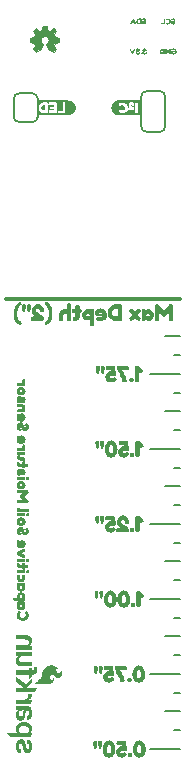
<source format=gbo>
%TF.GenerationSoftware,KiCad,Pcbnew,9.0.4*%
%TF.CreationDate,2026-01-16T11:12:57-07:00*%
%TF.ProjectId,SparkFun_Capacitive_Soil_Moisture_Sensor,53706172-6b46-4756-9e5f-436170616369,v10*%
%TF.SameCoordinates,Original*%
%TF.FileFunction,Legend,Bot*%
%TF.FilePolarity,Positive*%
%FSLAX46Y46*%
G04 Gerber Fmt 4.6, Leading zero omitted, Abs format (unit mm)*
G04 Created by KiCad (PCBNEW 9.0.4) date 2026-01-16 11:12:57*
%MOMM*%
%LPD*%
G01*
G04 APERTURE LIST*
%ADD10C,0.152400*%
%ADD11C,0.300000*%
%ADD12C,0.000000*%
%ADD13C,0.018437*%
G04 APERTURE END LIST*
D10*
X14986000Y-28575000D02*
X13716000Y-28575000D01*
X14986000Y-41275000D02*
X13716000Y-41275000D01*
X14986000Y-42862500D02*
X14478000Y-42862500D01*
D11*
X14986000Y-25400000D02*
X254000Y-25400000D01*
D10*
X14986000Y-46037500D02*
X14478000Y-46037500D01*
X14986000Y-34925000D02*
X13716000Y-34925000D01*
X14986000Y-31750000D02*
X12446000Y-31750000D01*
X14986000Y-44450000D02*
X12446000Y-44450000D01*
X14986000Y-52387500D02*
X14478000Y-52387500D01*
X14986000Y-33337500D02*
X14478000Y-33337500D01*
X14986000Y-58737500D02*
X14478000Y-58737500D01*
X14986000Y-38100000D02*
X12446000Y-38100000D01*
X14986000Y-50800000D02*
X12446000Y-50800000D01*
X14986000Y-55562500D02*
X14478000Y-55562500D01*
X14986000Y-60325000D02*
X13716000Y-60325000D01*
X14986000Y-63500000D02*
X12446000Y-63500000D01*
X14986000Y-36512500D02*
X14478000Y-36512500D01*
X14986000Y-47625000D02*
X13716000Y-47625000D01*
X14986000Y-53975000D02*
X13716000Y-53975000D01*
X14986000Y-30162500D02*
X14478000Y-30162500D01*
X14986000Y-49212500D02*
X14478000Y-49212500D01*
X14986000Y-39687500D02*
X14478000Y-39687500D01*
X14986000Y-61912500D02*
X14478000Y-61912500D01*
X14986000Y-57150000D02*
X12446000Y-57150000D01*
D12*
%TO.C,kibuzzard-69334C1A*%
G36*
X3541793Y-9421234D02*
G01*
X3437501Y-9421234D01*
X3356063Y-9405622D01*
X3286857Y-9358788D01*
X3239540Y-9289742D01*
X3223767Y-9207500D01*
X3239540Y-9125097D01*
X3286857Y-9055569D01*
X3356385Y-9008251D01*
X3438789Y-8992479D01*
X3541793Y-8992479D01*
X3541793Y-9421234D01*
G37*
G36*
X5586288Y-8598857D02*
G01*
X5645657Y-8607664D01*
X5703877Y-8622247D01*
X5760387Y-8642466D01*
X5814643Y-8668128D01*
X5866122Y-8698983D01*
X5914330Y-8734736D01*
X5958800Y-8775042D01*
X5999106Y-8819513D01*
X6034859Y-8867720D01*
X6065715Y-8919199D01*
X6091376Y-8973455D01*
X6111596Y-9029965D01*
X6126179Y-9088185D01*
X6134985Y-9147554D01*
X6137930Y-9207500D01*
X6134985Y-9267446D01*
X6126179Y-9326815D01*
X6111596Y-9385035D01*
X6091376Y-9441545D01*
X6065715Y-9495801D01*
X6034859Y-9547280D01*
X5999106Y-9595487D01*
X5958800Y-9639958D01*
X5914330Y-9680264D01*
X5866122Y-9716017D01*
X5814643Y-9746872D01*
X5760387Y-9772534D01*
X5703877Y-9792753D01*
X5645657Y-9807336D01*
X5586288Y-9816143D01*
X5526342Y-9819088D01*
X5258102Y-9819088D01*
X5140935Y-9819088D01*
X4423767Y-9819088D01*
X3660248Y-9819088D01*
X2988145Y-9819088D01*
X2988038Y-9819088D01*
X2988038Y-9202350D01*
X2988145Y-9202350D01*
X2996434Y-9292921D01*
X3021299Y-9376652D01*
X3062743Y-9453543D01*
X3120763Y-9523594D01*
X3190532Y-9581896D01*
X3267222Y-9623541D01*
X3350833Y-9648527D01*
X3441364Y-9656856D01*
X3660248Y-9656856D01*
X3725269Y-9647843D01*
X3760677Y-9620161D01*
X3774196Y-9584109D01*
X3777415Y-9538401D01*
X3777415Y-8875311D01*
X3831493Y-8875311D01*
X3840505Y-8942264D01*
X3870119Y-8978315D01*
X3905527Y-8990547D01*
X3949948Y-8992479D01*
X4305312Y-8992479D01*
X4305312Y-9107071D01*
X4067115Y-9107071D01*
X4025269Y-9109002D01*
X3994368Y-9119303D01*
X3969905Y-9150204D01*
X3962823Y-9208788D01*
X3969905Y-9266084D01*
X3995012Y-9295697D01*
X4027201Y-9305998D01*
X4069690Y-9307929D01*
X4305312Y-9307929D01*
X4305312Y-9422521D01*
X3948660Y-9422521D01*
X3904239Y-9424453D01*
X3869475Y-9436685D01*
X3840505Y-9472736D01*
X3831493Y-9540976D01*
X3840505Y-9607929D01*
X3870119Y-9643981D01*
X3905527Y-9656212D01*
X3949948Y-9658144D01*
X4423767Y-9658144D01*
X4490720Y-9649131D01*
X4526772Y-9619517D01*
X4539003Y-9584109D01*
X4540151Y-9557715D01*
X4609175Y-9557715D01*
X4616900Y-9614367D01*
X4642008Y-9645268D01*
X4672909Y-9656212D01*
X4709604Y-9658144D01*
X5140935Y-9658144D01*
X5207887Y-9649131D01*
X5243939Y-9619517D01*
X5256171Y-9584109D01*
X5258102Y-9539689D01*
X5258102Y-8874024D01*
X5256171Y-8830891D01*
X5243939Y-8795483D01*
X5207887Y-8765869D01*
X5139647Y-8756856D01*
X5072694Y-8765869D01*
X5036643Y-8795483D01*
X5024411Y-8830891D01*
X5022480Y-8875311D01*
X5022480Y-9457285D01*
X4708317Y-9457285D01*
X4671621Y-9459217D01*
X4642008Y-9469517D01*
X4616900Y-9499775D01*
X4609175Y-9557715D01*
X4540151Y-9557715D01*
X4540935Y-9539689D01*
X4540935Y-8874024D01*
X4514540Y-8781964D01*
X4419905Y-8756856D01*
X3948660Y-8756856D01*
X3904239Y-8758788D01*
X3869475Y-8771019D01*
X3840505Y-8807071D01*
X3831493Y-8875311D01*
X3777415Y-8875311D01*
X3777415Y-8872736D01*
X3775484Y-8829603D01*
X3763252Y-8794195D01*
X3727201Y-8765225D01*
X3658960Y-8756856D01*
X3437501Y-8756856D01*
X3348660Y-8765064D01*
X3266257Y-8789689D01*
X3190291Y-8830730D01*
X3120763Y-8888187D01*
X3062743Y-8957071D01*
X3021299Y-9032393D01*
X2996434Y-9114152D01*
X2988145Y-9202350D01*
X2988038Y-9202350D01*
X2988038Y-8595912D01*
X2988145Y-8595912D01*
X5258102Y-8595912D01*
X5526342Y-8595912D01*
X5586288Y-8598857D01*
G37*
%TO.C,kibuzzard-696937C9*%
G36*
X10825655Y-63826216D02*
G01*
X10884989Y-63858512D01*
X10917285Y-63918348D01*
X10928051Y-64011731D01*
X10884989Y-64157940D01*
X10735776Y-64200000D01*
X10586563Y-64157940D01*
X10543501Y-64009728D01*
X10554016Y-63917847D01*
X10585562Y-63858512D01*
X10733773Y-63815451D01*
X10825655Y-63826216D01*
G37*
G36*
X7886706Y-62812017D02*
G01*
X7937779Y-62863090D01*
X7954803Y-62923176D01*
X7957808Y-62996280D01*
X7946541Y-63145494D01*
X7912743Y-63312732D01*
X7860418Y-63444921D01*
X7793573Y-63488984D01*
X7723723Y-63445172D01*
X7670397Y-63313734D01*
X7636599Y-63146745D01*
X7625333Y-62996280D01*
X7628337Y-62924177D01*
X7645361Y-62863090D01*
X7695433Y-62812017D01*
X7789567Y-62795994D01*
X7886706Y-62812017D01*
G37*
G36*
X8298294Y-62812017D02*
G01*
X8348366Y-62863090D01*
X8365390Y-62923176D01*
X8368394Y-62996280D01*
X8364388Y-63083405D01*
X8352371Y-63184549D01*
X8330340Y-63290200D01*
X8296291Y-63390844D01*
X8204160Y-63488984D01*
X8135812Y-63445172D01*
X8082986Y-63313734D01*
X8049188Y-63146745D01*
X8037922Y-62996280D01*
X8040926Y-62924177D01*
X8057951Y-62863090D01*
X8108022Y-62812017D01*
X8202157Y-62795994D01*
X8298294Y-62812017D01*
G37*
G36*
X10320182Y-62810014D02*
G01*
X10376263Y-62863090D01*
X10399295Y-62918169D01*
X10409310Y-62974249D01*
X10483416Y-63543062D01*
X10458380Y-63601144D01*
X10369253Y-63661230D01*
X10239067Y-63701288D01*
X10126906Y-63653219D01*
X10048795Y-63625179D01*
X9960669Y-63658226D01*
X9924617Y-63741345D01*
X9958666Y-63825465D01*
X10054803Y-63855508D01*
X10170969Y-63823462D01*
X10307164Y-63757368D01*
X10431341Y-63825465D01*
X10505447Y-63961660D01*
X10429338Y-64083834D01*
X10387278Y-64119886D01*
X10251084Y-64188984D01*
X10150941Y-64215272D01*
X10042786Y-64224034D01*
X9912600Y-64208123D01*
X9797102Y-64160388D01*
X9696291Y-64080830D01*
X9618402Y-63977905D01*
X9571669Y-63860070D01*
X9556091Y-63727325D01*
X9572114Y-63608155D01*
X9620182Y-63498999D01*
X9700297Y-63399857D01*
X9801553Y-63321412D01*
X9913045Y-63274344D01*
X10034775Y-63258655D01*
X10044789Y-63258655D01*
X10078838Y-63262661D01*
X10064818Y-63156509D01*
X9756377Y-63156509D01*
X9692285Y-63153505D01*
X9640211Y-63135479D01*
X9597149Y-63082403D01*
X9584131Y-62982260D01*
X9598151Y-62873104D01*
X9643215Y-62817024D01*
X9697293Y-62797997D01*
X9766391Y-62793991D01*
X10225046Y-62791989D01*
X10320182Y-62810014D01*
G37*
G36*
X9085418Y-62789235D02*
G01*
X9195576Y-62829041D01*
X9286205Y-62888376D01*
X9353802Y-62960229D01*
X9404624Y-63044850D01*
X9444932Y-63142489D01*
X9473723Y-63241631D01*
X9489996Y-63330758D01*
X9497507Y-63414878D01*
X9500011Y-63498999D01*
X9491999Y-63645207D01*
X9463959Y-63804435D01*
X9438673Y-63887554D01*
X9402872Y-63962661D01*
X9304732Y-64094850D01*
X9239388Y-64149177D01*
X9157521Y-64189986D01*
X9061885Y-64215522D01*
X8963244Y-64223395D01*
X8955232Y-64224034D01*
X8834560Y-64211516D01*
X8728909Y-64173963D01*
X8641284Y-64117382D01*
X8574689Y-64047783D01*
X8523866Y-63965415D01*
X8483559Y-63870529D01*
X8454267Y-63772389D01*
X8436491Y-63680258D01*
X8427479Y-63590880D01*
X8424474Y-63501001D01*
X8424537Y-63498999D01*
X8790998Y-63498999D01*
X8790998Y-63509013D01*
X8791999Y-63589127D01*
X8803015Y-63677253D01*
X8829052Y-63767382D01*
X8880125Y-63828469D01*
X8963244Y-63855508D01*
X9037725Y-63833351D01*
X9090926Y-63766881D01*
X9122847Y-63656098D01*
X9133487Y-63501001D01*
X9122722Y-63344152D01*
X9090426Y-63232117D01*
X9036599Y-63164896D01*
X8961241Y-63142489D01*
X8886760Y-63164771D01*
X8833559Y-63231617D01*
X8801638Y-63343026D01*
X8790998Y-63498999D01*
X8424537Y-63498999D01*
X8427228Y-63413376D01*
X8435490Y-63326753D01*
X8452514Y-63236373D01*
X8481556Y-63137482D01*
X8521863Y-63040844D01*
X8572686Y-62957225D01*
X8639782Y-62886373D01*
X8728909Y-62828040D01*
X8836563Y-62788984D01*
X8959238Y-62775966D01*
X9085418Y-62789235D01*
G37*
G36*
X11645075Y-62789235D02*
G01*
X11755232Y-62829041D01*
X11845862Y-62888376D01*
X11913459Y-62960229D01*
X11964281Y-63044850D01*
X12004589Y-63142489D01*
X12033380Y-63241631D01*
X12049653Y-63330758D01*
X12057164Y-63414878D01*
X12059667Y-63498999D01*
X12051656Y-63645207D01*
X12023616Y-63804435D01*
X11998330Y-63887554D01*
X11962529Y-63962661D01*
X11864388Y-64094850D01*
X11799045Y-64149177D01*
X11717178Y-64189986D01*
X11621541Y-64215522D01*
X11522901Y-64223395D01*
X11514889Y-64224034D01*
X11394217Y-64211516D01*
X11288566Y-64173963D01*
X11200941Y-64117382D01*
X11134345Y-64047783D01*
X11083523Y-63965415D01*
X11043215Y-63870529D01*
X11013923Y-63772389D01*
X10996148Y-63680258D01*
X10987135Y-63590880D01*
X10984131Y-63501001D01*
X10984194Y-63498999D01*
X11350655Y-63498999D01*
X11350655Y-63509013D01*
X11351656Y-63589127D01*
X11362672Y-63677253D01*
X11388709Y-63767382D01*
X11439782Y-63828469D01*
X11522901Y-63855508D01*
X11597382Y-63833351D01*
X11650583Y-63766881D01*
X11682504Y-63656098D01*
X11693144Y-63501001D01*
X11682378Y-63344152D01*
X11650082Y-63232117D01*
X11596255Y-63164896D01*
X11520898Y-63142489D01*
X11446416Y-63164771D01*
X11393215Y-63231617D01*
X11361295Y-63343026D01*
X11350655Y-63498999D01*
X10984194Y-63498999D01*
X10986885Y-63413376D01*
X10995147Y-63326753D01*
X11012171Y-63236373D01*
X11041212Y-63137482D01*
X11081520Y-63040844D01*
X11132343Y-62957225D01*
X11199438Y-62886373D01*
X11288566Y-62828040D01*
X11396220Y-62788984D01*
X11518895Y-62775966D01*
X11645075Y-62789235D01*
G37*
%TO.C,kibuzzard-6937166E*%
G36*
X13688884Y-1660007D02*
G01*
X13708913Y-1676459D01*
X13715708Y-1696130D01*
X13716781Y-1720093D01*
X13716781Y-2089907D01*
X13715708Y-2114585D01*
X13708913Y-2134256D01*
X13688884Y-2150708D01*
X13651688Y-2155715D01*
X13412060Y-2155715D01*
X13391674Y-2154642D01*
X13374506Y-2148562D01*
X13360558Y-2131395D01*
X13356266Y-2099921D01*
X13360558Y-2067732D01*
X13374506Y-2050923D01*
X13390959Y-2045200D01*
X13411345Y-2044127D01*
X13585880Y-2044127D01*
X13585880Y-1720808D01*
X13586953Y-1696130D01*
X13593748Y-1676459D01*
X13613777Y-1660007D01*
X13650973Y-1655000D01*
X13688884Y-1660007D01*
G37*
G36*
X13964367Y-1652139D02*
G01*
X13997539Y-1658577D01*
X14031874Y-1669932D01*
X14066924Y-1686831D01*
X14100454Y-1708648D01*
X14130229Y-1734757D01*
X14155622Y-1766856D01*
X14176009Y-1806645D01*
X14189421Y-1852425D01*
X14193891Y-1902496D01*
X14189331Y-1954535D01*
X14175651Y-2001924D01*
X14154996Y-2042965D01*
X14129514Y-2075959D01*
X14099739Y-2102783D01*
X14066209Y-2125315D01*
X14031338Y-2142750D01*
X13997539Y-2154285D01*
X13965261Y-2160722D01*
X13934950Y-2162868D01*
X13888693Y-2158418D01*
X13844344Y-2145065D01*
X13801903Y-2122811D01*
X13772575Y-2100994D01*
X13762561Y-2074886D01*
X13778298Y-2033398D01*
X13804049Y-2002818D01*
X13828369Y-1992625D01*
X13864134Y-2006931D01*
X13900079Y-2024635D01*
X13937811Y-2030536D01*
X13992175Y-2019092D01*
X14018015Y-2003087D01*
X14041173Y-1977961D01*
X14057536Y-1945147D01*
X14062990Y-1906073D01*
X14059950Y-1875672D01*
X14050830Y-1848848D01*
X14018999Y-1809864D01*
X13978584Y-1788763D01*
X13937811Y-1781609D01*
X13920644Y-1782325D01*
X13906338Y-1784828D01*
X13894893Y-1787690D01*
X13885236Y-1791266D01*
X13878441Y-1795200D01*
X13872361Y-1799134D01*
X13867711Y-1802353D01*
X13829084Y-1818805D01*
X13804406Y-1809149D01*
X13777582Y-1780179D01*
X13761845Y-1740122D01*
X13768641Y-1718662D01*
X13781874Y-1703641D01*
X13801187Y-1690050D01*
X13846331Y-1667796D01*
X13890203Y-1654444D01*
X13932804Y-1649993D01*
X13964367Y-1652139D01*
G37*
G36*
X14450051Y-1651940D02*
G01*
X14490347Y-1666365D01*
X14525079Y-1690408D01*
X14551704Y-1721762D01*
X14567679Y-1758124D01*
X14573004Y-1799492D01*
X14567282Y-1845987D01*
X14550114Y-1884614D01*
X14521502Y-1915372D01*
X14481445Y-1938262D01*
X14454353Y-1948008D01*
X14420286Y-1957217D01*
X14364134Y-1974027D01*
X14345536Y-1996202D01*
X14358412Y-2029464D01*
X14400615Y-2039835D01*
X14428870Y-2033040D01*
X14457840Y-2006931D01*
X14490108Y-1980862D01*
X14521105Y-1976094D01*
X14550830Y-1992625D01*
X14580873Y-2038405D01*
X14562990Y-2084900D01*
X14558698Y-2089907D01*
X14550830Y-2099921D01*
X14538312Y-2112439D01*
X14521144Y-2126388D01*
X14498970Y-2139979D01*
X14471431Y-2151781D01*
X14437811Y-2159649D01*
X14397754Y-2162868D01*
X14350186Y-2157504D01*
X14301187Y-2139263D01*
X14257196Y-2107432D01*
X14226080Y-2059149D01*
X14216960Y-2028212D01*
X14213920Y-1994056D01*
X14220626Y-1940587D01*
X14240744Y-1901781D01*
X14272128Y-1874599D01*
X14312632Y-1856001D01*
X14358412Y-1844914D01*
X14402046Y-1835973D01*
X14430300Y-1823455D01*
X14442818Y-1800207D01*
X14431373Y-1778391D01*
X14404907Y-1769449D01*
X14381302Y-1771953D01*
X14367353Y-1777318D01*
X14357339Y-1785544D01*
X14349113Y-1792339D01*
X14301187Y-1805572D01*
X14258984Y-1770880D01*
X14241817Y-1726888D01*
X14267568Y-1690050D01*
X14304684Y-1666206D01*
X14350226Y-1651900D01*
X14404192Y-1647132D01*
X14450051Y-1651940D01*
G37*
%TO.C,kibuzzard-6937167A*%
G36*
X14145966Y-4200722D02*
G01*
X14165637Y-4216102D01*
X14172790Y-4235057D01*
X14174220Y-4259020D01*
X14174220Y-4630265D01*
X14172790Y-4655300D01*
X14165994Y-4674971D01*
X14146681Y-4691066D01*
X14109843Y-4696073D01*
X14071931Y-4691066D01*
X14051903Y-4674971D01*
X14045107Y-4655658D01*
X14044034Y-4630980D01*
X14044034Y-4432124D01*
X13858770Y-4676760D01*
X13837668Y-4692139D01*
X13800830Y-4696073D01*
X13762918Y-4691066D01*
X13742890Y-4674971D01*
X13736094Y-4655658D01*
X13735021Y-4630980D01*
X13735021Y-4261881D01*
X13736094Y-4237203D01*
X13742890Y-4217532D01*
X13762918Y-4201080D01*
X13800114Y-4196073D01*
X13837310Y-4201080D01*
X13857339Y-4216459D01*
X13864492Y-4235415D01*
X13865923Y-4259020D01*
X13865923Y-4464313D01*
X14044750Y-4223970D01*
X14057625Y-4209306D01*
X14075866Y-4200365D01*
X14108412Y-4196073D01*
X14145966Y-4200722D01*
G37*
G36*
X13667067Y-4200007D02*
G01*
X13687096Y-4216102D01*
X13693891Y-4235773D01*
X13694964Y-4259735D01*
X13694964Y-4629549D01*
X13693176Y-4654943D01*
X13685665Y-4674971D01*
X13665994Y-4690351D01*
X13629871Y-4695358D01*
X13564063Y-4695358D01*
X13508269Y-4695358D01*
X13457974Y-4690731D01*
X13411524Y-4676849D01*
X13368918Y-4653713D01*
X13330157Y-4621323D01*
X13297924Y-4582406D01*
X13274900Y-4539689D01*
X13261085Y-4493171D01*
X13256743Y-4445715D01*
X13387382Y-4445715D01*
X13396144Y-4491406D01*
X13422432Y-4529764D01*
X13460880Y-4555783D01*
X13506123Y-4564456D01*
X13564063Y-4564456D01*
X13564063Y-4326259D01*
X13506838Y-4326259D01*
X13461059Y-4335021D01*
X13422432Y-4361309D01*
X13396144Y-4399936D01*
X13387382Y-4445715D01*
X13256743Y-4445715D01*
X13256481Y-4442854D01*
X13261085Y-4393856D01*
X13274900Y-4348433D01*
X13297924Y-4306588D01*
X13330157Y-4268319D01*
X13368784Y-4236398D01*
X13410987Y-4213598D01*
X13456767Y-4199918D01*
X13506123Y-4195358D01*
X13629156Y-4195358D01*
X13667067Y-4200007D01*
G37*
G36*
X14477757Y-4191401D02*
G01*
X14524989Y-4205283D01*
X14568422Y-4228418D01*
X14608054Y-4260808D01*
X14641070Y-4299681D01*
X14664653Y-4342264D01*
X14678803Y-4388558D01*
X14683519Y-4438562D01*
X14678870Y-4491003D01*
X14664921Y-4539599D01*
X14641674Y-4584351D01*
X14609127Y-4625258D01*
X14570143Y-4659369D01*
X14527582Y-4683734D01*
X14481445Y-4698353D01*
X14431731Y-4703226D01*
X14376891Y-4700126D01*
X14329680Y-4690827D01*
X14290100Y-4675329D01*
X14263813Y-4658788D01*
X14243605Y-4639206D01*
X14226438Y-4598076D01*
X14226438Y-4451438D01*
X14226795Y-4433555D01*
X14230014Y-4417818D01*
X14238598Y-4403512D01*
X14255408Y-4394213D01*
X14282947Y-4389206D01*
X14408126Y-4389206D01*
X14427439Y-4390279D01*
X14443176Y-4396001D01*
X14456409Y-4412811D01*
X14460343Y-4444285D01*
X14456767Y-4476474D01*
X14444607Y-4493283D01*
X14429585Y-4499006D01*
X14410272Y-4500079D01*
X14357339Y-4500079D01*
X14357339Y-4561595D01*
X14387740Y-4568569D01*
X14428870Y-4570894D01*
X14475186Y-4561059D01*
X14515422Y-4531552D01*
X14543319Y-4488991D01*
X14552618Y-4439993D01*
X14543677Y-4392514D01*
X14516853Y-4353083D01*
X14477332Y-4326527D01*
X14430300Y-4317675D01*
X14386130Y-4322682D01*
X14349471Y-4337704D01*
X14310844Y-4354156D01*
X14284378Y-4344678D01*
X14257911Y-4316245D01*
X14241459Y-4276187D01*
X14248255Y-4255443D01*
X14261488Y-4240422D01*
X14281516Y-4226116D01*
X14312185Y-4209574D01*
X14349828Y-4197146D01*
X14389617Y-4189367D01*
X14426724Y-4186774D01*
X14477757Y-4191401D01*
G37*
D13*
%TO.C,Ref\u002A\u002A*%
X3657682Y-2246839D02*
X3658382Y-2246891D01*
X3659079Y-2246977D01*
X3659771Y-2247096D01*
X3660458Y-2247247D01*
X3661139Y-2247428D01*
X3661812Y-2247641D01*
X3662476Y-2247882D01*
X3663131Y-2248152D01*
X3663775Y-2248450D01*
X3665027Y-2249125D01*
X3666224Y-2249900D01*
X3667357Y-2250769D01*
X3668418Y-2251725D01*
X3669399Y-2252761D01*
X3670291Y-2253869D01*
X3670701Y-2254448D01*
X3671086Y-2255043D01*
X3671445Y-2255653D01*
X3671776Y-2256277D01*
X3672079Y-2256913D01*
X3672352Y-2257562D01*
X3672595Y-2258223D01*
X3672806Y-2258893D01*
X3672985Y-2259574D01*
X3673130Y-2260263D01*
X3731466Y-2573756D01*
X3731793Y-2575147D01*
X3732241Y-2576544D01*
X3732803Y-2577936D01*
X3733472Y-2579314D01*
X3734239Y-2580670D01*
X3735096Y-2581994D01*
X3736037Y-2583278D01*
X3737053Y-2584512D01*
X3738137Y-2585686D01*
X3739280Y-2586793D01*
X3740474Y-2587822D01*
X3741713Y-2588765D01*
X3742989Y-2589613D01*
X3744292Y-2590356D01*
X3745617Y-2590986D01*
X3746954Y-2591492D01*
X3957087Y-2677503D01*
X3958395Y-2678078D01*
X3959783Y-2678558D01*
X3961236Y-2678944D01*
X3962744Y-2679237D01*
X3964294Y-2679438D01*
X3965873Y-2679548D01*
X3967471Y-2679567D01*
X3969073Y-2679497D01*
X3970669Y-2679338D01*
X3972247Y-2679091D01*
X3973793Y-2678756D01*
X3975296Y-2678336D01*
X3976743Y-2677829D01*
X3978123Y-2677239D01*
X3979423Y-2676564D01*
X3980631Y-2675807D01*
X4242518Y-2496078D01*
X4243110Y-2495693D01*
X4243719Y-2495339D01*
X4244344Y-2495014D01*
X4244984Y-2494719D01*
X4245638Y-2494454D01*
X4246303Y-2494218D01*
X4247665Y-2493834D01*
X4249060Y-2493566D01*
X4250476Y-2493414D01*
X4251902Y-2493375D01*
X4253329Y-2493450D01*
X4254746Y-2493638D01*
X4256141Y-2493937D01*
X4257504Y-2494346D01*
X4258824Y-2494864D01*
X4260091Y-2495491D01*
X4260701Y-2495845D01*
X4261293Y-2496226D01*
X4261867Y-2496633D01*
X4262421Y-2497067D01*
X4262953Y-2497527D01*
X4263463Y-2498014D01*
X4484049Y-2718582D01*
X4484534Y-2719093D01*
X4484993Y-2719627D01*
X4485426Y-2720182D01*
X4485832Y-2720757D01*
X4486212Y-2721351D01*
X4486565Y-2721962D01*
X4486891Y-2722589D01*
X4487191Y-2723231D01*
X4487464Y-2723886D01*
X4487709Y-2724553D01*
X4488118Y-2725917D01*
X4488418Y-2727313D01*
X4488606Y-2728729D01*
X4488682Y-2730156D01*
X4488644Y-2731582D01*
X4488493Y-2732997D01*
X4488374Y-2733697D01*
X4488226Y-2734390D01*
X4488049Y-2735075D01*
X4487843Y-2735750D01*
X4487607Y-2736414D01*
X4487342Y-2737067D01*
X4487048Y-2737705D01*
X4486723Y-2738329D01*
X4486369Y-2738937D01*
X4485985Y-2739527D01*
X4309372Y-2996914D01*
X4308619Y-2998131D01*
X4307950Y-2999436D01*
X4307367Y-3000817D01*
X4306870Y-3002264D01*
X4306460Y-3003763D01*
X4306138Y-3005303D01*
X4305905Y-3006872D01*
X4305760Y-3008458D01*
X4305706Y-3010050D01*
X4305743Y-3011636D01*
X4305871Y-3013203D01*
X4306092Y-3014739D01*
X4306406Y-3016234D01*
X4306814Y-3017675D01*
X4307317Y-3019050D01*
X4307915Y-3020348D01*
X4400840Y-3237099D01*
X4401088Y-3237766D01*
X4401367Y-3238430D01*
X4402016Y-3239749D01*
X4402778Y-3241048D01*
X4403643Y-3242319D01*
X4404603Y-3243554D01*
X4405648Y-3244745D01*
X4406769Y-3245885D01*
X4407957Y-3246966D01*
X4409203Y-3247979D01*
X4410498Y-3248918D01*
X4411833Y-3249773D01*
X4413198Y-3250538D01*
X4414584Y-3251204D01*
X4415983Y-3251764D01*
X4417384Y-3252209D01*
X4418084Y-3252386D01*
X4418780Y-3252532D01*
X4721856Y-3308895D01*
X4722547Y-3309044D01*
X4723229Y-3309225D01*
X4723900Y-3309439D01*
X4724562Y-3309685D01*
X4725211Y-3309960D01*
X4725849Y-3310265D01*
X4726473Y-3310598D01*
X4727083Y-3310958D01*
X4727678Y-3311344D01*
X4728258Y-3311756D01*
X4728821Y-3312191D01*
X4729366Y-3312650D01*
X4729893Y-3313130D01*
X4730401Y-3313632D01*
X4730889Y-3314153D01*
X4731356Y-3314694D01*
X4731801Y-3315252D01*
X4732224Y-3315828D01*
X4732624Y-3316419D01*
X4732999Y-3317025D01*
X4733349Y-3317645D01*
X4733673Y-3318278D01*
X4733970Y-3318922D01*
X4734239Y-3319578D01*
X4734480Y-3320243D01*
X4734692Y-3320916D01*
X4734873Y-3321598D01*
X4735024Y-3322286D01*
X4735142Y-3322979D01*
X4735228Y-3323677D01*
X4735280Y-3324379D01*
X4735297Y-3325084D01*
X4735279Y-3637028D01*
X4735261Y-3637732D01*
X4735209Y-3638434D01*
X4735123Y-3639133D01*
X4735004Y-3639828D01*
X4734854Y-3640517D01*
X4734672Y-3641200D01*
X4734460Y-3641875D01*
X4734218Y-3642541D01*
X4733650Y-3643845D01*
X4732975Y-3645101D01*
X4732200Y-3646301D01*
X4731331Y-3647438D01*
X4730375Y-3648502D01*
X4729340Y-3649486D01*
X4728231Y-3650380D01*
X4727652Y-3650791D01*
X4727057Y-3651177D01*
X4726447Y-3651536D01*
X4725824Y-3651867D01*
X4725187Y-3652170D01*
X4724538Y-3652443D01*
X4723878Y-3652685D01*
X4723207Y-3652895D01*
X4722527Y-3653072D01*
X4721838Y-3653216D01*
X4426192Y-3708233D01*
X4425497Y-3708376D01*
X4424801Y-3708551D01*
X4423407Y-3708994D01*
X4422019Y-3709553D01*
X4420646Y-3710221D01*
X4419298Y-3710990D01*
X4417982Y-3711852D01*
X4416709Y-3712798D01*
X4415487Y-3713820D01*
X4414325Y-3714911D01*
X4413232Y-3716062D01*
X4412218Y-3717265D01*
X4411291Y-3718511D01*
X4410461Y-3719794D01*
X4409736Y-3721105D01*
X4409126Y-3722435D01*
X4408867Y-3723105D01*
X4408639Y-3723776D01*
X4316341Y-3954337D01*
X4315770Y-3955649D01*
X4315293Y-3957038D01*
X4314910Y-3958492D01*
X4314621Y-3960000D01*
X4314423Y-3961549D01*
X4314317Y-3963127D01*
X4314301Y-3964723D01*
X4314375Y-3966324D01*
X4314538Y-3967919D01*
X4314788Y-3969494D01*
X4315126Y-3971039D01*
X4315550Y-3972541D01*
X4316060Y-3973989D01*
X4316654Y-3975369D01*
X4317332Y-3976671D01*
X4318093Y-3977882D01*
X4486021Y-4222603D01*
X4486404Y-4223194D01*
X4486757Y-4223801D01*
X4487080Y-4224425D01*
X4487374Y-4225064D01*
X4487638Y-4225717D01*
X4487873Y-4226382D01*
X4488255Y-4227743D01*
X4488521Y-4229137D01*
X4488673Y-4230554D01*
X4488710Y-4231982D01*
X4488635Y-4233410D01*
X4488448Y-4234828D01*
X4488150Y-4236226D01*
X4487742Y-4237591D01*
X4487224Y-4238914D01*
X4486599Y-4240184D01*
X4486247Y-4240796D01*
X4485867Y-4241390D01*
X4485461Y-4241966D01*
X4485029Y-4242521D01*
X4484570Y-4243055D01*
X4484086Y-4243567D01*
X4263481Y-4464135D01*
X4262971Y-4464618D01*
X4262439Y-4465075D01*
X4261885Y-4465506D01*
X4261311Y-4465910D01*
X4260719Y-4466289D01*
X4260109Y-4466640D01*
X4259483Y-4466965D01*
X4258842Y-4467263D01*
X4258188Y-4467535D01*
X4257522Y-4467779D01*
X4256159Y-4468186D01*
X4254764Y-4468483D01*
X4253347Y-4468670D01*
X4251920Y-4468746D01*
X4250494Y-4468709D01*
X4249078Y-4468558D01*
X4248377Y-4468440D01*
X4247683Y-4468293D01*
X4246998Y-4468118D01*
X4246321Y-4467913D01*
X4245656Y-4467679D01*
X4245002Y-4467416D01*
X4244362Y-4467124D01*
X4243737Y-4466802D01*
X4243128Y-4466451D01*
X4242536Y-4466070D01*
X4002148Y-4301073D01*
X4000939Y-4300323D01*
X3999644Y-4299666D01*
X3998275Y-4299101D01*
X3996843Y-4298628D01*
X3995361Y-4298248D01*
X3993839Y-4297962D01*
X3992291Y-4297768D01*
X3990728Y-4297669D01*
X3989161Y-4297663D01*
X3987603Y-4297751D01*
X3986066Y-4297934D01*
X3984561Y-4298212D01*
X3983100Y-4298585D01*
X3981695Y-4299054D01*
X3980358Y-4299618D01*
X3979101Y-4300278D01*
X3873085Y-4356881D01*
X3872453Y-4357184D01*
X3871815Y-4357451D01*
X3871173Y-4357681D01*
X3870528Y-4357875D01*
X3869880Y-4358034D01*
X3869232Y-4358159D01*
X3868583Y-4358248D01*
X3867936Y-4358303D01*
X3867291Y-4358325D01*
X3866650Y-4358313D01*
X3866013Y-4358268D01*
X3865382Y-4358191D01*
X3864757Y-4358082D01*
X3864140Y-4357941D01*
X3863533Y-4357769D01*
X3862935Y-4357566D01*
X3862349Y-4357332D01*
X3861775Y-4357069D01*
X3861215Y-4356776D01*
X3860669Y-4356454D01*
X3860139Y-4356103D01*
X3859626Y-4355723D01*
X3859130Y-4355316D01*
X3858654Y-4354882D01*
X3858198Y-4354420D01*
X3857763Y-4353931D01*
X3857350Y-4353417D01*
X3856961Y-4352876D01*
X3856597Y-4352310D01*
X3856258Y-4351720D01*
X3855946Y-4351104D01*
X3855662Y-4350465D01*
X3637067Y-3822286D01*
X3636812Y-3821628D01*
X3636591Y-3820961D01*
X3636403Y-3820286D01*
X3636248Y-3819602D01*
X3636125Y-3818913D01*
X3636034Y-3818219D01*
X3635946Y-3816820D01*
X3635980Y-3815417D01*
X3636133Y-3814018D01*
X3636402Y-3812636D01*
X3636783Y-3811278D01*
X3637274Y-3809956D01*
X3637870Y-3808680D01*
X3638569Y-3807459D01*
X3639367Y-3806304D01*
X3640260Y-3805224D01*
X3640742Y-3804715D01*
X3641246Y-3804230D01*
X3641773Y-3803768D01*
X3642322Y-3803331D01*
X3642892Y-3802921D01*
X3643483Y-3802539D01*
X3670015Y-3786295D01*
X3671930Y-3785079D01*
X3673972Y-3783691D01*
X3676103Y-3782161D01*
X3678286Y-3780520D01*
X3680484Y-3778797D01*
X3682660Y-3777024D01*
X3684775Y-3775229D01*
X3686793Y-3773445D01*
X3704353Y-3761423D01*
X3721113Y-3748370D01*
X3737026Y-3734332D01*
X3752046Y-3719354D01*
X3766129Y-3703481D01*
X3779227Y-3686759D01*
X3791295Y-3669234D01*
X3802288Y-3650950D01*
X3812159Y-3631954D01*
X3816659Y-3622203D01*
X3820862Y-3612291D01*
X3824762Y-3602224D01*
X3828352Y-3592007D01*
X3831628Y-3581645D01*
X3834583Y-3571146D01*
X3837213Y-3560514D01*
X3839510Y-3549754D01*
X3841469Y-3538874D01*
X3843085Y-3527878D01*
X3844352Y-3516772D01*
X3845264Y-3505561D01*
X3845815Y-3494253D01*
X3846001Y-3482851D01*
X3845552Y-3465098D01*
X3844219Y-3447578D01*
X3842025Y-3430312D01*
X3838991Y-3413323D01*
X3835139Y-3396633D01*
X3830489Y-3380262D01*
X3825065Y-3364232D01*
X3818888Y-3348566D01*
X3811979Y-3333284D01*
X3804360Y-3318409D01*
X3796053Y-3303962D01*
X3787079Y-3289965D01*
X3777460Y-3276440D01*
X3767218Y-3263407D01*
X3756375Y-3250890D01*
X3744952Y-3238909D01*
X3732970Y-3227486D01*
X3720452Y-3216643D01*
X3707420Y-3206402D01*
X3693894Y-3196784D01*
X3679897Y-3187810D01*
X3665450Y-3179504D01*
X3650575Y-3171885D01*
X3635294Y-3164977D01*
X3619628Y-3158800D01*
X3603599Y-3153376D01*
X3587228Y-3148728D01*
X3570538Y-3144875D01*
X3553551Y-3141842D01*
X3536286Y-3139648D01*
X3518768Y-3138316D01*
X3501016Y-3137867D01*
X3483265Y-3138316D01*
X3465746Y-3139648D01*
X3448482Y-3141842D01*
X3431495Y-3144875D01*
X3414805Y-3148728D01*
X3398435Y-3153376D01*
X3382407Y-3158800D01*
X3366742Y-3164977D01*
X3351461Y-3171885D01*
X3336587Y-3179504D01*
X3322141Y-3187810D01*
X3308144Y-3196784D01*
X3294619Y-3206402D01*
X3281588Y-3216643D01*
X3269071Y-3227486D01*
X3257090Y-3238909D01*
X3245668Y-3250890D01*
X3234825Y-3263408D01*
X3224584Y-3276440D01*
X3214966Y-3289965D01*
X3205993Y-3303963D01*
X3197687Y-3318409D01*
X3190068Y-3333284D01*
X3183160Y-3348566D01*
X3176983Y-3364232D01*
X3171560Y-3380262D01*
X3166911Y-3396633D01*
X3163059Y-3413324D01*
X3160025Y-3430312D01*
X3157831Y-3447578D01*
X3156499Y-3465098D01*
X3156050Y-3482851D01*
X3156786Y-3505561D01*
X3158965Y-3527878D01*
X3162539Y-3549754D01*
X3167465Y-3571146D01*
X3173695Y-3592007D01*
X3181184Y-3612291D01*
X3189886Y-3631954D01*
X3199756Y-3650950D01*
X3210748Y-3669234D01*
X3222816Y-3686759D01*
X3235914Y-3703481D01*
X3249997Y-3719354D01*
X3265018Y-3734332D01*
X3280933Y-3748370D01*
X3297695Y-3761423D01*
X3315258Y-3773445D01*
X3317265Y-3775229D01*
X3319373Y-3777024D01*
X3321544Y-3778797D01*
X3323740Y-3780520D01*
X3325921Y-3782161D01*
X3328051Y-3783691D01*
X3330090Y-3785079D01*
X3332000Y-3786295D01*
X3358531Y-3802539D01*
X3359119Y-3802921D01*
X3359686Y-3803331D01*
X3360232Y-3803768D01*
X3360757Y-3804230D01*
X3361259Y-3804715D01*
X3361739Y-3805224D01*
X3362196Y-3805753D01*
X3362630Y-3806303D01*
X3363040Y-3806872D01*
X3363426Y-3807459D01*
X3363787Y-3808062D01*
X3364123Y-3808680D01*
X3364434Y-3809312D01*
X3364719Y-3809956D01*
X3364978Y-3810612D01*
X3365210Y-3811278D01*
X3365415Y-3811953D01*
X3365593Y-3812635D01*
X3365742Y-3813324D01*
X3365863Y-3814018D01*
X3365956Y-3814716D01*
X3366019Y-3815416D01*
X3366052Y-3816118D01*
X3366055Y-3816820D01*
X3366028Y-3817520D01*
X3365970Y-3818218D01*
X3365880Y-3818913D01*
X3365759Y-3819602D01*
X3365606Y-3820286D01*
X3365419Y-3820961D01*
X3365200Y-3821628D01*
X3364947Y-3822286D01*
X3146370Y-4350483D01*
X3146087Y-4351123D01*
X3145775Y-4351739D01*
X3145436Y-4352329D01*
X3145072Y-4352895D01*
X3144683Y-4353435D01*
X3144271Y-4353949D01*
X3143837Y-4354437D01*
X3143381Y-4354898D01*
X3142905Y-4355332D01*
X3142410Y-4355739D01*
X3141898Y-4356118D01*
X3141368Y-4356468D01*
X3140823Y-4356789D01*
X3140263Y-4357082D01*
X3139690Y-4357345D01*
X3139104Y-4357578D01*
X3138507Y-4357780D01*
X3137900Y-4357952D01*
X3137283Y-4358092D01*
X3136659Y-4358202D01*
X3136028Y-4358279D01*
X3135391Y-4358323D01*
X3134749Y-4358335D01*
X3134104Y-4358314D01*
X3133457Y-4358259D01*
X3132808Y-4358170D01*
X3132158Y-4358047D01*
X3131510Y-4357889D01*
X3130864Y-4357695D01*
X3130220Y-4357466D01*
X3129581Y-4357201D01*
X3128947Y-4356900D01*
X3022932Y-4300297D01*
X3021671Y-4299636D01*
X3020332Y-4299070D01*
X3018926Y-4298601D01*
X3017464Y-4298226D01*
X3015958Y-4297947D01*
X3014421Y-4297763D01*
X3012863Y-4297673D01*
X3011297Y-4297678D01*
X3009735Y-4297777D01*
X3008188Y-4297971D01*
X3006668Y-4298258D01*
X3005187Y-4298638D01*
X3003756Y-4299112D01*
X3002387Y-4299679D01*
X3001093Y-4300339D01*
X2999885Y-4301092D01*
X2759478Y-4466089D01*
X2758888Y-4466470D01*
X2758280Y-4466821D01*
X2757656Y-4467142D01*
X2757017Y-4467435D01*
X2756364Y-4467698D01*
X2755700Y-4467931D01*
X2754339Y-4468312D01*
X2752945Y-4468577D01*
X2751529Y-4468727D01*
X2750103Y-4468764D01*
X2748676Y-4468689D01*
X2747260Y-4468502D01*
X2745865Y-4468205D01*
X2744502Y-4467798D01*
X2743183Y-4467282D01*
X2741917Y-4466659D01*
X2741308Y-4466308D01*
X2740716Y-4465929D01*
X2740143Y-4465525D01*
X2739591Y-4465094D01*
X2739060Y-4464637D01*
X2738552Y-4464154D01*
X2517947Y-4243586D01*
X2517460Y-4243074D01*
X2517000Y-4242540D01*
X2516566Y-4241985D01*
X2516159Y-4241409D01*
X2515778Y-4240815D01*
X2515424Y-4240203D01*
X2515097Y-4239576D01*
X2514797Y-4238933D01*
X2514524Y-4238278D01*
X2514278Y-4237610D01*
X2513869Y-4236244D01*
X2513570Y-4234847D01*
X2513383Y-4233429D01*
X2513308Y-4232000D01*
X2513346Y-4230573D01*
X2513499Y-4229156D01*
X2513619Y-4228456D01*
X2513767Y-4227762D01*
X2513944Y-4227076D01*
X2514151Y-4226401D01*
X2514387Y-4225736D01*
X2514653Y-4225083D01*
X2514948Y-4224444D01*
X2515272Y-4223820D01*
X2515627Y-4223212D01*
X2516011Y-4222622D01*
X2683958Y-3977901D01*
X2684713Y-3976690D01*
X2685386Y-3975388D01*
X2685976Y-3974008D01*
X2686482Y-3972560D01*
X2686904Y-3971058D01*
X2687241Y-3969513D01*
X2687490Y-3967937D01*
X2687653Y-3966343D01*
X2687727Y-3964742D01*
X2687712Y-3963146D01*
X2687606Y-3961568D01*
X2687409Y-3960019D01*
X2687120Y-3958511D01*
X2686738Y-3957057D01*
X2686262Y-3955668D01*
X2685691Y-3954356D01*
X2593393Y-3723795D01*
X2593165Y-3723123D01*
X2592904Y-3722454D01*
X2592293Y-3721123D01*
X2591569Y-3719813D01*
X2590740Y-3718530D01*
X2589815Y-3717284D01*
X2588804Y-3716081D01*
X2587714Y-3714930D01*
X2586556Y-3713839D01*
X2585337Y-3712817D01*
X2584067Y-3711871D01*
X2582754Y-3711009D01*
X2581407Y-3710240D01*
X2580035Y-3709572D01*
X2578648Y-3709013D01*
X2577950Y-3708776D01*
X2577252Y-3708570D01*
X2576555Y-3708395D01*
X2575859Y-3708253D01*
X2280213Y-3653235D01*
X2279526Y-3653092D01*
X2278847Y-3652914D01*
X2278178Y-3652704D01*
X2277518Y-3652462D01*
X2276870Y-3652189D01*
X2276234Y-3651886D01*
X2275611Y-3651555D01*
X2275002Y-3651196D01*
X2274407Y-3650810D01*
X2273828Y-3650399D01*
X2273265Y-3649964D01*
X2272720Y-3649505D01*
X2272192Y-3649024D01*
X2271684Y-3648522D01*
X2271195Y-3647999D01*
X2270727Y-3647457D01*
X2270281Y-3646897D01*
X2269857Y-3646321D01*
X2269457Y-3645728D01*
X2269081Y-3645120D01*
X2268730Y-3644498D01*
X2268405Y-3643864D01*
X2268106Y-3643218D01*
X2267836Y-3642561D01*
X2267594Y-3641894D01*
X2267381Y-3641219D01*
X2267199Y-3640536D01*
X2267048Y-3639847D01*
X2266929Y-3639153D01*
X2266843Y-3638454D01*
X2266790Y-3637751D01*
X2266773Y-3637047D01*
X2266736Y-3325102D01*
X2266752Y-3324396D01*
X2266802Y-3323693D01*
X2266887Y-3322993D01*
X2267004Y-3322298D01*
X2267153Y-3321609D01*
X2267334Y-3320927D01*
X2267545Y-3320252D01*
X2267785Y-3319586D01*
X2268055Y-3318930D01*
X2268351Y-3318284D01*
X2269024Y-3317030D01*
X2269798Y-3315832D01*
X2270666Y-3314697D01*
X2271620Y-3313634D01*
X2272653Y-3312651D01*
X2273760Y-3311757D01*
X2274932Y-3310959D01*
X2275541Y-3310599D01*
X2276163Y-3310266D01*
X2276798Y-3309961D01*
X2277446Y-3309685D01*
X2278105Y-3309440D01*
X2278774Y-3309226D01*
X2279453Y-3309044D01*
X2280140Y-3308896D01*
X2583235Y-3252532D01*
X2584624Y-3252209D01*
X2586021Y-3251764D01*
X2587415Y-3251204D01*
X2588799Y-3250538D01*
X2590162Y-3249774D01*
X2591495Y-3248918D01*
X2592790Y-3247980D01*
X2594037Y-3246966D01*
X2595226Y-3245886D01*
X2596349Y-3244746D01*
X2597396Y-3243554D01*
X2598358Y-3242319D01*
X2599226Y-3241048D01*
X2599991Y-3239750D01*
X2600643Y-3238431D01*
X2601174Y-3237100D01*
X2694081Y-3020348D01*
X2694682Y-3019051D01*
X2695188Y-3017676D01*
X2695598Y-3016235D01*
X2695914Y-3014740D01*
X2696136Y-3013203D01*
X2696265Y-3011636D01*
X2696302Y-3010050D01*
X2696247Y-3008459D01*
X2696102Y-3006872D01*
X2695866Y-3005303D01*
X2695541Y-3003763D01*
X2695128Y-3002264D01*
X2694627Y-3000818D01*
X2694039Y-2999436D01*
X2693364Y-2998131D01*
X2692604Y-2996915D01*
X2516010Y-2739527D01*
X2515629Y-2738937D01*
X2515278Y-2738329D01*
X2514955Y-2737705D01*
X2514663Y-2737067D01*
X2514399Y-2736415D01*
X2514164Y-2735750D01*
X2513782Y-2734390D01*
X2513515Y-2732997D01*
X2513363Y-2731582D01*
X2513323Y-2730156D01*
X2513397Y-2728729D01*
X2513582Y-2727313D01*
X2513879Y-2725917D01*
X2514286Y-2724553D01*
X2514802Y-2723231D01*
X2515427Y-2721963D01*
X2515780Y-2721351D01*
X2516160Y-2720758D01*
X2516566Y-2720182D01*
X2516999Y-2719627D01*
X2517459Y-2719093D01*
X2517945Y-2718582D01*
X2738513Y-2498014D01*
X2739025Y-2497528D01*
X2739558Y-2497067D01*
X2740113Y-2496634D01*
X2740688Y-2496226D01*
X2741282Y-2495846D01*
X2741892Y-2495492D01*
X2742519Y-2495165D01*
X2743160Y-2494865D01*
X2743814Y-2494592D01*
X2744480Y-2494346D01*
X2745843Y-2493937D01*
X2747237Y-2493638D01*
X2748651Y-2493451D01*
X2750076Y-2493376D01*
X2751501Y-2493414D01*
X2752914Y-2493567D01*
X2753613Y-2493686D01*
X2754306Y-2493834D01*
X2754990Y-2494012D01*
X2755664Y-2494219D01*
X2756328Y-2494454D01*
X2756980Y-2494720D01*
X2757618Y-2495015D01*
X2758242Y-2495339D01*
X2758849Y-2495694D01*
X2759439Y-2496078D01*
X3021345Y-2675807D01*
X3022556Y-2676565D01*
X3023859Y-2677239D01*
X3025241Y-2677830D01*
X3026691Y-2678336D01*
X3028195Y-2678756D01*
X3029742Y-2679091D01*
X3031320Y-2679338D01*
X3032917Y-2679497D01*
X3034519Y-2679568D01*
X3036116Y-2679548D01*
X3037694Y-2679439D01*
X3039243Y-2679238D01*
X3040748Y-2678944D01*
X3042200Y-2678558D01*
X3043584Y-2678078D01*
X3044889Y-2677504D01*
X3255003Y-2591493D01*
X3255672Y-2591255D01*
X3256338Y-2590986D01*
X3257001Y-2590686D01*
X3257660Y-2590356D01*
X3258962Y-2589613D01*
X3260237Y-2588765D01*
X3261475Y-2587822D01*
X3262670Y-2586793D01*
X3263813Y-2585686D01*
X3264897Y-2584512D01*
X3265914Y-2583278D01*
X3266856Y-2581995D01*
X3267715Y-2580670D01*
X3268483Y-2579315D01*
X3269153Y-2577936D01*
X3269716Y-2576544D01*
X3270164Y-2575148D01*
X3270343Y-2574451D01*
X3270491Y-2573756D01*
X3328846Y-2260263D01*
X3328991Y-2259574D01*
X3329170Y-2258893D01*
X3329381Y-2258223D01*
X3329624Y-2257562D01*
X3329897Y-2256913D01*
X3330200Y-2256277D01*
X3330532Y-2255653D01*
X3330890Y-2255043D01*
X3331275Y-2254448D01*
X3331686Y-2253869D01*
X3332121Y-2253306D01*
X3332578Y-2252761D01*
X3333059Y-2252233D01*
X3333560Y-2251725D01*
X3334081Y-2251237D01*
X3334622Y-2250769D01*
X3335180Y-2250324D01*
X3335756Y-2249900D01*
X3336347Y-2249501D01*
X3336954Y-2249125D01*
X3337574Y-2248774D01*
X3338207Y-2248450D01*
X3338852Y-2248152D01*
X3339508Y-2247882D01*
X3340173Y-2247641D01*
X3340847Y-2247428D01*
X3341529Y-2247247D01*
X3342217Y-2247096D01*
X3342911Y-2246977D01*
X3343610Y-2246891D01*
X3344312Y-2246839D01*
X3345016Y-2246822D01*
X3656979Y-2246822D01*
X3657682Y-2246839D01*
G36*
X3657682Y-2246839D02*
G01*
X3658382Y-2246891D01*
X3659079Y-2246977D01*
X3659771Y-2247096D01*
X3660458Y-2247247D01*
X3661139Y-2247428D01*
X3661812Y-2247641D01*
X3662476Y-2247882D01*
X3663131Y-2248152D01*
X3663775Y-2248450D01*
X3665027Y-2249125D01*
X3666224Y-2249900D01*
X3667357Y-2250769D01*
X3668418Y-2251725D01*
X3669399Y-2252761D01*
X3670291Y-2253869D01*
X3670701Y-2254448D01*
X3671086Y-2255043D01*
X3671445Y-2255653D01*
X3671776Y-2256277D01*
X3672079Y-2256913D01*
X3672352Y-2257562D01*
X3672595Y-2258223D01*
X3672806Y-2258893D01*
X3672985Y-2259574D01*
X3673130Y-2260263D01*
X3731466Y-2573756D01*
X3731793Y-2575147D01*
X3732241Y-2576544D01*
X3732803Y-2577936D01*
X3733472Y-2579314D01*
X3734239Y-2580670D01*
X3735096Y-2581994D01*
X3736037Y-2583278D01*
X3737053Y-2584512D01*
X3738137Y-2585686D01*
X3739280Y-2586793D01*
X3740474Y-2587822D01*
X3741713Y-2588765D01*
X3742989Y-2589613D01*
X3744292Y-2590356D01*
X3745617Y-2590986D01*
X3746954Y-2591492D01*
X3957087Y-2677503D01*
X3958395Y-2678078D01*
X3959783Y-2678558D01*
X3961236Y-2678944D01*
X3962744Y-2679237D01*
X3964294Y-2679438D01*
X3965873Y-2679548D01*
X3967471Y-2679567D01*
X3969073Y-2679497D01*
X3970669Y-2679338D01*
X3972247Y-2679091D01*
X3973793Y-2678756D01*
X3975296Y-2678336D01*
X3976743Y-2677829D01*
X3978123Y-2677239D01*
X3979423Y-2676564D01*
X3980631Y-2675807D01*
X4242518Y-2496078D01*
X4243110Y-2495693D01*
X4243719Y-2495339D01*
X4244344Y-2495014D01*
X4244984Y-2494719D01*
X4245638Y-2494454D01*
X4246303Y-2494218D01*
X4247665Y-2493834D01*
X4249060Y-2493566D01*
X4250476Y-2493414D01*
X4251902Y-2493375D01*
X4253329Y-2493450D01*
X4254746Y-2493638D01*
X4256141Y-2493937D01*
X4257504Y-2494346D01*
X4258824Y-2494864D01*
X4260091Y-2495491D01*
X4260701Y-2495845D01*
X4261293Y-2496226D01*
X4261867Y-2496633D01*
X4262421Y-2497067D01*
X4262953Y-2497527D01*
X4263463Y-2498014D01*
X4484049Y-2718582D01*
X4484534Y-2719093D01*
X4484993Y-2719627D01*
X4485426Y-2720182D01*
X4485832Y-2720757D01*
X4486212Y-2721351D01*
X4486565Y-2721962D01*
X4486891Y-2722589D01*
X4487191Y-2723231D01*
X4487464Y-2723886D01*
X4487709Y-2724553D01*
X4488118Y-2725917D01*
X4488418Y-2727313D01*
X4488606Y-2728729D01*
X4488682Y-2730156D01*
X4488644Y-2731582D01*
X4488493Y-2732997D01*
X4488374Y-2733697D01*
X4488226Y-2734390D01*
X4488049Y-2735075D01*
X4487843Y-2735750D01*
X4487607Y-2736414D01*
X4487342Y-2737067D01*
X4487048Y-2737705D01*
X4486723Y-2738329D01*
X4486369Y-2738937D01*
X4485985Y-2739527D01*
X4309372Y-2996914D01*
X4308619Y-2998131D01*
X4307950Y-2999436D01*
X4307367Y-3000817D01*
X4306870Y-3002264D01*
X4306460Y-3003763D01*
X4306138Y-3005303D01*
X4305905Y-3006872D01*
X4305760Y-3008458D01*
X4305706Y-3010050D01*
X4305743Y-3011636D01*
X4305871Y-3013203D01*
X4306092Y-3014739D01*
X4306406Y-3016234D01*
X4306814Y-3017675D01*
X4307317Y-3019050D01*
X4307915Y-3020348D01*
X4400840Y-3237099D01*
X4401088Y-3237766D01*
X4401367Y-3238430D01*
X4402016Y-3239749D01*
X4402778Y-3241048D01*
X4403643Y-3242319D01*
X4404603Y-3243554D01*
X4405648Y-3244745D01*
X4406769Y-3245885D01*
X4407957Y-3246966D01*
X4409203Y-3247979D01*
X4410498Y-3248918D01*
X4411833Y-3249773D01*
X4413198Y-3250538D01*
X4414584Y-3251204D01*
X4415983Y-3251764D01*
X4417384Y-3252209D01*
X4418084Y-3252386D01*
X4418780Y-3252532D01*
X4721856Y-3308895D01*
X4722547Y-3309044D01*
X4723229Y-3309225D01*
X4723900Y-3309439D01*
X4724562Y-3309685D01*
X4725211Y-3309960D01*
X4725849Y-3310265D01*
X4726473Y-3310598D01*
X4727083Y-3310958D01*
X4727678Y-3311344D01*
X4728258Y-3311756D01*
X4728821Y-3312191D01*
X4729366Y-3312650D01*
X4729893Y-3313130D01*
X4730401Y-3313632D01*
X4730889Y-3314153D01*
X4731356Y-3314694D01*
X4731801Y-3315252D01*
X4732224Y-3315828D01*
X4732624Y-3316419D01*
X4732999Y-3317025D01*
X4733349Y-3317645D01*
X4733673Y-3318278D01*
X4733970Y-3318922D01*
X4734239Y-3319578D01*
X4734480Y-3320243D01*
X4734692Y-3320916D01*
X4734873Y-3321598D01*
X4735024Y-3322286D01*
X4735142Y-3322979D01*
X4735228Y-3323677D01*
X4735280Y-3324379D01*
X4735297Y-3325084D01*
X4735279Y-3637028D01*
X4735261Y-3637732D01*
X4735209Y-3638434D01*
X4735123Y-3639133D01*
X4735004Y-3639828D01*
X4734854Y-3640517D01*
X4734672Y-3641200D01*
X4734460Y-3641875D01*
X4734218Y-3642541D01*
X4733650Y-3643845D01*
X4732975Y-3645101D01*
X4732200Y-3646301D01*
X4731331Y-3647438D01*
X4730375Y-3648502D01*
X4729340Y-3649486D01*
X4728231Y-3650380D01*
X4727652Y-3650791D01*
X4727057Y-3651177D01*
X4726447Y-3651536D01*
X4725824Y-3651867D01*
X4725187Y-3652170D01*
X4724538Y-3652443D01*
X4723878Y-3652685D01*
X4723207Y-3652895D01*
X4722527Y-3653072D01*
X4721838Y-3653216D01*
X4426192Y-3708233D01*
X4425497Y-3708376D01*
X4424801Y-3708551D01*
X4423407Y-3708994D01*
X4422019Y-3709553D01*
X4420646Y-3710221D01*
X4419298Y-3710990D01*
X4417982Y-3711852D01*
X4416709Y-3712798D01*
X4415487Y-3713820D01*
X4414325Y-3714911D01*
X4413232Y-3716062D01*
X4412218Y-3717265D01*
X4411291Y-3718511D01*
X4410461Y-3719794D01*
X4409736Y-3721105D01*
X4409126Y-3722435D01*
X4408867Y-3723105D01*
X4408639Y-3723776D01*
X4316341Y-3954337D01*
X4315770Y-3955649D01*
X4315293Y-3957038D01*
X4314910Y-3958492D01*
X4314621Y-3960000D01*
X4314423Y-3961549D01*
X4314317Y-3963127D01*
X4314301Y-3964723D01*
X4314375Y-3966324D01*
X4314538Y-3967919D01*
X4314788Y-3969494D01*
X4315126Y-3971039D01*
X4315550Y-3972541D01*
X4316060Y-3973989D01*
X4316654Y-3975369D01*
X4317332Y-3976671D01*
X4318093Y-3977882D01*
X4486021Y-4222603D01*
X4486404Y-4223194D01*
X4486757Y-4223801D01*
X4487080Y-4224425D01*
X4487374Y-4225064D01*
X4487638Y-4225717D01*
X4487873Y-4226382D01*
X4488255Y-4227743D01*
X4488521Y-4229137D01*
X4488673Y-4230554D01*
X4488710Y-4231982D01*
X4488635Y-4233410D01*
X4488448Y-4234828D01*
X4488150Y-4236226D01*
X4487742Y-4237591D01*
X4487224Y-4238914D01*
X4486599Y-4240184D01*
X4486247Y-4240796D01*
X4485867Y-4241390D01*
X4485461Y-4241966D01*
X4485029Y-4242521D01*
X4484570Y-4243055D01*
X4484086Y-4243567D01*
X4263481Y-4464135D01*
X4262971Y-4464618D01*
X4262439Y-4465075D01*
X4261885Y-4465506D01*
X4261311Y-4465910D01*
X4260719Y-4466289D01*
X4260109Y-4466640D01*
X4259483Y-4466965D01*
X4258842Y-4467263D01*
X4258188Y-4467535D01*
X4257522Y-4467779D01*
X4256159Y-4468186D01*
X4254764Y-4468483D01*
X4253347Y-4468670D01*
X4251920Y-4468746D01*
X4250494Y-4468709D01*
X4249078Y-4468558D01*
X4248377Y-4468440D01*
X4247683Y-4468293D01*
X4246998Y-4468118D01*
X4246321Y-4467913D01*
X4245656Y-4467679D01*
X4245002Y-4467416D01*
X4244362Y-4467124D01*
X4243737Y-4466802D01*
X4243128Y-4466451D01*
X4242536Y-4466070D01*
X4002148Y-4301073D01*
X4000939Y-4300323D01*
X3999644Y-4299666D01*
X3998275Y-4299101D01*
X3996843Y-4298628D01*
X3995361Y-4298248D01*
X3993839Y-4297962D01*
X3992291Y-4297768D01*
X3990728Y-4297669D01*
X3989161Y-4297663D01*
X3987603Y-4297751D01*
X3986066Y-4297934D01*
X3984561Y-4298212D01*
X3983100Y-4298585D01*
X3981695Y-4299054D01*
X3980358Y-4299618D01*
X3979101Y-4300278D01*
X3873085Y-4356881D01*
X3872453Y-4357184D01*
X3871815Y-4357451D01*
X3871173Y-4357681D01*
X3870528Y-4357875D01*
X3869880Y-4358034D01*
X3869232Y-4358159D01*
X3868583Y-4358248D01*
X3867936Y-4358303D01*
X3867291Y-4358325D01*
X3866650Y-4358313D01*
X3866013Y-4358268D01*
X3865382Y-4358191D01*
X3864757Y-4358082D01*
X3864140Y-4357941D01*
X3863533Y-4357769D01*
X3862935Y-4357566D01*
X3862349Y-4357332D01*
X3861775Y-4357069D01*
X3861215Y-4356776D01*
X3860669Y-4356454D01*
X3860139Y-4356103D01*
X3859626Y-4355723D01*
X3859130Y-4355316D01*
X3858654Y-4354882D01*
X3858198Y-4354420D01*
X3857763Y-4353931D01*
X3857350Y-4353417D01*
X3856961Y-4352876D01*
X3856597Y-4352310D01*
X3856258Y-4351720D01*
X3855946Y-4351104D01*
X3855662Y-4350465D01*
X3637067Y-3822286D01*
X3636812Y-3821628D01*
X3636591Y-3820961D01*
X3636403Y-3820286D01*
X3636248Y-3819602D01*
X3636125Y-3818913D01*
X3636034Y-3818219D01*
X3635946Y-3816820D01*
X3635980Y-3815417D01*
X3636133Y-3814018D01*
X3636402Y-3812636D01*
X3636783Y-3811278D01*
X3637274Y-3809956D01*
X3637870Y-3808680D01*
X3638569Y-3807459D01*
X3639367Y-3806304D01*
X3640260Y-3805224D01*
X3640742Y-3804715D01*
X3641246Y-3804230D01*
X3641773Y-3803768D01*
X3642322Y-3803331D01*
X3642892Y-3802921D01*
X3643483Y-3802539D01*
X3670015Y-3786295D01*
X3671930Y-3785079D01*
X3673972Y-3783691D01*
X3676103Y-3782161D01*
X3678286Y-3780520D01*
X3680484Y-3778797D01*
X3682660Y-3777024D01*
X3684775Y-3775229D01*
X3686793Y-3773445D01*
X3704353Y-3761423D01*
X3721113Y-3748370D01*
X3737026Y-3734332D01*
X3752046Y-3719354D01*
X3766129Y-3703481D01*
X3779227Y-3686759D01*
X3791295Y-3669234D01*
X3802288Y-3650950D01*
X3812159Y-3631954D01*
X3816659Y-3622203D01*
X3820862Y-3612291D01*
X3824762Y-3602224D01*
X3828352Y-3592007D01*
X3831628Y-3581645D01*
X3834583Y-3571146D01*
X3837213Y-3560514D01*
X3839510Y-3549754D01*
X3841469Y-3538874D01*
X3843085Y-3527878D01*
X3844352Y-3516772D01*
X3845264Y-3505561D01*
X3845815Y-3494253D01*
X3846001Y-3482851D01*
X3845552Y-3465098D01*
X3844219Y-3447578D01*
X3842025Y-3430312D01*
X3838991Y-3413323D01*
X3835139Y-3396633D01*
X3830489Y-3380262D01*
X3825065Y-3364232D01*
X3818888Y-3348566D01*
X3811979Y-3333284D01*
X3804360Y-3318409D01*
X3796053Y-3303962D01*
X3787079Y-3289965D01*
X3777460Y-3276440D01*
X3767218Y-3263407D01*
X3756375Y-3250890D01*
X3744952Y-3238909D01*
X3732970Y-3227486D01*
X3720452Y-3216643D01*
X3707420Y-3206402D01*
X3693894Y-3196784D01*
X3679897Y-3187810D01*
X3665450Y-3179504D01*
X3650575Y-3171885D01*
X3635294Y-3164977D01*
X3619628Y-3158800D01*
X3603599Y-3153376D01*
X3587228Y-3148728D01*
X3570538Y-3144875D01*
X3553551Y-3141842D01*
X3536286Y-3139648D01*
X3518768Y-3138316D01*
X3501016Y-3137867D01*
X3483265Y-3138316D01*
X3465746Y-3139648D01*
X3448482Y-3141842D01*
X3431495Y-3144875D01*
X3414805Y-3148728D01*
X3398435Y-3153376D01*
X3382407Y-3158800D01*
X3366742Y-3164977D01*
X3351461Y-3171885D01*
X3336587Y-3179504D01*
X3322141Y-3187810D01*
X3308144Y-3196784D01*
X3294619Y-3206402D01*
X3281588Y-3216643D01*
X3269071Y-3227486D01*
X3257090Y-3238909D01*
X3245668Y-3250890D01*
X3234825Y-3263408D01*
X3224584Y-3276440D01*
X3214966Y-3289965D01*
X3205993Y-3303963D01*
X3197687Y-3318409D01*
X3190068Y-3333284D01*
X3183160Y-3348566D01*
X3176983Y-3364232D01*
X3171560Y-3380262D01*
X3166911Y-3396633D01*
X3163059Y-3413324D01*
X3160025Y-3430312D01*
X3157831Y-3447578D01*
X3156499Y-3465098D01*
X3156050Y-3482851D01*
X3156786Y-3505561D01*
X3158965Y-3527878D01*
X3162539Y-3549754D01*
X3167465Y-3571146D01*
X3173695Y-3592007D01*
X3181184Y-3612291D01*
X3189886Y-3631954D01*
X3199756Y-3650950D01*
X3210748Y-3669234D01*
X3222816Y-3686759D01*
X3235914Y-3703481D01*
X3249997Y-3719354D01*
X3265018Y-3734332D01*
X3280933Y-3748370D01*
X3297695Y-3761423D01*
X3315258Y-3773445D01*
X3317265Y-3775229D01*
X3319373Y-3777024D01*
X3321544Y-3778797D01*
X3323740Y-3780520D01*
X3325921Y-3782161D01*
X3328051Y-3783691D01*
X3330090Y-3785079D01*
X3332000Y-3786295D01*
X3358531Y-3802539D01*
X3359119Y-3802921D01*
X3359686Y-3803331D01*
X3360232Y-3803768D01*
X3360757Y-3804230D01*
X3361259Y-3804715D01*
X3361739Y-3805224D01*
X3362196Y-3805753D01*
X3362630Y-3806303D01*
X3363040Y-3806872D01*
X3363426Y-3807459D01*
X3363787Y-3808062D01*
X3364123Y-3808680D01*
X3364434Y-3809312D01*
X3364719Y-3809956D01*
X3364978Y-3810612D01*
X3365210Y-3811278D01*
X3365415Y-3811953D01*
X3365593Y-3812635D01*
X3365742Y-3813324D01*
X3365863Y-3814018D01*
X3365956Y-3814716D01*
X3366019Y-3815416D01*
X3366052Y-3816118D01*
X3366055Y-3816820D01*
X3366028Y-3817520D01*
X3365970Y-3818218D01*
X3365880Y-3818913D01*
X3365759Y-3819602D01*
X3365606Y-3820286D01*
X3365419Y-3820961D01*
X3365200Y-3821628D01*
X3364947Y-3822286D01*
X3146370Y-4350483D01*
X3146087Y-4351123D01*
X3145775Y-4351739D01*
X3145436Y-4352329D01*
X3145072Y-4352895D01*
X3144683Y-4353435D01*
X3144271Y-4353949D01*
X3143837Y-4354437D01*
X3143381Y-4354898D01*
X3142905Y-4355332D01*
X3142410Y-4355739D01*
X3141898Y-4356118D01*
X3141368Y-4356468D01*
X3140823Y-4356789D01*
X3140263Y-4357082D01*
X3139690Y-4357345D01*
X3139104Y-4357578D01*
X3138507Y-4357780D01*
X3137900Y-4357952D01*
X3137283Y-4358092D01*
X3136659Y-4358202D01*
X3136028Y-4358279D01*
X3135391Y-4358323D01*
X3134749Y-4358335D01*
X3134104Y-4358314D01*
X3133457Y-4358259D01*
X3132808Y-4358170D01*
X3132158Y-4358047D01*
X3131510Y-4357889D01*
X3130864Y-4357695D01*
X3130220Y-4357466D01*
X3129581Y-4357201D01*
X3128947Y-4356900D01*
X3022932Y-4300297D01*
X3021671Y-4299636D01*
X3020332Y-4299070D01*
X3018926Y-4298601D01*
X3017464Y-4298226D01*
X3015958Y-4297947D01*
X3014421Y-4297763D01*
X3012863Y-4297673D01*
X3011297Y-4297678D01*
X3009735Y-4297777D01*
X3008188Y-4297971D01*
X3006668Y-4298258D01*
X3005187Y-4298638D01*
X3003756Y-4299112D01*
X3002387Y-4299679D01*
X3001093Y-4300339D01*
X2999885Y-4301092D01*
X2759478Y-4466089D01*
X2758888Y-4466470D01*
X2758280Y-4466821D01*
X2757656Y-4467142D01*
X2757017Y-4467435D01*
X2756364Y-4467698D01*
X2755700Y-4467931D01*
X2754339Y-4468312D01*
X2752945Y-4468577D01*
X2751529Y-4468727D01*
X2750103Y-4468764D01*
X2748676Y-4468689D01*
X2747260Y-4468502D01*
X2745865Y-4468205D01*
X2744502Y-4467798D01*
X2743183Y-4467282D01*
X2741917Y-4466659D01*
X2741308Y-4466308D01*
X2740716Y-4465929D01*
X2740143Y-4465525D01*
X2739591Y-4465094D01*
X2739060Y-4464637D01*
X2738552Y-4464154D01*
X2517947Y-4243586D01*
X2517460Y-4243074D01*
X2517000Y-4242540D01*
X2516566Y-4241985D01*
X2516159Y-4241409D01*
X2515778Y-4240815D01*
X2515424Y-4240203D01*
X2515097Y-4239576D01*
X2514797Y-4238933D01*
X2514524Y-4238278D01*
X2514278Y-4237610D01*
X2513869Y-4236244D01*
X2513570Y-4234847D01*
X2513383Y-4233429D01*
X2513308Y-4232000D01*
X2513346Y-4230573D01*
X2513499Y-4229156D01*
X2513619Y-4228456D01*
X2513767Y-4227762D01*
X2513944Y-4227076D01*
X2514151Y-4226401D01*
X2514387Y-4225736D01*
X2514653Y-4225083D01*
X2514948Y-4224444D01*
X2515272Y-4223820D01*
X2515627Y-4223212D01*
X2516011Y-4222622D01*
X2683958Y-3977901D01*
X2684713Y-3976690D01*
X2685386Y-3975388D01*
X2685976Y-3974008D01*
X2686482Y-3972560D01*
X2686904Y-3971058D01*
X2687241Y-3969513D01*
X2687490Y-3967937D01*
X2687653Y-3966343D01*
X2687727Y-3964742D01*
X2687712Y-3963146D01*
X2687606Y-3961568D01*
X2687409Y-3960019D01*
X2687120Y-3958511D01*
X2686738Y-3957057D01*
X2686262Y-3955668D01*
X2685691Y-3954356D01*
X2593393Y-3723795D01*
X2593165Y-3723123D01*
X2592904Y-3722454D01*
X2592293Y-3721123D01*
X2591569Y-3719813D01*
X2590740Y-3718530D01*
X2589815Y-3717284D01*
X2588804Y-3716081D01*
X2587714Y-3714930D01*
X2586556Y-3713839D01*
X2585337Y-3712817D01*
X2584067Y-3711871D01*
X2582754Y-3711009D01*
X2581407Y-3710240D01*
X2580035Y-3709572D01*
X2578648Y-3709013D01*
X2577950Y-3708776D01*
X2577252Y-3708570D01*
X2576555Y-3708395D01*
X2575859Y-3708253D01*
X2280213Y-3653235D01*
X2279526Y-3653092D01*
X2278847Y-3652914D01*
X2278178Y-3652704D01*
X2277518Y-3652462D01*
X2276870Y-3652189D01*
X2276234Y-3651886D01*
X2275611Y-3651555D01*
X2275002Y-3651196D01*
X2274407Y-3650810D01*
X2273828Y-3650399D01*
X2273265Y-3649964D01*
X2272720Y-3649505D01*
X2272192Y-3649024D01*
X2271684Y-3648522D01*
X2271195Y-3647999D01*
X2270727Y-3647457D01*
X2270281Y-3646897D01*
X2269857Y-3646321D01*
X2269457Y-3645728D01*
X2269081Y-3645120D01*
X2268730Y-3644498D01*
X2268405Y-3643864D01*
X2268106Y-3643218D01*
X2267836Y-3642561D01*
X2267594Y-3641894D01*
X2267381Y-3641219D01*
X2267199Y-3640536D01*
X2267048Y-3639847D01*
X2266929Y-3639153D01*
X2266843Y-3638454D01*
X2266790Y-3637751D01*
X2266773Y-3637047D01*
X2266736Y-3325102D01*
X2266752Y-3324396D01*
X2266802Y-3323693D01*
X2266887Y-3322993D01*
X2267004Y-3322298D01*
X2267153Y-3321609D01*
X2267334Y-3320927D01*
X2267545Y-3320252D01*
X2267785Y-3319586D01*
X2268055Y-3318930D01*
X2268351Y-3318284D01*
X2269024Y-3317030D01*
X2269798Y-3315832D01*
X2270666Y-3314697D01*
X2271620Y-3313634D01*
X2272653Y-3312651D01*
X2273760Y-3311757D01*
X2274932Y-3310959D01*
X2275541Y-3310599D01*
X2276163Y-3310266D01*
X2276798Y-3309961D01*
X2277446Y-3309685D01*
X2278105Y-3309440D01*
X2278774Y-3309226D01*
X2279453Y-3309044D01*
X2280140Y-3308896D01*
X2583235Y-3252532D01*
X2584624Y-3252209D01*
X2586021Y-3251764D01*
X2587415Y-3251204D01*
X2588799Y-3250538D01*
X2590162Y-3249774D01*
X2591495Y-3248918D01*
X2592790Y-3247980D01*
X2594037Y-3246966D01*
X2595226Y-3245886D01*
X2596349Y-3244746D01*
X2597396Y-3243554D01*
X2598358Y-3242319D01*
X2599226Y-3241048D01*
X2599991Y-3239750D01*
X2600643Y-3238431D01*
X2601174Y-3237100D01*
X2694081Y-3020348D01*
X2694682Y-3019051D01*
X2695188Y-3017676D01*
X2695598Y-3016235D01*
X2695914Y-3014740D01*
X2696136Y-3013203D01*
X2696265Y-3011636D01*
X2696302Y-3010050D01*
X2696247Y-3008459D01*
X2696102Y-3006872D01*
X2695866Y-3005303D01*
X2695541Y-3003763D01*
X2695128Y-3002264D01*
X2694627Y-3000818D01*
X2694039Y-2999436D01*
X2693364Y-2998131D01*
X2692604Y-2996915D01*
X2516010Y-2739527D01*
X2515629Y-2738937D01*
X2515278Y-2738329D01*
X2514955Y-2737705D01*
X2514663Y-2737067D01*
X2514399Y-2736415D01*
X2514164Y-2735750D01*
X2513782Y-2734390D01*
X2513515Y-2732997D01*
X2513363Y-2731582D01*
X2513323Y-2730156D01*
X2513397Y-2728729D01*
X2513582Y-2727313D01*
X2513879Y-2725917D01*
X2514286Y-2724553D01*
X2514802Y-2723231D01*
X2515427Y-2721963D01*
X2515780Y-2721351D01*
X2516160Y-2720758D01*
X2516566Y-2720182D01*
X2516999Y-2719627D01*
X2517459Y-2719093D01*
X2517945Y-2718582D01*
X2738513Y-2498014D01*
X2739025Y-2497528D01*
X2739558Y-2497067D01*
X2740113Y-2496634D01*
X2740688Y-2496226D01*
X2741282Y-2495846D01*
X2741892Y-2495492D01*
X2742519Y-2495165D01*
X2743160Y-2494865D01*
X2743814Y-2494592D01*
X2744480Y-2494346D01*
X2745843Y-2493937D01*
X2747237Y-2493638D01*
X2748651Y-2493451D01*
X2750076Y-2493376D01*
X2751501Y-2493414D01*
X2752914Y-2493567D01*
X2753613Y-2493686D01*
X2754306Y-2493834D01*
X2754990Y-2494012D01*
X2755664Y-2494219D01*
X2756328Y-2494454D01*
X2756980Y-2494720D01*
X2757618Y-2495015D01*
X2758242Y-2495339D01*
X2758849Y-2495694D01*
X2759439Y-2496078D01*
X3021345Y-2675807D01*
X3022556Y-2676565D01*
X3023859Y-2677239D01*
X3025241Y-2677830D01*
X3026691Y-2678336D01*
X3028195Y-2678756D01*
X3029742Y-2679091D01*
X3031320Y-2679338D01*
X3032917Y-2679497D01*
X3034519Y-2679568D01*
X3036116Y-2679548D01*
X3037694Y-2679439D01*
X3039243Y-2679238D01*
X3040748Y-2678944D01*
X3042200Y-2678558D01*
X3043584Y-2678078D01*
X3044889Y-2677504D01*
X3255003Y-2591493D01*
X3255672Y-2591255D01*
X3256338Y-2590986D01*
X3257001Y-2590686D01*
X3257660Y-2590356D01*
X3258962Y-2589613D01*
X3260237Y-2588765D01*
X3261475Y-2587822D01*
X3262670Y-2586793D01*
X3263813Y-2585686D01*
X3264897Y-2584512D01*
X3265914Y-2583278D01*
X3266856Y-2581995D01*
X3267715Y-2580670D01*
X3268483Y-2579315D01*
X3269153Y-2577936D01*
X3269716Y-2576544D01*
X3270164Y-2575148D01*
X3270343Y-2574451D01*
X3270491Y-2573756D01*
X3328846Y-2260263D01*
X3328991Y-2259574D01*
X3329170Y-2258893D01*
X3329381Y-2258223D01*
X3329624Y-2257562D01*
X3329897Y-2256913D01*
X3330200Y-2256277D01*
X3330532Y-2255653D01*
X3330890Y-2255043D01*
X3331275Y-2254448D01*
X3331686Y-2253869D01*
X3332121Y-2253306D01*
X3332578Y-2252761D01*
X3333059Y-2252233D01*
X3333560Y-2251725D01*
X3334081Y-2251237D01*
X3334622Y-2250769D01*
X3335180Y-2250324D01*
X3335756Y-2249900D01*
X3336347Y-2249501D01*
X3336954Y-2249125D01*
X3337574Y-2248774D01*
X3338207Y-2248450D01*
X3338852Y-2248152D01*
X3339508Y-2247882D01*
X3340173Y-2247641D01*
X3340847Y-2247428D01*
X3341529Y-2247247D01*
X3342217Y-2247096D01*
X3342911Y-2246977D01*
X3343610Y-2246891D01*
X3344312Y-2246839D01*
X3345016Y-2246822D01*
X3656979Y-2246822D01*
X3657682Y-2246839D01*
G37*
D12*
%TO.C,kibuzzard-693350BE*%
G36*
X11668667Y-9836470D02*
G01*
X11400427Y-9836470D01*
X11283260Y-9836470D01*
X10999998Y-9836470D01*
X10099998Y-9836470D01*
X9788410Y-9836470D01*
X9788303Y-9836470D01*
X9726653Y-9833441D01*
X9665597Y-9824384D01*
X9605722Y-9809387D01*
X9547606Y-9788592D01*
X9491808Y-9762202D01*
X9438866Y-9730469D01*
X9389288Y-9693700D01*
X9343554Y-9652249D01*
X9302102Y-9606514D01*
X9265333Y-9556937D01*
X9233601Y-9503994D01*
X9207210Y-9448196D01*
X9186416Y-9390080D01*
X9171418Y-9330206D01*
X9162361Y-9269150D01*
X9159333Y-9207500D01*
X9162361Y-9145850D01*
X9171418Y-9084794D01*
X9186416Y-9024920D01*
X9207210Y-8966804D01*
X9231910Y-8914582D01*
X9788410Y-8914582D01*
X9816736Y-8986685D01*
X9865019Y-9038830D01*
X9909440Y-9056212D01*
X9978968Y-9026599D01*
X9987337Y-9020805D01*
X9998281Y-9013723D01*
X10010513Y-9006642D01*
X10027895Y-9000204D01*
X10048496Y-8995054D01*
X10074247Y-8990547D01*
X10105148Y-8989260D01*
X10178539Y-9002135D01*
X10251285Y-9040118D01*
X10308582Y-9110290D01*
X10324998Y-9158573D01*
X10330470Y-9213294D01*
X10320652Y-9283627D01*
X10291200Y-9342693D01*
X10249515Y-9387918D01*
X10203002Y-9416727D01*
X10105148Y-9437328D01*
X10037230Y-9426706D01*
X9972530Y-9394839D01*
X9908152Y-9369088D01*
X9864376Y-9387436D01*
X9818024Y-9442479D01*
X9789697Y-9517157D01*
X9807723Y-9564152D01*
X9860513Y-9603423D01*
X9936908Y-9643480D01*
X10016736Y-9667514D01*
X10099998Y-9675526D01*
X10154558Y-9671663D01*
X10212659Y-9660075D01*
X10273496Y-9639313D01*
X10336264Y-9607929D01*
X10396618Y-9567371D01*
X10450212Y-9519088D01*
X10496082Y-9459700D01*
X10533260Y-9385826D01*
X10556304Y-9305998D01*
X10589268Y-9305998D01*
X10596350Y-9362006D01*
X10618238Y-9391620D01*
X10643345Y-9401921D01*
X10672959Y-9403852D01*
X10999998Y-9403852D01*
X11079826Y-9375526D01*
X11109440Y-9298273D01*
X11090448Y-9226491D01*
X11033474Y-9165655D01*
X10997101Y-9140547D01*
X10942058Y-9109002D01*
X10885567Y-9075365D01*
X10844848Y-9043981D01*
X10812015Y-8975097D01*
X10815234Y-8964796D01*
X10830685Y-8947414D01*
X10860942Y-8937758D01*
X10895062Y-8951921D01*
X10909225Y-8975097D01*
X10911157Y-8990547D01*
X10914376Y-9025955D01*
X10927895Y-9056212D01*
X10960727Y-9079388D01*
X11018024Y-9087114D01*
X11070813Y-9078101D01*
X11099139Y-9051062D01*
X11108796Y-9021448D01*
X11110727Y-8990547D01*
X11092702Y-8893981D01*
X11083260Y-8879818D01*
X11164805Y-8879818D01*
X11164805Y-9545483D01*
X11166736Y-9589903D01*
X11178968Y-9624667D01*
X11215019Y-9653637D01*
X11283260Y-9662650D01*
X11350212Y-9653637D01*
X11386264Y-9624024D01*
X11398496Y-9588616D01*
X11400427Y-9544195D01*
X11400427Y-8878530D01*
X11398496Y-8835397D01*
X11386264Y-8799989D01*
X11350212Y-8770376D01*
X11281972Y-8761363D01*
X11215019Y-8770376D01*
X11178968Y-8799989D01*
X11166736Y-8835397D01*
X11164805Y-8879818D01*
X11083260Y-8879818D01*
X11038624Y-8812865D01*
X10958474Y-8757822D01*
X10862230Y-8739474D01*
X10765019Y-8757661D01*
X10684547Y-8812221D01*
X10630470Y-8893498D01*
X10612444Y-8991835D01*
X10626607Y-9068802D01*
X10669097Y-9140046D01*
X10739912Y-9205569D01*
X10672959Y-9205569D01*
X10644633Y-9207500D01*
X10619526Y-9217800D01*
X10596994Y-9248058D01*
X10589268Y-9305998D01*
X10556304Y-9305998D01*
X10557884Y-9300526D01*
X10566092Y-9206856D01*
X10558045Y-9116727D01*
X10533903Y-9034324D01*
X10497208Y-8962704D01*
X10451500Y-8904925D01*
X10397906Y-8857929D01*
X10337552Y-8818659D01*
X10274461Y-8788240D01*
X10212659Y-8767800D01*
X10152948Y-8756212D01*
X10096135Y-8752350D01*
X10019454Y-8760361D01*
X9940484Y-8784396D01*
X9859225Y-8824453D01*
X9824461Y-8848916D01*
X9800642Y-8875955D01*
X9788410Y-8914582D01*
X9231910Y-8914582D01*
X9233601Y-8911006D01*
X9265333Y-8858063D01*
X9302102Y-8808486D01*
X9343554Y-8762751D01*
X9389288Y-8721300D01*
X9438866Y-8684531D01*
X9491808Y-8652798D01*
X9547606Y-8626408D01*
X9605722Y-8605613D01*
X9665597Y-8590616D01*
X9726653Y-8581559D01*
X9788303Y-8578530D01*
X9788410Y-8578530D01*
X11400427Y-8578530D01*
X11668667Y-8578530D01*
X11668667Y-9836470D01*
G37*
%TO.C,G\u002A\u002A\u002A*%
G36*
X1929007Y-57971088D02*
G01*
X2406389Y-57481274D01*
X2406389Y-57903123D01*
X1939115Y-58352623D01*
X2900967Y-58352623D01*
X2705437Y-58709179D01*
X1108197Y-58709179D01*
X1108197Y-58352623D01*
X1555025Y-58352623D01*
X1688283Y-58214485D01*
X1108197Y-57858162D01*
X1108197Y-57426321D01*
X1929007Y-57971088D01*
G37*
G36*
X2431527Y-58856327D02*
G01*
X2433934Y-58865788D01*
X2436073Y-58875316D01*
X2437904Y-58884941D01*
X2439393Y-58894691D01*
X2440502Y-58904595D01*
X2440903Y-58909614D01*
X2441195Y-58914682D01*
X2441373Y-58919802D01*
X2441434Y-58924979D01*
X2441105Y-58941645D01*
X2440125Y-58958237D01*
X2438507Y-58974739D01*
X2436262Y-58991133D01*
X2433401Y-59007404D01*
X2429935Y-59023535D01*
X2425877Y-59039509D01*
X2421236Y-59055309D01*
X2416026Y-59070920D01*
X2410257Y-59086323D01*
X2403941Y-59101503D01*
X2397089Y-59116444D01*
X2389712Y-59131127D01*
X2381823Y-59145538D01*
X2373432Y-59159659D01*
X2364551Y-59173473D01*
X2355192Y-59186965D01*
X2345366Y-59200116D01*
X2335084Y-59212912D01*
X2324357Y-59225335D01*
X2313198Y-59237368D01*
X2301618Y-59248995D01*
X2289627Y-59260199D01*
X2277239Y-59270964D01*
X2264463Y-59281274D01*
X2251311Y-59291110D01*
X2237796Y-59300458D01*
X2223928Y-59309299D01*
X2209719Y-59317619D01*
X2195180Y-59325399D01*
X2180322Y-59332624D01*
X2165158Y-59339276D01*
X2165158Y-59344156D01*
X2406347Y-59344156D01*
X2345817Y-59683169D01*
X1108154Y-59683169D01*
X1108154Y-59326613D01*
X1693120Y-59326613D01*
X1735882Y-59325561D01*
X1777377Y-59322319D01*
X1817398Y-59316759D01*
X1836792Y-59313069D01*
X1855740Y-59308752D01*
X1874217Y-59303791D01*
X1892197Y-59298170D01*
X1909655Y-59291873D01*
X1926564Y-59284884D01*
X1942899Y-59277187D01*
X1958634Y-59268766D01*
X1973743Y-59259605D01*
X1988201Y-59249687D01*
X2001983Y-59238997D01*
X2015061Y-59227519D01*
X2027411Y-59215237D01*
X2039007Y-59202134D01*
X2049823Y-59188194D01*
X2059834Y-59173402D01*
X2069013Y-59157741D01*
X2077335Y-59141195D01*
X2084774Y-59123749D01*
X2091305Y-59105386D01*
X2096902Y-59086090D01*
X2101539Y-59065844D01*
X2105190Y-59044634D01*
X2107829Y-59022443D01*
X2109432Y-58999254D01*
X2109972Y-58975053D01*
X2109734Y-58958615D01*
X2109043Y-58941600D01*
X2107938Y-58924357D01*
X2106458Y-58907233D01*
X2104640Y-58890577D01*
X2102522Y-58874739D01*
X2100143Y-58860066D01*
X2097541Y-58846906D01*
X2428886Y-58846906D01*
X2431527Y-58856327D01*
G37*
G36*
X2892072Y-56609393D02*
G01*
X2893532Y-56632571D01*
X2896853Y-56679776D01*
X2898415Y-56703607D01*
X2899715Y-56727461D01*
X2900604Y-56751238D01*
X2900934Y-56774840D01*
X2900458Y-56801713D01*
X2899044Y-56827719D01*
X2896708Y-56852859D01*
X2893468Y-56877135D01*
X2889342Y-56900547D01*
X2884346Y-56923096D01*
X2878498Y-56944783D01*
X2871816Y-56965609D01*
X2864317Y-56985575D01*
X2856019Y-57004681D01*
X2846938Y-57022929D01*
X2837094Y-57040319D01*
X2826502Y-57056852D01*
X2815180Y-57072530D01*
X2803146Y-57087352D01*
X2790417Y-57101320D01*
X2777011Y-57114435D01*
X2762946Y-57126697D01*
X2748237Y-57138108D01*
X2732904Y-57148668D01*
X2716963Y-57158378D01*
X2700432Y-57167240D01*
X2683328Y-57175253D01*
X2665669Y-57182419D01*
X2647473Y-57188739D01*
X2628756Y-57194213D01*
X2609536Y-57198843D01*
X2589830Y-57202629D01*
X2569657Y-57205572D01*
X2549033Y-57207673D01*
X2527976Y-57208933D01*
X2506503Y-57209353D01*
X2406356Y-57209353D01*
X2406356Y-57317981D01*
X2167839Y-57561029D01*
X2167839Y-57209353D01*
X1108047Y-57209353D01*
X1108047Y-56852797D01*
X2167839Y-56852797D01*
X2167839Y-56606844D01*
X2406356Y-56606844D01*
X2406356Y-56852797D01*
X2484080Y-56852797D01*
X2503551Y-56852349D01*
X2521472Y-56850983D01*
X2529864Y-56849945D01*
X2537883Y-56848666D01*
X2545536Y-56847140D01*
X2552826Y-56845365D01*
X2559760Y-56843335D01*
X2566341Y-56841047D01*
X2572575Y-56838496D01*
X2578468Y-56835679D01*
X2584024Y-56832591D01*
X2589248Y-56829228D01*
X2594145Y-56825586D01*
X2598721Y-56821661D01*
X2602980Y-56817448D01*
X2606928Y-56812944D01*
X2610569Y-56808145D01*
X2613909Y-56803046D01*
X2616953Y-56797643D01*
X2619705Y-56791932D01*
X2622171Y-56785910D01*
X2624356Y-56779571D01*
X2626266Y-56772912D01*
X2627904Y-56765928D01*
X2629276Y-56758616D01*
X2630387Y-56750971D01*
X2631243Y-56742990D01*
X2631848Y-56734667D01*
X2632326Y-56716983D01*
X2632211Y-56700955D01*
X2631863Y-56684721D01*
X2631278Y-56668345D01*
X2630452Y-56651893D01*
X2629381Y-56635430D01*
X2628062Y-56619021D01*
X2626488Y-56602733D01*
X2624658Y-56586629D01*
X2890942Y-56586629D01*
X2892072Y-56609393D01*
G37*
G36*
X2406315Y-55645419D02*
G01*
X1725850Y-55645419D01*
X1678254Y-55646395D01*
X1655801Y-55647623D01*
X1634233Y-55649352D01*
X1613541Y-55651585D01*
X1593716Y-55654329D01*
X1574750Y-55657588D01*
X1556634Y-55661368D01*
X1539359Y-55665674D01*
X1522918Y-55670512D01*
X1507300Y-55675885D01*
X1492497Y-55681799D01*
X1478502Y-55688260D01*
X1465304Y-55695273D01*
X1452895Y-55702842D01*
X1441268Y-55710974D01*
X1430412Y-55719672D01*
X1420319Y-55728943D01*
X1410981Y-55738790D01*
X1402389Y-55749221D01*
X1394535Y-55760239D01*
X1387408Y-55771850D01*
X1381002Y-55784059D01*
X1375307Y-55796870D01*
X1370314Y-55810291D01*
X1366015Y-55824324D01*
X1362402Y-55838976D01*
X1359465Y-55854252D01*
X1357195Y-55870157D01*
X1355585Y-55886695D01*
X1354625Y-55903873D01*
X1354307Y-55921695D01*
X1354616Y-55937130D01*
X1355543Y-55951944D01*
X1357088Y-55966143D01*
X1359252Y-55979738D01*
X1362036Y-55992736D01*
X1365440Y-56005146D01*
X1369464Y-56016978D01*
X1374109Y-56028239D01*
X1379375Y-56038939D01*
X1385264Y-56049085D01*
X1391775Y-56058688D01*
X1398909Y-56067755D01*
X1406667Y-56076295D01*
X1415049Y-56084317D01*
X1424056Y-56091829D01*
X1433687Y-56098840D01*
X1443944Y-56105359D01*
X1454828Y-56111395D01*
X1466337Y-56116956D01*
X1478474Y-56122051D01*
X1504632Y-56130877D01*
X1533304Y-56137942D01*
X1564495Y-56143316D01*
X1598208Y-56147069D01*
X1634449Y-56149270D01*
X1673221Y-56149988D01*
X2406315Y-56149988D01*
X2406315Y-56506659D01*
X1607695Y-56506659D01*
X1548733Y-56505496D01*
X1492458Y-56501821D01*
X1439023Y-56495358D01*
X1388584Y-56485833D01*
X1364535Y-56479835D01*
X1341293Y-56472968D01*
X1318877Y-56465197D01*
X1297306Y-56456488D01*
X1276599Y-56446807D01*
X1256776Y-56436118D01*
X1237856Y-56424388D01*
X1219858Y-56411581D01*
X1202802Y-56397664D01*
X1186706Y-56382602D01*
X1171590Y-56366360D01*
X1157474Y-56348904D01*
X1144376Y-56330199D01*
X1132316Y-56310212D01*
X1121313Y-56288907D01*
X1111386Y-56266249D01*
X1102555Y-56242206D01*
X1094839Y-56216741D01*
X1088257Y-56189821D01*
X1082829Y-56161411D01*
X1078574Y-56131476D01*
X1075510Y-56099983D01*
X1073658Y-56066896D01*
X1073036Y-56032181D01*
X1073834Y-56003865D01*
X1076241Y-55975535D01*
X1080274Y-55947294D01*
X1085952Y-55919248D01*
X1093293Y-55891497D01*
X1102315Y-55864148D01*
X1113037Y-55837301D01*
X1125477Y-55811063D01*
X1139652Y-55785534D01*
X1155582Y-55760820D01*
X1164210Y-55748801D01*
X1173283Y-55737024D01*
X1182805Y-55725502D01*
X1192776Y-55714248D01*
X1203199Y-55703276D01*
X1214077Y-55692598D01*
X1225411Y-55682226D01*
X1237205Y-55672175D01*
X1249459Y-55662457D01*
X1262178Y-55653084D01*
X1275362Y-55644070D01*
X1289014Y-55635428D01*
X1289014Y-55627876D01*
X1108122Y-55627876D01*
X1108122Y-55288747D01*
X2406315Y-55288747D01*
X2406315Y-55645419D01*
G37*
G36*
X1965636Y-53875218D02*
G01*
X2021897Y-53878893D01*
X2075322Y-53885356D01*
X2125756Y-53894882D01*
X2149803Y-53900879D01*
X2173044Y-53907746D01*
X2195460Y-53915517D01*
X2217032Y-53924226D01*
X2237739Y-53933907D01*
X2257564Y-53944596D01*
X2276486Y-53956327D01*
X2294487Y-53969133D01*
X2311546Y-53983050D01*
X2327645Y-53998113D01*
X2342764Y-54014354D01*
X2356884Y-54031810D01*
X2369986Y-54050515D01*
X2382049Y-54070503D01*
X2393056Y-54091808D01*
X2402986Y-54114465D01*
X2411820Y-54138509D01*
X2419539Y-54163973D01*
X2426124Y-54190893D01*
X2431555Y-54219303D01*
X2435812Y-54249238D01*
X2438877Y-54280731D01*
X2440731Y-54313818D01*
X2441353Y-54348533D01*
X2440555Y-54376867D01*
X2438148Y-54405208D01*
X2434116Y-54433453D01*
X2428439Y-54461499D01*
X2421099Y-54489245D01*
X2412079Y-54516587D01*
X2401361Y-54543423D01*
X2388927Y-54569651D01*
X2374757Y-54595169D01*
X2358836Y-54619873D01*
X2350212Y-54631889D01*
X2341143Y-54643662D01*
X2331628Y-54655181D01*
X2321662Y-54666433D01*
X2311245Y-54677404D01*
X2300375Y-54688083D01*
X2289048Y-54698456D01*
X2277262Y-54708510D01*
X2265016Y-54718233D01*
X2252307Y-54727612D01*
X2239133Y-54736634D01*
X2225491Y-54745286D01*
X2225491Y-54752955D01*
X2406267Y-54752955D01*
X2406267Y-55091851D01*
X1108074Y-55091851D01*
X1108074Y-54735063D01*
X1788422Y-54735063D01*
X1836059Y-54734088D01*
X1858530Y-54732862D01*
X1880116Y-54731136D01*
X1900824Y-54728906D01*
X1920664Y-54726165D01*
X1939644Y-54722910D01*
X1957773Y-54719135D01*
X1975059Y-54714835D01*
X1991512Y-54710005D01*
X2007139Y-54704638D01*
X2021951Y-54698732D01*
X2035955Y-54692279D01*
X2049160Y-54685276D01*
X2061575Y-54677716D01*
X2073208Y-54669596D01*
X2084069Y-54660908D01*
X2094166Y-54651650D01*
X2103508Y-54641814D01*
X2112104Y-54631397D01*
X2119961Y-54620393D01*
X2127090Y-54608797D01*
X2133498Y-54596604D01*
X2139195Y-54583808D01*
X2144189Y-54570404D01*
X2148488Y-54556388D01*
X2152103Y-54541754D01*
X2155040Y-54526497D01*
X2157310Y-54510612D01*
X2158920Y-54494093D01*
X2159880Y-54476936D01*
X2160198Y-54459136D01*
X2159889Y-54443700D01*
X2158961Y-54428885D01*
X2157414Y-54414682D01*
X2155248Y-54401083D01*
X2152462Y-54388080D01*
X2149055Y-54375663D01*
X2145027Y-54363824D01*
X2140378Y-54352555D01*
X2135108Y-54341847D01*
X2129214Y-54331691D01*
X2122698Y-54322079D01*
X2115559Y-54313002D01*
X2107796Y-54304452D01*
X2099409Y-54296420D01*
X2090397Y-54288897D01*
X2080760Y-54281874D01*
X2070497Y-54275344D01*
X2059609Y-54269298D01*
X2048093Y-54263726D01*
X2035951Y-54258621D01*
X2009784Y-54249775D01*
X1981103Y-54242692D01*
X1949905Y-54237303D01*
X1916185Y-54233539D01*
X1879941Y-54231330D01*
X1841168Y-54230610D01*
X1108074Y-54230610D01*
X1108074Y-53874055D01*
X1906694Y-53874055D01*
X1965636Y-53875218D01*
G37*
G36*
X1812088Y-61210277D02*
G01*
X1879370Y-61216791D01*
X1944867Y-61227719D01*
X1976814Y-61234857D01*
X2008155Y-61243120D01*
X2038839Y-61252516D01*
X2068812Y-61263053D01*
X2098021Y-61274737D01*
X2126413Y-61287576D01*
X2153936Y-61301577D01*
X2180537Y-61316748D01*
X2206162Y-61333096D01*
X2230759Y-61350628D01*
X2254276Y-61369352D01*
X2276658Y-61389275D01*
X2297853Y-61410404D01*
X2317809Y-61432746D01*
X2336473Y-61456310D01*
X2353790Y-61481102D01*
X2369710Y-61507130D01*
X2384178Y-61534401D01*
X2397143Y-61562922D01*
X2408550Y-61592701D01*
X2418347Y-61623745D01*
X2426482Y-61656061D01*
X2432901Y-61689657D01*
X2437551Y-61724540D01*
X2440380Y-61760717D01*
X2441335Y-61798196D01*
X2440626Y-61828051D01*
X2438479Y-61857334D01*
X2434865Y-61886007D01*
X2429752Y-61914027D01*
X2423110Y-61941356D01*
X2414911Y-61967954D01*
X2405123Y-61993779D01*
X2399624Y-62006390D01*
X2393716Y-62018792D01*
X2387396Y-62030982D01*
X2380661Y-62042953D01*
X2373505Y-62054702D01*
X2365926Y-62066222D01*
X2357920Y-62077509D01*
X2349483Y-62088558D01*
X2340611Y-62099364D01*
X2331300Y-62109921D01*
X2321548Y-62120225D01*
X2311349Y-62130271D01*
X2300700Y-62140054D01*
X2289598Y-62149568D01*
X2278038Y-62158809D01*
X2266017Y-62167772D01*
X2253531Y-62176451D01*
X2240577Y-62184842D01*
X2240577Y-62189838D01*
X2406249Y-62189838D01*
X2345836Y-62528967D01*
X1753435Y-62528967D01*
X651121Y-62528967D01*
X333949Y-62172411D01*
X1268616Y-62172411D01*
X1268616Y-62167183D01*
X1245359Y-62150098D01*
X1223518Y-62131776D01*
X1203105Y-62112274D01*
X1184132Y-62091652D01*
X1166610Y-62069968D01*
X1150551Y-62047280D01*
X1135967Y-62023648D01*
X1122869Y-61999129D01*
X1111268Y-61973783D01*
X1101177Y-61947667D01*
X1092606Y-61920840D01*
X1085568Y-61893362D01*
X1081677Y-61873481D01*
X1341810Y-61873481D01*
X1342392Y-61894725D01*
X1344116Y-61915097D01*
X1346946Y-61934608D01*
X1350848Y-61953272D01*
X1355786Y-61971102D01*
X1361727Y-61988110D01*
X1368634Y-62004311D01*
X1376473Y-62019716D01*
X1385209Y-62034340D01*
X1394807Y-62048195D01*
X1405233Y-62061293D01*
X1416451Y-62073649D01*
X1428426Y-62085275D01*
X1441124Y-62096184D01*
X1454509Y-62106390D01*
X1468547Y-62115904D01*
X1483203Y-62124741D01*
X1498442Y-62132914D01*
X1530528Y-62147317D01*
X1564527Y-62159218D01*
X1600159Y-62168721D01*
X1637145Y-62175930D01*
X1675206Y-62180951D01*
X1714062Y-62183887D01*
X1753435Y-62184842D01*
X1792874Y-62183940D01*
X1831959Y-62181151D01*
X1870389Y-62176355D01*
X1907859Y-62169429D01*
X1926141Y-62165129D01*
X1944069Y-62160251D01*
X1961607Y-62154781D01*
X1978716Y-62148701D01*
X1995359Y-62141998D01*
X2011498Y-62134656D01*
X2027095Y-62126661D01*
X2042112Y-62117995D01*
X2056512Y-62108646D01*
X2070257Y-62098597D01*
X2083309Y-62087832D01*
X2095630Y-62076338D01*
X2107182Y-62064098D01*
X2117928Y-62051098D01*
X2127830Y-62037322D01*
X2136850Y-62022755D01*
X2144950Y-62007382D01*
X2152093Y-61991188D01*
X2158241Y-61974157D01*
X2163355Y-61956274D01*
X2167399Y-61937524D01*
X2170334Y-61917892D01*
X2172123Y-61897362D01*
X2172728Y-61875920D01*
X2172116Y-61854932D01*
X2170308Y-61834785D01*
X2167341Y-61815470D01*
X2163255Y-61796973D01*
X2158090Y-61779284D01*
X2151884Y-61762391D01*
X2144677Y-61746282D01*
X2136507Y-61730946D01*
X2127414Y-61716372D01*
X2117437Y-61702547D01*
X2106615Y-61689461D01*
X2094986Y-61677102D01*
X2082592Y-61665458D01*
X2069469Y-61654518D01*
X2055658Y-61644270D01*
X2041198Y-61634702D01*
X2026127Y-61625804D01*
X2010485Y-61617563D01*
X1977644Y-61603009D01*
X1942988Y-61590947D01*
X1906830Y-61581285D01*
X1869483Y-61573930D01*
X1831259Y-61568791D01*
X1792472Y-61565776D01*
X1753435Y-61564791D01*
X1714062Y-61565692D01*
X1675206Y-61568477D01*
X1637145Y-61573267D01*
X1600159Y-61580185D01*
X1582156Y-61584479D01*
X1564527Y-61589351D01*
X1547306Y-61594816D01*
X1530528Y-61600889D01*
X1514228Y-61607585D01*
X1498442Y-61614920D01*
X1483203Y-61622908D01*
X1468547Y-61631565D01*
X1454509Y-61640906D01*
X1441124Y-61650947D01*
X1428426Y-61661702D01*
X1416451Y-61673188D01*
X1405233Y-61685418D01*
X1394807Y-61698408D01*
X1385209Y-61712174D01*
X1376473Y-61726731D01*
X1368634Y-61742094D01*
X1361727Y-61758278D01*
X1355786Y-61775298D01*
X1350848Y-61793170D01*
X1346946Y-61811909D01*
X1344116Y-61831531D01*
X1342392Y-61852049D01*
X1341810Y-61873481D01*
X1081677Y-61873481D01*
X1080074Y-61865290D01*
X1076135Y-61836682D01*
X1073763Y-61807599D01*
X1072970Y-61778097D01*
X1073909Y-61742883D01*
X1076691Y-61708802D01*
X1081259Y-61675851D01*
X1087560Y-61644030D01*
X1095537Y-61613339D01*
X1105136Y-61583775D01*
X1116302Y-61555339D01*
X1128979Y-61528029D01*
X1143113Y-61501845D01*
X1158648Y-61476785D01*
X1175529Y-61452848D01*
X1193702Y-61430035D01*
X1213110Y-61408343D01*
X1233700Y-61387772D01*
X1255415Y-61368321D01*
X1278201Y-61349989D01*
X1302003Y-61332775D01*
X1326765Y-61316678D01*
X1352433Y-61301698D01*
X1378951Y-61287833D01*
X1434318Y-61263446D01*
X1492426Y-61243508D01*
X1552833Y-61228015D01*
X1615099Y-61216957D01*
X1678782Y-61210327D01*
X1743443Y-61208119D01*
X1812088Y-61210277D01*
G37*
G36*
X1118676Y-59845877D02*
G01*
X1130750Y-59851286D01*
X1144162Y-59856249D01*
X1158817Y-59860777D01*
X1174619Y-59864879D01*
X1191473Y-59868568D01*
X1209281Y-59871854D01*
X1227950Y-59874747D01*
X1267482Y-59879402D01*
X1309303Y-59882619D01*
X1352646Y-59884485D01*
X1396744Y-59885087D01*
X2072446Y-59885087D01*
X2100889Y-59885989D01*
X2127881Y-59888649D01*
X2153458Y-59893000D01*
X2177658Y-59898977D01*
X2200515Y-59906511D01*
X2222065Y-59915538D01*
X2242344Y-59925989D01*
X2261389Y-59937799D01*
X2279235Y-59950900D01*
X2295917Y-59965225D01*
X2311473Y-59980710D01*
X2325937Y-59997285D01*
X2339346Y-60014885D01*
X2351735Y-60033444D01*
X2363141Y-60052893D01*
X2373599Y-60073168D01*
X2391815Y-60115924D01*
X2406671Y-60161179D01*
X2418453Y-60208399D01*
X2427450Y-60257050D01*
X2433947Y-60306599D01*
X2438233Y-60356512D01*
X2440594Y-60406256D01*
X2441317Y-60455298D01*
X2440080Y-60509928D01*
X2436246Y-60564316D01*
X2429633Y-60618042D01*
X2420054Y-60670688D01*
X2414096Y-60696474D01*
X2407327Y-60721833D01*
X2399726Y-60746712D01*
X2391268Y-60771058D01*
X2381931Y-60794820D01*
X2371693Y-60817944D01*
X2360529Y-60840379D01*
X2348417Y-60862072D01*
X2335334Y-60882971D01*
X2321256Y-60903022D01*
X2306162Y-60922175D01*
X2290028Y-60940376D01*
X2272831Y-60957572D01*
X2254547Y-60973712D01*
X2235155Y-60988744D01*
X2214630Y-61002614D01*
X2192951Y-61015270D01*
X2170093Y-61026660D01*
X2146034Y-61036731D01*
X2120752Y-61045431D01*
X2094222Y-61052708D01*
X2066422Y-61058509D01*
X2037329Y-61062782D01*
X2006920Y-61065474D01*
X2006920Y-60708802D01*
X2019851Y-60707413D01*
X2032289Y-60705600D01*
X2044240Y-60703369D01*
X2055708Y-60700721D01*
X2066700Y-60697662D01*
X2077220Y-60694194D01*
X2087275Y-60690321D01*
X2096869Y-60686047D01*
X2106008Y-60681376D01*
X2114697Y-60676311D01*
X2122942Y-60670856D01*
X2130749Y-60665015D01*
X2138121Y-60658791D01*
X2145066Y-60652188D01*
X2151588Y-60645210D01*
X2157693Y-60637860D01*
X2163386Y-60630142D01*
X2168672Y-60622060D01*
X2173558Y-60613617D01*
X2178047Y-60604818D01*
X2182147Y-60595665D01*
X2185862Y-60586163D01*
X2189197Y-60576315D01*
X2192158Y-60566124D01*
X2196980Y-60544732D01*
X2200371Y-60522015D01*
X2202374Y-60498003D01*
X2203032Y-60472725D01*
X2202711Y-60449473D01*
X2201649Y-60426809D01*
X2199701Y-60404860D01*
X2196720Y-60383751D01*
X2194796Y-60373551D01*
X2192559Y-60363608D01*
X2189990Y-60353938D01*
X2187072Y-60344557D01*
X2183785Y-60335480D01*
X2180112Y-60326723D01*
X2176034Y-60318302D01*
X2171533Y-60310233D01*
X2166590Y-60302531D01*
X2161188Y-60295211D01*
X2155307Y-60288291D01*
X2148930Y-60281785D01*
X2142039Y-60275709D01*
X2134614Y-60270079D01*
X2126638Y-60264910D01*
X2118092Y-60260219D01*
X2108958Y-60256021D01*
X2099218Y-60252332D01*
X2088854Y-60249167D01*
X2077846Y-60246542D01*
X2066177Y-60244473D01*
X2053829Y-60242976D01*
X2040783Y-60242066D01*
X2027020Y-60241759D01*
X2001458Y-60242915D01*
X1979178Y-60248956D01*
X1959903Y-60259560D01*
X1943355Y-60274406D01*
X1929258Y-60293171D01*
X1917334Y-60315534D01*
X1907306Y-60341173D01*
X1898897Y-60369766D01*
X1885828Y-60434527D01*
X1875910Y-60507242D01*
X1856657Y-60666237D01*
X1842888Y-60747367D01*
X1833998Y-60787213D01*
X1823402Y-60826152D01*
X1810822Y-60863860D01*
X1795982Y-60900017D01*
X1778603Y-60934301D01*
X1758410Y-60966389D01*
X1735125Y-60995960D01*
X1708470Y-61022692D01*
X1678169Y-61046263D01*
X1643945Y-61066351D01*
X1605520Y-61082635D01*
X1562617Y-61094792D01*
X1514959Y-61102501D01*
X1477141Y-61104610D01*
X1462269Y-61105440D01*
X1437714Y-61104878D01*
X1413996Y-61103209D01*
X1391111Y-61100459D01*
X1369055Y-61096653D01*
X1347825Y-61091815D01*
X1327417Y-61085972D01*
X1307827Y-61079148D01*
X1289051Y-61071368D01*
X1271086Y-61062659D01*
X1253928Y-61053045D01*
X1237572Y-61042551D01*
X1222016Y-61031203D01*
X1207256Y-61019026D01*
X1193287Y-61006045D01*
X1180107Y-60992286D01*
X1167710Y-60977773D01*
X1156094Y-60962532D01*
X1145255Y-60946588D01*
X1135189Y-60929967D01*
X1125892Y-60912694D01*
X1117360Y-60894793D01*
X1109590Y-60876291D01*
X1102578Y-60857212D01*
X1096320Y-60837582D01*
X1086051Y-60796769D01*
X1078753Y-60754053D01*
X1074397Y-60709638D01*
X1072951Y-60663724D01*
X1073458Y-60633540D01*
X1075009Y-60603378D01*
X1077654Y-60573316D01*
X1081440Y-60543433D01*
X1083637Y-60530350D01*
X1311468Y-60530350D01*
X1311894Y-60551876D01*
X1313231Y-60572973D01*
X1315567Y-60593508D01*
X1318991Y-60613349D01*
X1321138Y-60622968D01*
X1323591Y-60632364D01*
X1326360Y-60641520D01*
X1329456Y-60650420D01*
X1332891Y-60659047D01*
X1336674Y-60667385D01*
X1340819Y-60675417D01*
X1345335Y-60683126D01*
X1350233Y-60690497D01*
X1355525Y-60697511D01*
X1361222Y-60704154D01*
X1367334Y-60710408D01*
X1373874Y-60716257D01*
X1380851Y-60721684D01*
X1388277Y-60726673D01*
X1396163Y-60731206D01*
X1404521Y-60735269D01*
X1413360Y-60738843D01*
X1422693Y-60741913D01*
X1432529Y-60744462D01*
X1442882Y-60746474D01*
X1453760Y-60747931D01*
X1465176Y-60748817D01*
X1477141Y-60749116D01*
X1489111Y-60748824D01*
X1500566Y-60747959D01*
X1511519Y-60746538D01*
X1521982Y-60744577D01*
X1531969Y-60742093D01*
X1541492Y-60739103D01*
X1550563Y-60735623D01*
X1559196Y-60731669D01*
X1567404Y-60727259D01*
X1575198Y-60722409D01*
X1582592Y-60717136D01*
X1589598Y-60711456D01*
X1596229Y-60705385D01*
X1602498Y-60698942D01*
X1608418Y-60692141D01*
X1614001Y-60685000D01*
X1619260Y-60677535D01*
X1624207Y-60669763D01*
X1633219Y-60653365D01*
X1641138Y-60635937D01*
X1648067Y-60617614D01*
X1654106Y-60598527D01*
X1659359Y-60578810D01*
X1663925Y-60558596D01*
X1667908Y-60538018D01*
X1693424Y-60371067D01*
X1697286Y-60351612D01*
X1701631Y-60332863D01*
X1706558Y-60314936D01*
X1712167Y-60297950D01*
X1718558Y-60282022D01*
X1725832Y-60267269D01*
X1729831Y-60260370D01*
X1734087Y-60253809D01*
X1738615Y-60247601D01*
X1743425Y-60241759D01*
X1610167Y-60241759D01*
X1574316Y-60242733D01*
X1552833Y-60244518D01*
X1529676Y-60247674D01*
X1505367Y-60252579D01*
X1480428Y-60259612D01*
X1467887Y-60264046D01*
X1455384Y-60269153D01*
X1442985Y-60274982D01*
X1430756Y-60281580D01*
X1418762Y-60288994D01*
X1407067Y-60297272D01*
X1395739Y-60306460D01*
X1384841Y-60316607D01*
X1374440Y-60327759D01*
X1364600Y-60339965D01*
X1355387Y-60353270D01*
X1346867Y-60367724D01*
X1339104Y-60383372D01*
X1332164Y-60400263D01*
X1326113Y-60418443D01*
X1321015Y-60437961D01*
X1316936Y-60458863D01*
X1313942Y-60481197D01*
X1312098Y-60505010D01*
X1311468Y-60530350D01*
X1083637Y-60530350D01*
X1086416Y-60513805D01*
X1092630Y-60484509D01*
X1100131Y-60455624D01*
X1108967Y-60427226D01*
X1119186Y-60399393D01*
X1130837Y-60372203D01*
X1143968Y-60345732D01*
X1158627Y-60320059D01*
X1174862Y-60295261D01*
X1192723Y-60271415D01*
X1212257Y-60248598D01*
X1233512Y-60226888D01*
X1217594Y-60225509D01*
X1201670Y-60223499D01*
X1185775Y-60220915D01*
X1169947Y-60217812D01*
X1154222Y-60214246D01*
X1138638Y-60210273D01*
X1123231Y-60205949D01*
X1108037Y-60201329D01*
X1108037Y-59840009D01*
X1118676Y-59845877D01*
G37*
G36*
X1546994Y-62671949D02*
G01*
X1568158Y-62673695D01*
X1588403Y-62676561D01*
X1607753Y-62680511D01*
X1626235Y-62685508D01*
X1643872Y-62691515D01*
X1660692Y-62698496D01*
X1676718Y-62706416D01*
X1691976Y-62715236D01*
X1706492Y-62724921D01*
X1720290Y-62735435D01*
X1733396Y-62746741D01*
X1745836Y-62758802D01*
X1757634Y-62771583D01*
X1768815Y-62785046D01*
X1779406Y-62799156D01*
X1798916Y-62829169D01*
X1816365Y-62861330D01*
X1831956Y-62895349D01*
X1845890Y-62930933D01*
X1858370Y-62967792D01*
X1869599Y-63005633D01*
X1879778Y-63044166D01*
X1889109Y-63083100D01*
X1897704Y-63120746D01*
X1905807Y-63158155D01*
X1921354Y-63231053D01*
X1929208Y-63265936D01*
X1937389Y-63299373D01*
X1946101Y-63331061D01*
X1955549Y-63360697D01*
X1960613Y-63374651D01*
X1965938Y-63387979D01*
X1971549Y-63400642D01*
X1977472Y-63412604D01*
X1983733Y-63423826D01*
X1990357Y-63434271D01*
X1997370Y-63443900D01*
X2004797Y-63452676D01*
X2012664Y-63460562D01*
X2020996Y-63467518D01*
X2029820Y-63473508D01*
X2039160Y-63478494D01*
X2049042Y-63482438D01*
X2059493Y-63485301D01*
X2070537Y-63487047D01*
X2082200Y-63487638D01*
X2092053Y-63487296D01*
X2101362Y-63486291D01*
X2110144Y-63484651D01*
X2118413Y-63482404D01*
X2126184Y-63479578D01*
X2133472Y-63476204D01*
X2140293Y-63472308D01*
X2146661Y-63467920D01*
X2152592Y-63463067D01*
X2158101Y-63457780D01*
X2163202Y-63452086D01*
X2167912Y-63446013D01*
X2172244Y-63439591D01*
X2176215Y-63432847D01*
X2179839Y-63425811D01*
X2183131Y-63418511D01*
X2188781Y-63403232D01*
X2193285Y-63387240D01*
X2196765Y-63370762D01*
X2199341Y-63354027D01*
X2201135Y-63337264D01*
X2202266Y-63320700D01*
X2202857Y-63304565D01*
X2203026Y-63289086D01*
X2202567Y-63265364D01*
X2201129Y-63242278D01*
X2198621Y-63219936D01*
X2194950Y-63198442D01*
X2192651Y-63188047D01*
X2190026Y-63177904D01*
X2187066Y-63168026D01*
X2183758Y-63158427D01*
X2180091Y-63149119D01*
X2176054Y-63140117D01*
X2171634Y-63131433D01*
X2166822Y-63123080D01*
X2161605Y-63115072D01*
X2155971Y-63107422D01*
X2149910Y-63100144D01*
X2143411Y-63093250D01*
X2136460Y-63086753D01*
X2129048Y-63080668D01*
X2121163Y-63075007D01*
X2112793Y-63069784D01*
X2103927Y-63065012D01*
X2094553Y-63060703D01*
X2084661Y-63056872D01*
X2074238Y-63053532D01*
X2063273Y-63050695D01*
X2051755Y-63048376D01*
X2039673Y-63046587D01*
X2027014Y-63045341D01*
X2027014Y-62706445D01*
X2056271Y-62709732D01*
X2084241Y-62714360D01*
X2110947Y-62720290D01*
X2136412Y-62727482D01*
X2160661Y-62735895D01*
X2183715Y-62745490D01*
X2205600Y-62756228D01*
X2226339Y-62768067D01*
X2245954Y-62780969D01*
X2264471Y-62794893D01*
X2281911Y-62809800D01*
X2298299Y-62825649D01*
X2313658Y-62842401D01*
X2328012Y-62860017D01*
X2341385Y-62878455D01*
X2353799Y-62897677D01*
X2365278Y-62917641D01*
X2375847Y-62938310D01*
X2394344Y-62981598D01*
X2409480Y-63027221D01*
X2421441Y-63074862D01*
X2430417Y-63124200D01*
X2436595Y-63174917D01*
X2440164Y-63226693D01*
X2441311Y-63279211D01*
X2440273Y-63331484D01*
X2437000Y-63383499D01*
X2431256Y-63434827D01*
X2422806Y-63485036D01*
X2417493Y-63509588D01*
X2411414Y-63533698D01*
X2404541Y-63557315D01*
X2396844Y-63580384D01*
X2388294Y-63602851D01*
X2378860Y-63624662D01*
X2368514Y-63645765D01*
X2357226Y-63666104D01*
X2344967Y-63685627D01*
X2331707Y-63704280D01*
X2317416Y-63722009D01*
X2302066Y-63738760D01*
X2285626Y-63754480D01*
X2268067Y-63769114D01*
X2249360Y-63782610D01*
X2229476Y-63794913D01*
X2208384Y-63805970D01*
X2186055Y-63815727D01*
X2162460Y-63824130D01*
X2137569Y-63831126D01*
X2111353Y-63836661D01*
X2083782Y-63840681D01*
X2054827Y-63843132D01*
X2024458Y-63843961D01*
X2003289Y-63843371D01*
X1983049Y-63841627D01*
X1963712Y-63838763D01*
X1945251Y-63834818D01*
X1927640Y-63829826D01*
X1910854Y-63823824D01*
X1894866Y-63816849D01*
X1879649Y-63808936D01*
X1865178Y-63800123D01*
X1851426Y-63790445D01*
X1838368Y-63779938D01*
X1825976Y-63768640D01*
X1814226Y-63756585D01*
X1803090Y-63743811D01*
X1792542Y-63730354D01*
X1782557Y-63716250D01*
X1764169Y-63686247D01*
X1747715Y-63654091D01*
X1732987Y-63620073D01*
X1719775Y-63584484D01*
X1707869Y-63547614D01*
X1697059Y-63509753D01*
X1677894Y-63432220D01*
X1668171Y-63385884D01*
X1658617Y-63342030D01*
X1649115Y-63300729D01*
X1639547Y-63262051D01*
X1629797Y-63226065D01*
X1619748Y-63192841D01*
X1614574Y-63177286D01*
X1609281Y-63162449D01*
X1603856Y-63148337D01*
X1598282Y-63134959D01*
X1592545Y-63122325D01*
X1586631Y-63110442D01*
X1580525Y-63099319D01*
X1574212Y-63088966D01*
X1567679Y-63079391D01*
X1560909Y-63070603D01*
X1553889Y-63062610D01*
X1546603Y-63055421D01*
X1539038Y-63049046D01*
X1531179Y-63043492D01*
X1523010Y-63038768D01*
X1514518Y-63034884D01*
X1505687Y-63031848D01*
X1496504Y-63029668D01*
X1486953Y-63028354D01*
X1477019Y-63027914D01*
X1465505Y-63028299D01*
X1454482Y-63029434D01*
X1443944Y-63031288D01*
X1433881Y-63033831D01*
X1424285Y-63037033D01*
X1415147Y-63040863D01*
X1406461Y-63045291D01*
X1398217Y-63050286D01*
X1390406Y-63055818D01*
X1383022Y-63061857D01*
X1376054Y-63068373D01*
X1369496Y-63075334D01*
X1363339Y-63082712D01*
X1357574Y-63090474D01*
X1352193Y-63098591D01*
X1347188Y-63107033D01*
X1338273Y-63124768D01*
X1330762Y-63143436D01*
X1324588Y-63162794D01*
X1319686Y-63182600D01*
X1315989Y-63202610D01*
X1313430Y-63222582D01*
X1311944Y-63242271D01*
X1311463Y-63261436D01*
X1312235Y-63287256D01*
X1314573Y-63312829D01*
X1318509Y-63337959D01*
X1321086Y-63350297D01*
X1324076Y-63362450D01*
X1327481Y-63374395D01*
X1331307Y-63386107D01*
X1335556Y-63397561D01*
X1340234Y-63408733D01*
X1345344Y-63419598D01*
X1350890Y-63430133D01*
X1356877Y-63440312D01*
X1363308Y-63450111D01*
X1370188Y-63459506D01*
X1377521Y-63468472D01*
X1385310Y-63476985D01*
X1393560Y-63485020D01*
X1402275Y-63492553D01*
X1411460Y-63499559D01*
X1421117Y-63506014D01*
X1431252Y-63511894D01*
X1441867Y-63517173D01*
X1452969Y-63521828D01*
X1464559Y-63525834D01*
X1476643Y-63529166D01*
X1489225Y-63531800D01*
X1502309Y-63533712D01*
X1515898Y-63534877D01*
X1529997Y-63535271D01*
X1529997Y-63874052D01*
X1498399Y-63872053D01*
X1468135Y-63868442D01*
X1439184Y-63863272D01*
X1411523Y-63856592D01*
X1385132Y-63848454D01*
X1359988Y-63838909D01*
X1336070Y-63828008D01*
X1313356Y-63815802D01*
X1291825Y-63802342D01*
X1271453Y-63787679D01*
X1252221Y-63771865D01*
X1234106Y-63754949D01*
X1217086Y-63736984D01*
X1201140Y-63718020D01*
X1186245Y-63698109D01*
X1172381Y-63677301D01*
X1159526Y-63655648D01*
X1147657Y-63633200D01*
X1126793Y-63586125D01*
X1109616Y-63536486D01*
X1095951Y-63484690D01*
X1085626Y-63431145D01*
X1078466Y-63376261D01*
X1074297Y-63320446D01*
X1072946Y-63264108D01*
X1074269Y-63209031D01*
X1078356Y-63154280D01*
X1085383Y-63100300D01*
X1095528Y-63047536D01*
X1101826Y-63021749D01*
X1108969Y-62996434D01*
X1116979Y-62971645D01*
X1125880Y-62947439D01*
X1135694Y-62923870D01*
X1146441Y-62900996D01*
X1158145Y-62878871D01*
X1170827Y-62857551D01*
X1184511Y-62837092D01*
X1199217Y-62817549D01*
X1214967Y-62798979D01*
X1231785Y-62781436D01*
X1249693Y-62764977D01*
X1268711Y-62749657D01*
X1288863Y-62735532D01*
X1310171Y-62722657D01*
X1332656Y-62711089D01*
X1356341Y-62700882D01*
X1381248Y-62692093D01*
X1407399Y-62684777D01*
X1434816Y-62678990D01*
X1463521Y-62674787D01*
X1493537Y-62672225D01*
X1524885Y-62671358D01*
X1546994Y-62671949D01*
G37*
G36*
X4123844Y-56420064D02*
G01*
X4162417Y-56423043D01*
X4200147Y-56427838D01*
X4272725Y-56442453D01*
X4340874Y-56463062D01*
X4403886Y-56488815D01*
X4461055Y-56518864D01*
X4511675Y-56552359D01*
X4555039Y-56588453D01*
X4590442Y-56626294D01*
X4604937Y-56645606D01*
X4617177Y-56665036D01*
X4627074Y-56684479D01*
X4634538Y-56703829D01*
X4628485Y-56702618D01*
X4621491Y-56701480D01*
X4612361Y-56700324D01*
X4601476Y-56699399D01*
X4589219Y-56698958D01*
X4575971Y-56699252D01*
X4562115Y-56700532D01*
X4555077Y-56701621D01*
X4548030Y-56703050D01*
X4541022Y-56704852D01*
X4534101Y-56707057D01*
X4527313Y-56709697D01*
X4520707Y-56712804D01*
X4514330Y-56716408D01*
X4508231Y-56720542D01*
X4502456Y-56725237D01*
X4497054Y-56730524D01*
X4492073Y-56736435D01*
X4487559Y-56743000D01*
X4483561Y-56750252D01*
X4480127Y-56758222D01*
X4477304Y-56766941D01*
X4475139Y-56776441D01*
X4474158Y-56783465D01*
X4473666Y-56790734D01*
X4473646Y-56798230D01*
X4474083Y-56805934D01*
X4474962Y-56813826D01*
X4476265Y-56821888D01*
X4480086Y-56838443D01*
X4485419Y-56855447D01*
X4492137Y-56872746D01*
X4500114Y-56890189D01*
X4509224Y-56907623D01*
X4519340Y-56924894D01*
X4530335Y-56941851D01*
X4542084Y-56958340D01*
X4554460Y-56974210D01*
X4567336Y-56989307D01*
X4580585Y-57003479D01*
X4594083Y-57016572D01*
X4607701Y-57028435D01*
X4624318Y-57041283D01*
X4632463Y-57046993D01*
X4640502Y-57052237D01*
X4648436Y-57057020D01*
X4656269Y-57061350D01*
X4664001Y-57065231D01*
X4671636Y-57068672D01*
X4679174Y-57071677D01*
X4686619Y-57074254D01*
X4693972Y-57076410D01*
X4701234Y-57078149D01*
X4708409Y-57079480D01*
X4715499Y-57080407D01*
X4722504Y-57080938D01*
X4729428Y-57081079D01*
X4736272Y-57080837D01*
X4743039Y-57080217D01*
X4749730Y-57079227D01*
X4756347Y-57077872D01*
X4762893Y-57076159D01*
X4769370Y-57074095D01*
X4775779Y-57071685D01*
X4782123Y-57068937D01*
X4794623Y-57062449D01*
X4806886Y-57054684D01*
X4818928Y-57045691D01*
X4830766Y-57035522D01*
X4839305Y-57027279D01*
X4847101Y-57018715D01*
X4854186Y-57009870D01*
X4860591Y-57000781D01*
X4866346Y-56991487D01*
X4871481Y-56982025D01*
X4876030Y-56972434D01*
X4880021Y-56962752D01*
X4883486Y-56953017D01*
X4886456Y-56943267D01*
X4891034Y-56923876D01*
X4894002Y-56904883D01*
X4895609Y-56886594D01*
X4896100Y-56869314D01*
X4895723Y-56853348D01*
X4894726Y-56839001D01*
X4893356Y-56826578D01*
X4890485Y-56808726D01*
X4889088Y-56802233D01*
X4898888Y-56814374D01*
X4909671Y-56828982D01*
X4923071Y-56848778D01*
X4938110Y-56873382D01*
X4953810Y-56902416D01*
X4961603Y-56918477D01*
X4969193Y-56935503D01*
X4976460Y-56953447D01*
X4983281Y-56972262D01*
X4989533Y-56991901D01*
X4995095Y-57012317D01*
X4999844Y-57033461D01*
X5003657Y-57055287D01*
X5006413Y-57077748D01*
X5007989Y-57100796D01*
X5008263Y-57124383D01*
X5007112Y-57148464D01*
X5004415Y-57172989D01*
X5000049Y-57197912D01*
X4993892Y-57223186D01*
X4985821Y-57248763D01*
X4975715Y-57274596D01*
X4963451Y-57300638D01*
X4948906Y-57326841D01*
X4931959Y-57353158D01*
X4915615Y-57375691D01*
X4898923Y-57396366D01*
X4881899Y-57415215D01*
X4864560Y-57432268D01*
X4846923Y-57447555D01*
X4829005Y-57461109D01*
X4810823Y-57472960D01*
X4792394Y-57483138D01*
X4773734Y-57491674D01*
X4754860Y-57498600D01*
X4735790Y-57503945D01*
X4716541Y-57507742D01*
X4697128Y-57510020D01*
X4677569Y-57510811D01*
X4657881Y-57510146D01*
X4638081Y-57508055D01*
X4618186Y-57504569D01*
X4598213Y-57499718D01*
X4578177Y-57493535D01*
X4558098Y-57486050D01*
X4537990Y-57477293D01*
X4517872Y-57467295D01*
X4497759Y-57456088D01*
X4477670Y-57443702D01*
X4457620Y-57430168D01*
X4437628Y-57415516D01*
X4417708Y-57399778D01*
X4397880Y-57382985D01*
X4358561Y-57346355D01*
X4319807Y-57305873D01*
X4302380Y-57287832D01*
X4284894Y-57271878D01*
X4267395Y-57257952D01*
X4249929Y-57245995D01*
X4232540Y-57235947D01*
X4215274Y-57227749D01*
X4198176Y-57221342D01*
X4181292Y-57216667D01*
X4164666Y-57213664D01*
X4148344Y-57212274D01*
X4132372Y-57212438D01*
X4116794Y-57214097D01*
X4101655Y-57217192D01*
X4087002Y-57221662D01*
X4072879Y-57227450D01*
X4059332Y-57234495D01*
X4046405Y-57242738D01*
X4034145Y-57252121D01*
X4022596Y-57262584D01*
X4011803Y-57274067D01*
X4001813Y-57286512D01*
X3992670Y-57299860D01*
X3984419Y-57314050D01*
X3977106Y-57329023D01*
X3970776Y-57344722D01*
X3965474Y-57361085D01*
X3961245Y-57378055D01*
X3958136Y-57395571D01*
X3956190Y-57413575D01*
X3955454Y-57432007D01*
X3955973Y-57450808D01*
X3957791Y-57469919D01*
X3959732Y-57482854D01*
X3962204Y-57495300D01*
X3965182Y-57507256D01*
X3968641Y-57518721D01*
X3972556Y-57529692D01*
X3976900Y-57540169D01*
X3981649Y-57550150D01*
X3986778Y-57559633D01*
X3992260Y-57568618D01*
X3998072Y-57577102D01*
X4004186Y-57585085D01*
X4010578Y-57592564D01*
X4017223Y-57599540D01*
X4024095Y-57606009D01*
X4031169Y-57611971D01*
X4038420Y-57617424D01*
X4045821Y-57622366D01*
X4053349Y-57626797D01*
X4060976Y-57630716D01*
X4068679Y-57634119D01*
X4076432Y-57637007D01*
X4084208Y-57639377D01*
X4091984Y-57641229D01*
X4099734Y-57642560D01*
X4107431Y-57643370D01*
X4115052Y-57643657D01*
X4122570Y-57643419D01*
X4129960Y-57642655D01*
X4137197Y-57641364D01*
X4144256Y-57639544D01*
X4151111Y-57637194D01*
X4157736Y-57634313D01*
X4163223Y-57631364D01*
X4168574Y-57628027D01*
X4173786Y-57624334D01*
X4178856Y-57620316D01*
X4183783Y-57616005D01*
X4188563Y-57611433D01*
X4197673Y-57601630D01*
X4206168Y-57591160D01*
X4214028Y-57580276D01*
X4221233Y-57569229D01*
X4227764Y-57558273D01*
X4233600Y-57547660D01*
X4238722Y-57537643D01*
X4246744Y-57520406D01*
X4253352Y-57504191D01*
X4255278Y-57509440D01*
X4257366Y-57515791D01*
X4259918Y-57524441D01*
X4262722Y-57535250D01*
X4265563Y-57548077D01*
X4268228Y-57562783D01*
X4270503Y-57579229D01*
X4272176Y-57597275D01*
X4272719Y-57606854D01*
X4273031Y-57616780D01*
X4273086Y-57627037D01*
X4272857Y-57637606D01*
X4272316Y-57648471D01*
X4271438Y-57659613D01*
X4270196Y-57671015D01*
X4268562Y-57682660D01*
X4266511Y-57694531D01*
X4264015Y-57706609D01*
X4261048Y-57718877D01*
X4257584Y-57731319D01*
X4253594Y-57743916D01*
X4249054Y-57756650D01*
X4239734Y-57779340D01*
X4228976Y-57801402D01*
X4223013Y-57812157D01*
X4216638Y-57822707D01*
X4209832Y-57833036D01*
X4202578Y-57843128D01*
X4194858Y-57852966D01*
X4186654Y-57862534D01*
X4177949Y-57871816D01*
X4168725Y-57880797D01*
X4158964Y-57889459D01*
X4148648Y-57897787D01*
X4137759Y-57905765D01*
X4126281Y-57913377D01*
X4114194Y-57920606D01*
X4101482Y-57927436D01*
X4088127Y-57933851D01*
X4074110Y-57939835D01*
X4059415Y-57945373D01*
X4044022Y-57950447D01*
X4027916Y-57955041D01*
X4011077Y-57959141D01*
X3993489Y-57962728D01*
X3975133Y-57965788D01*
X3955992Y-57968305D01*
X3936048Y-57970261D01*
X3915283Y-57971641D01*
X3893679Y-57972429D01*
X3871219Y-57972609D01*
X3847885Y-57972164D01*
X2671216Y-57972164D01*
X2698133Y-57950035D01*
X2729076Y-57924217D01*
X2769271Y-57890199D01*
X2816917Y-57849211D01*
X2870210Y-57802480D01*
X2927348Y-57751234D01*
X2986528Y-57696702D01*
X3108760Y-57585599D01*
X3135079Y-57561099D01*
X3159476Y-57537365D01*
X3181834Y-57514125D01*
X3202041Y-57491107D01*
X3219983Y-57468038D01*
X3235545Y-57444647D01*
X3242398Y-57432745D01*
X3248614Y-57420661D01*
X3254177Y-57408360D01*
X3259075Y-57395808D01*
X3263292Y-57382972D01*
X3266814Y-57369817D01*
X3269628Y-57356309D01*
X3271718Y-57342414D01*
X3273071Y-57328099D01*
X3273672Y-57313329D01*
X3273507Y-57298070D01*
X3272562Y-57282288D01*
X3270699Y-57222581D01*
X3272569Y-57164954D01*
X3278061Y-57109387D01*
X3287059Y-57055857D01*
X3299452Y-57004344D01*
X3315126Y-56954826D01*
X3333968Y-56907281D01*
X3355863Y-56861688D01*
X3380700Y-56818026D01*
X3408363Y-56776273D01*
X3438741Y-56736407D01*
X3471720Y-56698408D01*
X3507186Y-56662254D01*
X3545026Y-56627923D01*
X3585127Y-56595394D01*
X3627376Y-56564645D01*
X3669175Y-56537547D01*
X3711191Y-56513539D01*
X3753335Y-56492515D01*
X3795519Y-56474369D01*
X3837655Y-56458994D01*
X3879655Y-56446285D01*
X3921430Y-56436135D01*
X3962892Y-56428439D01*
X4003953Y-56423090D01*
X4044524Y-56419982D01*
X4084517Y-56419008D01*
X4123844Y-56420064D01*
G37*
%TO.C,kibuzzard-696937DE*%
G36*
X10959846Y-32068205D02*
G01*
X11019181Y-32100501D01*
X11051477Y-32160336D01*
X11062242Y-32253720D01*
X11019181Y-32399928D01*
X10869968Y-32441989D01*
X10720755Y-32399928D01*
X10677693Y-32251717D01*
X10688208Y-32159835D01*
X10719753Y-32100501D01*
X10867965Y-32057439D01*
X10959846Y-32068205D01*
G37*
G36*
X8107021Y-31054006D02*
G01*
X8158094Y-31105079D01*
X8175118Y-31165165D01*
X8178122Y-31238269D01*
X8166856Y-31387482D01*
X8133058Y-31554721D01*
X8080733Y-31686910D01*
X8013888Y-31730973D01*
X7944038Y-31687160D01*
X7890712Y-31555722D01*
X7856913Y-31388734D01*
X7845647Y-31238269D01*
X7848652Y-31166166D01*
X7865676Y-31105079D01*
X7915747Y-31054006D01*
X8009882Y-31037983D01*
X8107021Y-31054006D01*
G37*
G36*
X8518609Y-31054006D02*
G01*
X8568680Y-31105079D01*
X8585705Y-31165165D01*
X8588709Y-31238269D01*
X8584703Y-31325393D01*
X8572686Y-31426538D01*
X8550655Y-31532189D01*
X8516606Y-31632833D01*
X8424474Y-31730973D01*
X8356127Y-31687160D01*
X8303301Y-31555722D01*
X8269503Y-31388734D01*
X8258237Y-31238269D01*
X8261241Y-31166166D01*
X8278265Y-31105079D01*
X8328337Y-31054006D01*
X8422471Y-31037983D01*
X8518609Y-31054006D01*
G37*
G36*
X11464818Y-31072031D02*
G01*
X11496863Y-31098069D01*
X11751227Y-31326395D01*
X11812314Y-31394492D01*
X11835347Y-31458584D01*
X11773258Y-31590773D01*
X11654088Y-31660873D01*
X11530912Y-31602790D01*
X11510883Y-31584764D01*
X11510883Y-32261731D01*
X11470826Y-32403934D01*
X11330626Y-32443991D01*
X11188423Y-32403934D01*
X11148366Y-32263734D01*
X11148366Y-31222246D01*
X11188423Y-31079041D01*
X11328623Y-31037983D01*
X11464818Y-31072031D01*
G37*
G36*
X10531484Y-31043991D02*
G01*
X10583559Y-31064020D01*
X10625619Y-31119099D01*
X10639639Y-31222246D01*
X10625619Y-31326395D01*
X10580554Y-31382475D01*
X10525476Y-31402504D01*
X10457378Y-31406509D01*
X10056806Y-31406509D01*
X10133916Y-31530687D01*
X10201012Y-31628326D01*
X10268108Y-31728970D01*
X10332450Y-31843884D01*
X10391284Y-31984335D01*
X10433344Y-32134800D01*
X10447364Y-32279757D01*
X10443358Y-32345851D01*
X10423330Y-32393920D01*
X10368251Y-32429971D01*
X10263101Y-32439986D01*
X10159954Y-32428970D01*
X10103873Y-32393920D01*
X10082843Y-32346853D01*
X10078838Y-32283763D01*
X10060562Y-32166595D01*
X10005733Y-32027396D01*
X9929374Y-31883441D01*
X9846506Y-31752003D01*
X9763637Y-31621066D01*
X9687278Y-31478612D01*
X9632450Y-31340916D01*
X9614174Y-31224249D01*
X9617178Y-31155150D01*
X9636205Y-31100072D01*
X9692285Y-31054006D01*
X9796434Y-31039986D01*
X10467393Y-31039986D01*
X10531484Y-31043991D01*
G37*
G36*
X9408881Y-31052003D02*
G01*
X9464961Y-31105079D01*
X9487994Y-31160157D01*
X9498008Y-31216237D01*
X9572114Y-31785050D01*
X9547078Y-31843133D01*
X9457951Y-31903219D01*
X9327765Y-31943276D01*
X9215604Y-31895207D01*
X9137493Y-31867167D01*
X9049367Y-31900215D01*
X9013315Y-31983333D01*
X9047364Y-32067454D01*
X9143501Y-32097496D01*
X9259667Y-32065451D01*
X9395862Y-31999356D01*
X9520039Y-32067454D01*
X9594145Y-32203648D01*
X9518036Y-32325823D01*
X9475976Y-32361874D01*
X9339782Y-32430973D01*
X9239639Y-32457260D01*
X9131484Y-32466023D01*
X9001298Y-32450111D01*
X8885800Y-32402376D01*
X8784989Y-32322818D01*
X8707100Y-32219893D01*
X8660367Y-32102058D01*
X8644789Y-31969313D01*
X8660812Y-31850143D01*
X8708881Y-31740987D01*
X8788995Y-31641845D01*
X8890251Y-31563400D01*
X9001743Y-31516333D01*
X9123473Y-31500644D01*
X9133487Y-31500644D01*
X9167536Y-31504649D01*
X9153516Y-31398498D01*
X8845075Y-31398498D01*
X8780984Y-31395494D01*
X8728909Y-31377468D01*
X8685848Y-31324392D01*
X8672829Y-31224249D01*
X8686849Y-31115093D01*
X8731913Y-31059013D01*
X8785991Y-31039986D01*
X8855089Y-31035980D01*
X9313745Y-31033977D01*
X9408881Y-31052003D01*
G37*
D10*
%TO.C,JP2*%
X11684000Y-8255000D02*
X11684000Y-10795000D01*
X13258800Y-7797800D02*
X12141200Y-7797800D01*
X13258800Y-11252200D02*
X12141200Y-11252200D01*
X13716000Y-10795000D02*
X13716000Y-8255000D01*
X11684000Y-8255000D02*
G75*
G02*
X12141200Y-7797800I457201J-1D01*
G01*
X12141200Y-11252200D02*
G75*
G02*
X11684000Y-10795000I0J457200D01*
G01*
X13258800Y-7797800D02*
G75*
G02*
X13716000Y-8255000I-1J-457201D01*
G01*
X13716000Y-10795000D02*
G75*
G02*
X13258800Y-11252200I-457200J0D01*
G01*
%TO.C,JP1*%
X889000Y-8445500D02*
X889000Y-9969500D01*
X1346200Y-7988300D02*
X2463800Y-7988300D01*
X1346200Y-10426700D02*
X2463800Y-10426700D01*
X2921000Y-9969500D02*
X2921000Y-8445500D01*
X889000Y-8445500D02*
G75*
G02*
X1346200Y-7988300I457200J0D01*
G01*
X1346200Y-10426700D02*
G75*
G02*
X889000Y-9969500I1J457201D01*
G01*
X2463800Y-7988300D02*
G75*
G02*
X2921000Y-8445500I0J-457200D01*
G01*
X2921000Y-9969500D02*
G75*
G02*
X2463800Y-10426700I-457201J1D01*
G01*
D12*
%TO.C,kibuzzard-69371667*%
G36*
X11041230Y-1663226D02*
G01*
X11066266Y-1690765D01*
X11245808Y-2062725D01*
X11255107Y-2113155D01*
X11215050Y-2147847D01*
X11162833Y-2158219D01*
X11127067Y-2118519D01*
X11094163Y-2049850D01*
X11040515Y-2049850D01*
X10918197Y-2049850D01*
X10885293Y-2117804D01*
X10850243Y-2158934D01*
X10797310Y-2148562D01*
X10757611Y-2113512D01*
X10767268Y-2062725D01*
X10827461Y-1938262D01*
X10973276Y-1938262D01*
X11040515Y-1938262D01*
X11006896Y-1868877D01*
X10973276Y-1938262D01*
X10827461Y-1938262D01*
X10946810Y-1691481D01*
X10971309Y-1662511D01*
X11006180Y-1652854D01*
X11041230Y-1663226D01*
G37*
G36*
X11681431Y-1657504D02*
G01*
X11701459Y-1673598D01*
X11708255Y-1693269D01*
X11709328Y-1717232D01*
X11709328Y-2087046D01*
X11707539Y-2112439D01*
X11700029Y-2132468D01*
X11680358Y-2147847D01*
X11644235Y-2152854D01*
X11578426Y-2152854D01*
X11522632Y-2152854D01*
X11472337Y-2148227D01*
X11425887Y-2134345D01*
X11383281Y-2111210D01*
X11344521Y-2078820D01*
X11312287Y-2039903D01*
X11289263Y-1997185D01*
X11275449Y-1950668D01*
X11271106Y-1903212D01*
X11401745Y-1903212D01*
X11410508Y-1948902D01*
X11436795Y-1987260D01*
X11475243Y-2013280D01*
X11520486Y-2021953D01*
X11578426Y-2021953D01*
X11578426Y-1783755D01*
X11521202Y-1783755D01*
X11475422Y-1792518D01*
X11436795Y-1818805D01*
X11410508Y-1857432D01*
X11401745Y-1903212D01*
X11271106Y-1903212D01*
X11270844Y-1900351D01*
X11275449Y-1851352D01*
X11289263Y-1805930D01*
X11312287Y-1764084D01*
X11344521Y-1725815D01*
X11383147Y-1693895D01*
X11425351Y-1671094D01*
X11471130Y-1657414D01*
X11520486Y-1652854D01*
X11643519Y-1652854D01*
X11681431Y-1657504D01*
G37*
G36*
X11975502Y-1649794D02*
G01*
X12015797Y-1664220D01*
X12050529Y-1688262D01*
X12077155Y-1719616D01*
X12093130Y-1755978D01*
X12098455Y-1797346D01*
X12092732Y-1843841D01*
X12075565Y-1882468D01*
X12046953Y-1913226D01*
X12006896Y-1936116D01*
X11979803Y-1945862D01*
X11945737Y-1955072D01*
X11889585Y-1971881D01*
X11870987Y-1994056D01*
X11883863Y-2027318D01*
X11926066Y-2037690D01*
X11954320Y-2030894D01*
X11983290Y-2004785D01*
X12015559Y-1978716D01*
X12046555Y-1973948D01*
X12076280Y-1990479D01*
X12106323Y-2036259D01*
X12088441Y-2082754D01*
X12084149Y-2087761D01*
X12076280Y-2097775D01*
X12063763Y-2110293D01*
X12046595Y-2124242D01*
X12024421Y-2137833D01*
X11996881Y-2149635D01*
X11963262Y-2157504D01*
X11923205Y-2160722D01*
X11875637Y-2155358D01*
X11826638Y-2137117D01*
X11782647Y-2105286D01*
X11751531Y-2057003D01*
X11742411Y-2026066D01*
X11739371Y-1991910D01*
X11746077Y-1938441D01*
X11766195Y-1899635D01*
X11797579Y-1872454D01*
X11838083Y-1853856D01*
X11883863Y-1842768D01*
X11927496Y-1833827D01*
X11955751Y-1821309D01*
X11968269Y-1798062D01*
X11956824Y-1776245D01*
X11930358Y-1767303D01*
X11906753Y-1769807D01*
X11892804Y-1775172D01*
X11882790Y-1783398D01*
X11874564Y-1790193D01*
X11826638Y-1803426D01*
X11784435Y-1768734D01*
X11767268Y-1724742D01*
X11793019Y-1687904D01*
X11830135Y-1664061D01*
X11875676Y-1649754D01*
X11929642Y-1644986D01*
X11975502Y-1649794D01*
G37*
%TO.C,kibuzzard-696937B5*%
G36*
X11002908Y-38426216D02*
G01*
X11062242Y-38458512D01*
X11094539Y-38518348D01*
X11105304Y-38611731D01*
X11062242Y-38757940D01*
X10913029Y-38800000D01*
X10763816Y-38757940D01*
X10720755Y-38609728D01*
X10731270Y-38517847D01*
X10762815Y-38458512D01*
X10911026Y-38415451D01*
X11002908Y-38426216D01*
G37*
G36*
X8063959Y-37412017D02*
G01*
X8115032Y-37463090D01*
X8132057Y-37523176D01*
X8135061Y-37596280D01*
X8123795Y-37745494D01*
X8089996Y-37912732D01*
X8037672Y-38044921D01*
X7970826Y-38088984D01*
X7900976Y-38045172D01*
X7847650Y-37913734D01*
X7813852Y-37746745D01*
X7802586Y-37596280D01*
X7805590Y-37524177D01*
X7822614Y-37463090D01*
X7872686Y-37412017D01*
X7966820Y-37395994D01*
X8063959Y-37412017D01*
G37*
G36*
X8475547Y-37412017D02*
G01*
X8525619Y-37463090D01*
X8542643Y-37523176D01*
X8545647Y-37596280D01*
X8541642Y-37683405D01*
X8529624Y-37784549D01*
X8507593Y-37890200D01*
X8473544Y-37990844D01*
X8381413Y-38088984D01*
X8313065Y-38045172D01*
X8260240Y-37913734D01*
X8226441Y-37746745D01*
X8215175Y-37596280D01*
X8218180Y-37524177D01*
X8235204Y-37463090D01*
X8285275Y-37412017D01*
X8379410Y-37395994D01*
X8475547Y-37412017D01*
G37*
G36*
X11507879Y-37430043D02*
G01*
X11539925Y-37456080D01*
X11794288Y-37684406D01*
X11855376Y-37752504D01*
X11878408Y-37816595D01*
X11816320Y-37948784D01*
X11697149Y-38018884D01*
X11573974Y-37960801D01*
X11553945Y-37942775D01*
X11553945Y-38619742D01*
X11513888Y-38761946D01*
X11373687Y-38802003D01*
X11231484Y-38761946D01*
X11191427Y-38621745D01*
X11191427Y-37580258D01*
X11231484Y-37437053D01*
X11371685Y-37395994D01*
X11507879Y-37430043D01*
G37*
G36*
X10497436Y-37410014D02*
G01*
X10553516Y-37463090D01*
X10576549Y-37518169D01*
X10586563Y-37574249D01*
X10660669Y-38143062D01*
X10635633Y-38201144D01*
X10546506Y-38261230D01*
X10416320Y-38301288D01*
X10304160Y-38253219D01*
X10226048Y-38225179D01*
X10137922Y-38258226D01*
X10101871Y-38341345D01*
X10135919Y-38425465D01*
X10232057Y-38455508D01*
X10348222Y-38423462D01*
X10484417Y-38357368D01*
X10608594Y-38425465D01*
X10682700Y-38561660D01*
X10606592Y-38683834D01*
X10564531Y-38719886D01*
X10428337Y-38788984D01*
X10328194Y-38815272D01*
X10220039Y-38824034D01*
X10089853Y-38808123D01*
X9974355Y-38760388D01*
X9873544Y-38680830D01*
X9795655Y-38577905D01*
X9748922Y-38460070D01*
X9733344Y-38327325D01*
X9749367Y-38208155D01*
X9797436Y-38098999D01*
X9877550Y-37999857D01*
X9978806Y-37921412D01*
X10090298Y-37874344D01*
X10212028Y-37858655D01*
X10222042Y-37858655D01*
X10256091Y-37862661D01*
X10242071Y-37756509D01*
X9933630Y-37756509D01*
X9869539Y-37753505D01*
X9817464Y-37735479D01*
X9774403Y-37682403D01*
X9761384Y-37582260D01*
X9775404Y-37473104D01*
X9820469Y-37417024D01*
X9874546Y-37397997D01*
X9943644Y-37393991D01*
X10402300Y-37391989D01*
X10497436Y-37410014D01*
G37*
G36*
X9262672Y-37389235D02*
G01*
X9372829Y-37429041D01*
X9463459Y-37488376D01*
X9531055Y-37560229D01*
X9581878Y-37644850D01*
X9622185Y-37742489D01*
X9650976Y-37841631D01*
X9667250Y-37930758D01*
X9674760Y-38014878D01*
X9677264Y-38098999D01*
X9669253Y-38245207D01*
X9641212Y-38404435D01*
X9615926Y-38487554D01*
X9580125Y-38562661D01*
X9481985Y-38694850D01*
X9416642Y-38749177D01*
X9334775Y-38789986D01*
X9239138Y-38815522D01*
X9140497Y-38823395D01*
X9132486Y-38824034D01*
X9011813Y-38811516D01*
X8906162Y-38773963D01*
X8818537Y-38717382D01*
X8751942Y-38647783D01*
X8701119Y-38565415D01*
X8660812Y-38470529D01*
X8631520Y-38372389D01*
X8613745Y-38280258D01*
X8604732Y-38190880D01*
X8601727Y-38101001D01*
X8601790Y-38098999D01*
X8968251Y-38098999D01*
X8968251Y-38109013D01*
X8969253Y-38189127D01*
X8980268Y-38277253D01*
X9006305Y-38367382D01*
X9057378Y-38428469D01*
X9140497Y-38455508D01*
X9214979Y-38433351D01*
X9268180Y-38366881D01*
X9300100Y-38256098D01*
X9310740Y-38101001D01*
X9299975Y-37944152D01*
X9267679Y-37832117D01*
X9213852Y-37764896D01*
X9138494Y-37742489D01*
X9064013Y-37764771D01*
X9010812Y-37831617D01*
X8978891Y-37943026D01*
X8968251Y-38098999D01*
X8601790Y-38098999D01*
X8604481Y-38013376D01*
X8612743Y-37926753D01*
X8629768Y-37836373D01*
X8658809Y-37737482D01*
X8699117Y-37640844D01*
X8749939Y-37557225D01*
X8817035Y-37486373D01*
X8906162Y-37428040D01*
X9013816Y-37388984D01*
X9136491Y-37375966D01*
X9262672Y-37389235D01*
G37*
%TO.C,kibuzzard-696937C3*%
G36*
X10782593Y-57476216D02*
G01*
X10841928Y-57508512D01*
X10874224Y-57568348D01*
X10884989Y-57661731D01*
X10841928Y-57807940D01*
X10692715Y-57850000D01*
X10543501Y-57807940D01*
X10500440Y-57659728D01*
X10510955Y-57567847D01*
X10542500Y-57508512D01*
X10690712Y-57465451D01*
X10782593Y-57476216D01*
G37*
G36*
X7929768Y-56462017D02*
G01*
X7980840Y-56513090D01*
X7997865Y-56573176D01*
X8000869Y-56646280D01*
X7989603Y-56795494D01*
X7955805Y-56962732D01*
X7903480Y-57094921D01*
X7836634Y-57138984D01*
X7766785Y-57095172D01*
X7713459Y-56963734D01*
X7679660Y-56796745D01*
X7668394Y-56646280D01*
X7671398Y-56574177D01*
X7688423Y-56513090D01*
X7738494Y-56462017D01*
X7832629Y-56445994D01*
X7929768Y-56462017D01*
G37*
G36*
X8341356Y-56462017D02*
G01*
X8391427Y-56513090D01*
X8408451Y-56573176D01*
X8411456Y-56646280D01*
X8407450Y-56733405D01*
X8395433Y-56834549D01*
X8373401Y-56940200D01*
X8339353Y-57040844D01*
X8247221Y-57138984D01*
X8178873Y-57095172D01*
X8126048Y-56963734D01*
X8092250Y-56796745D01*
X8080984Y-56646280D01*
X8083988Y-56574177D01*
X8101012Y-56513090D01*
X8151084Y-56462017D01*
X8245218Y-56445994D01*
X8341356Y-56462017D01*
G37*
G36*
X10354231Y-56452003D02*
G01*
X10406305Y-56472031D01*
X10448366Y-56527110D01*
X10462386Y-56630258D01*
X10448366Y-56734406D01*
X10403301Y-56790486D01*
X10348222Y-56810515D01*
X10280125Y-56814521D01*
X9879553Y-56814521D01*
X9956663Y-56938698D01*
X10023759Y-57036338D01*
X10090855Y-57136981D01*
X10155197Y-57251896D01*
X10214031Y-57392346D01*
X10256091Y-57542811D01*
X10270111Y-57687768D01*
X10266105Y-57753863D01*
X10246077Y-57801931D01*
X10190998Y-57837983D01*
X10085848Y-57847997D01*
X9982700Y-57836981D01*
X9926620Y-57801931D01*
X9905590Y-57754864D01*
X9901584Y-57691774D01*
X9883308Y-57574607D01*
X9828480Y-57435408D01*
X9752121Y-57291452D01*
X9669253Y-57160014D01*
X9586384Y-57029077D01*
X9510025Y-56886624D01*
X9455197Y-56748927D01*
X9436921Y-56632260D01*
X9439925Y-56563162D01*
X9458952Y-56508083D01*
X9515032Y-56462017D01*
X9619181Y-56447997D01*
X10290139Y-56447997D01*
X10354231Y-56452003D01*
G37*
G36*
X9231627Y-56460014D02*
G01*
X9287707Y-56513090D01*
X9310740Y-56568169D01*
X9320755Y-56624249D01*
X9394861Y-57193062D01*
X9369825Y-57251144D01*
X9280697Y-57311230D01*
X9150511Y-57351288D01*
X9038351Y-57303219D01*
X8960240Y-57275179D01*
X8872114Y-57308226D01*
X8836062Y-57391345D01*
X8870111Y-57475465D01*
X8966248Y-57505508D01*
X9082414Y-57473462D01*
X9218609Y-57407368D01*
X9342786Y-57475465D01*
X9416892Y-57611660D01*
X9340783Y-57733834D01*
X9298723Y-57769886D01*
X9162529Y-57838984D01*
X9062386Y-57865272D01*
X8954231Y-57874034D01*
X8824045Y-57858123D01*
X8708547Y-57810388D01*
X8607736Y-57730830D01*
X8529847Y-57627905D01*
X8483114Y-57510070D01*
X8467536Y-57377325D01*
X8483559Y-57258155D01*
X8531627Y-57148999D01*
X8611742Y-57049857D01*
X8712998Y-56971412D01*
X8824490Y-56924344D01*
X8946220Y-56908655D01*
X8956234Y-56908655D01*
X8990283Y-56912661D01*
X8976263Y-56806509D01*
X8667822Y-56806509D01*
X8603730Y-56803505D01*
X8551656Y-56785479D01*
X8508594Y-56732403D01*
X8495576Y-56632260D01*
X8509596Y-56523104D01*
X8554660Y-56467024D01*
X8608737Y-56447997D01*
X8677836Y-56443991D01*
X9136491Y-56441989D01*
X9231627Y-56460014D01*
G37*
G36*
X11602014Y-56439235D02*
G01*
X11712171Y-56479041D01*
X11802800Y-56538376D01*
X11870397Y-56610229D01*
X11921220Y-56694850D01*
X11961527Y-56792489D01*
X11990318Y-56891631D01*
X12006592Y-56980758D01*
X12014102Y-57064878D01*
X12016606Y-57148999D01*
X12008594Y-57295207D01*
X11980554Y-57454435D01*
X11955268Y-57537554D01*
X11919467Y-57612661D01*
X11821327Y-57744850D01*
X11755984Y-57799177D01*
X11674117Y-57839986D01*
X11578480Y-57865522D01*
X11479839Y-57873395D01*
X11471828Y-57874034D01*
X11351155Y-57861516D01*
X11245504Y-57823963D01*
X11157879Y-57767382D01*
X11091284Y-57697783D01*
X11040461Y-57615415D01*
X11000154Y-57520529D01*
X10970862Y-57422389D01*
X10953087Y-57330258D01*
X10944074Y-57240880D01*
X10941069Y-57151001D01*
X10941132Y-57148999D01*
X11307593Y-57148999D01*
X11307593Y-57159013D01*
X11308594Y-57239127D01*
X11319610Y-57327253D01*
X11345647Y-57417382D01*
X11396720Y-57478469D01*
X11479839Y-57505508D01*
X11554320Y-57483351D01*
X11607521Y-57416881D01*
X11639442Y-57306098D01*
X11650082Y-57151001D01*
X11639317Y-56994152D01*
X11607021Y-56882117D01*
X11553194Y-56814896D01*
X11477836Y-56792489D01*
X11403355Y-56814771D01*
X11350154Y-56881617D01*
X11318233Y-56993026D01*
X11307593Y-57148999D01*
X10941132Y-57148999D01*
X10943823Y-57063376D01*
X10952085Y-56976753D01*
X10969109Y-56886373D01*
X10998151Y-56787482D01*
X11038459Y-56690844D01*
X11089281Y-56607225D01*
X11156377Y-56536373D01*
X11245504Y-56478040D01*
X11353158Y-56438984D01*
X11475833Y-56425966D01*
X11602014Y-56439235D01*
G37*
%TO.C,kibuzzard-696937BE*%
G36*
X11075011Y-51126931D02*
G01*
X11134345Y-51159227D01*
X11166642Y-51219063D01*
X11177407Y-51312446D01*
X11134345Y-51458655D01*
X10985132Y-51500715D01*
X10835919Y-51458655D01*
X10792858Y-51310443D01*
X10803373Y-51218562D01*
X10834918Y-51159227D01*
X10983129Y-51116166D01*
X11075011Y-51126931D01*
G37*
G36*
X7991856Y-50112732D02*
G01*
X8042929Y-50163805D01*
X8059954Y-50223891D01*
X8062958Y-50296995D01*
X8051692Y-50446209D01*
X8017893Y-50613447D01*
X7965569Y-50745636D01*
X7898723Y-50789699D01*
X7828873Y-50745887D01*
X7775547Y-50614449D01*
X7741749Y-50447460D01*
X7730483Y-50296995D01*
X7733487Y-50224892D01*
X7750511Y-50163805D01*
X7800583Y-50112732D01*
X7894717Y-50096709D01*
X7991856Y-50112732D01*
G37*
G36*
X8403444Y-50112732D02*
G01*
X8453516Y-50163805D01*
X8470540Y-50223891D01*
X8473544Y-50296995D01*
X8469539Y-50384120D01*
X8457521Y-50485264D01*
X8435490Y-50590915D01*
X8401441Y-50691559D01*
X8309310Y-50789699D01*
X8240962Y-50745887D01*
X8188137Y-50614449D01*
X8154338Y-50447460D01*
X8143072Y-50296995D01*
X8146077Y-50224892D01*
X8163101Y-50163805D01*
X8213172Y-50112732D01*
X8307307Y-50096709D01*
X8403444Y-50112732D01*
G37*
G36*
X11579982Y-50130758D02*
G01*
X11612028Y-50156795D01*
X11866391Y-50385121D01*
X11927479Y-50453219D01*
X11950511Y-50517310D01*
X11888423Y-50649499D01*
X11769253Y-50719599D01*
X11646077Y-50661516D01*
X11626048Y-50643490D01*
X11626048Y-51320457D01*
X11585991Y-51462661D01*
X11445790Y-51502718D01*
X11303587Y-51462661D01*
X11263530Y-51322460D01*
X11263530Y-50280973D01*
X11303587Y-50137768D01*
X11443788Y-50096709D01*
X11579982Y-50130758D01*
G37*
G36*
X9190569Y-50089950D02*
G01*
X9300726Y-50129756D01*
X9391356Y-50189091D01*
X9458952Y-50260944D01*
X9509775Y-50345565D01*
X9550082Y-50443204D01*
X9578873Y-50542346D01*
X9595147Y-50631473D01*
X9602657Y-50715593D01*
X9605161Y-50799714D01*
X9597149Y-50945922D01*
X9569109Y-51105150D01*
X9543823Y-51188269D01*
X9508022Y-51263376D01*
X9409882Y-51395565D01*
X9344539Y-51449892D01*
X9262672Y-51490701D01*
X9167035Y-51516237D01*
X9068394Y-51524110D01*
X9060383Y-51524749D01*
X8939710Y-51512231D01*
X8834059Y-51474678D01*
X8746434Y-51418097D01*
X8679839Y-51348498D01*
X8629016Y-51266130D01*
X8588709Y-51171244D01*
X8559417Y-51073104D01*
X8541642Y-50980973D01*
X8532629Y-50891595D01*
X8529624Y-50801716D01*
X8529687Y-50799714D01*
X8896148Y-50799714D01*
X8896148Y-50809728D01*
X8897149Y-50889842D01*
X8908165Y-50977968D01*
X8934202Y-51068097D01*
X8985275Y-51129184D01*
X9068394Y-51156223D01*
X9142876Y-51134066D01*
X9196077Y-51067596D01*
X9227997Y-50956813D01*
X9238637Y-50801716D01*
X9227872Y-50644867D01*
X9195576Y-50532832D01*
X9141749Y-50465611D01*
X9066391Y-50443204D01*
X8991910Y-50465486D01*
X8938709Y-50532332D01*
X8906788Y-50643741D01*
X8896148Y-50799714D01*
X8529687Y-50799714D01*
X8532378Y-50714091D01*
X8540640Y-50627468D01*
X8557665Y-50537088D01*
X8586706Y-50438197D01*
X8627014Y-50341559D01*
X8677836Y-50257940D01*
X8744932Y-50187088D01*
X8834059Y-50128755D01*
X8941713Y-50089699D01*
X9064388Y-50076681D01*
X9190569Y-50089950D01*
G37*
G36*
X10322185Y-50089950D02*
G01*
X10432343Y-50129756D01*
X10522972Y-50189091D01*
X10590569Y-50260944D01*
X10641391Y-50345565D01*
X10681699Y-50443204D01*
X10710490Y-50542346D01*
X10726763Y-50631473D01*
X10734274Y-50715593D01*
X10736778Y-50799714D01*
X10728766Y-50945922D01*
X10700726Y-51105150D01*
X10675440Y-51188269D01*
X10639639Y-51263376D01*
X10541499Y-51395565D01*
X10476155Y-51449892D01*
X10394288Y-51490701D01*
X10298652Y-51516237D01*
X10200011Y-51524110D01*
X10191999Y-51524749D01*
X10071327Y-51512231D01*
X9965676Y-51474678D01*
X9878051Y-51418097D01*
X9811456Y-51348498D01*
X9760633Y-51266130D01*
X9720325Y-51171244D01*
X9691034Y-51073104D01*
X9673258Y-50980973D01*
X9664245Y-50891595D01*
X9661241Y-50801716D01*
X9661304Y-50799714D01*
X10027765Y-50799714D01*
X10027765Y-50809728D01*
X10028766Y-50889842D01*
X10039782Y-50977968D01*
X10065819Y-51068097D01*
X10116892Y-51129184D01*
X10200011Y-51156223D01*
X10274492Y-51134066D01*
X10327693Y-51067596D01*
X10359614Y-50956813D01*
X10370254Y-50801716D01*
X10359489Y-50644867D01*
X10327192Y-50532832D01*
X10273366Y-50465611D01*
X10198008Y-50443204D01*
X10123526Y-50465486D01*
X10070325Y-50532332D01*
X10038405Y-50643741D01*
X10027765Y-50799714D01*
X9661304Y-50799714D01*
X9663995Y-50714091D01*
X9672257Y-50627468D01*
X9689281Y-50537088D01*
X9718323Y-50438197D01*
X9758630Y-50341559D01*
X9809453Y-50257940D01*
X9876549Y-50187088D01*
X9965676Y-50128755D01*
X10073330Y-50089699D01*
X10196005Y-50076681D01*
X10322185Y-50089950D01*
G37*
%TO.C,kibuzzard-69371675*%
G36*
X11721041Y-4563294D02*
G01*
X11742232Y-4574828D01*
X11753766Y-4596198D01*
X11757611Y-4629549D01*
X11742232Y-4681767D01*
X11688941Y-4696788D01*
X11635651Y-4681767D01*
X11620272Y-4628834D01*
X11624027Y-4596019D01*
X11635293Y-4574828D01*
X11688226Y-4559449D01*
X11721041Y-4563294D01*
G37*
G36*
X11145308Y-4203226D02*
G01*
X11185365Y-4237203D01*
X11178212Y-4286917D01*
X11008684Y-4659592D01*
X10984363Y-4686416D01*
X10944306Y-4695358D01*
X10907468Y-4685701D01*
X10882790Y-4659592D01*
X10713262Y-4286917D01*
X10705036Y-4237561D01*
X10746166Y-4203226D01*
X10799099Y-4192854D01*
X10832718Y-4233269D01*
X10945737Y-4511524D01*
X11058755Y-4233269D01*
X11091660Y-4192496D01*
X11145308Y-4203226D01*
G37*
G36*
X11448956Y-4191423D02*
G01*
X11481860Y-4200007D01*
X11508326Y-4212525D01*
X11529428Y-4227189D01*
X11545165Y-4242568D01*
X11556609Y-4256874D01*
X11563763Y-4268677D01*
X11567697Y-4276545D01*
X11568770Y-4279049D01*
X11579142Y-4328405D01*
X11543734Y-4367747D01*
X11505425Y-4380543D01*
X11475382Y-4372198D01*
X11453605Y-4342711D01*
X11432861Y-4321252D01*
X11402103Y-4314099D01*
X11369557Y-4323040D01*
X11357754Y-4347718D01*
X11368126Y-4365959D01*
X11401388Y-4370608D01*
X11406395Y-4370608D01*
X11429285Y-4371681D01*
X11447525Y-4377761D01*
X11462546Y-4396359D01*
X11467196Y-4432124D01*
X11462904Y-4463598D01*
X11454320Y-4482196D01*
X11438226Y-4491137D01*
X11421774Y-4494356D01*
X11402103Y-4494356D01*
X11360794Y-4504728D01*
X11347024Y-4535844D01*
X11363834Y-4565529D01*
X11408541Y-4576617D01*
X11433934Y-4572682D01*
X11451102Y-4564099D01*
X11461831Y-4553369D01*
X11467196Y-4544785D01*
X11468627Y-4540851D01*
X11489371Y-4507232D01*
X11528712Y-4499363D01*
X11582361Y-4510629D01*
X11600243Y-4544428D01*
X11593885Y-4585161D01*
X11574810Y-4622476D01*
X11543019Y-4656373D01*
X11502723Y-4683197D01*
X11458135Y-4699292D01*
X11409256Y-4704657D01*
X11356681Y-4699292D01*
X11310544Y-4683197D01*
X11270844Y-4656373D01*
X11240443Y-4621363D01*
X11222203Y-4580710D01*
X11216123Y-4534413D01*
X11220951Y-4500079D01*
X11235436Y-4471466D01*
X11275494Y-4432840D01*
X11238476Y-4397253D01*
X11226137Y-4344857D01*
X11231661Y-4306469D01*
X11248232Y-4270465D01*
X11275851Y-4236845D01*
X11312769Y-4209823D01*
X11357237Y-4193609D01*
X11409256Y-4188205D01*
X11448956Y-4191423D01*
G37*
G36*
X12010472Y-4191423D02*
G01*
X12043376Y-4200007D01*
X12069843Y-4212525D01*
X12090944Y-4227189D01*
X12106681Y-4242568D01*
X12118126Y-4256874D01*
X12125279Y-4268677D01*
X12129213Y-4276545D01*
X12130286Y-4279049D01*
X12140658Y-4328405D01*
X12105250Y-4367747D01*
X12066942Y-4380543D01*
X12036899Y-4372198D01*
X12015122Y-4342711D01*
X11994378Y-4321252D01*
X11963619Y-4314099D01*
X11931073Y-4323040D01*
X11919270Y-4347718D01*
X11929642Y-4365959D01*
X11962904Y-4370608D01*
X11967911Y-4370608D01*
X11990801Y-4371681D01*
X12009041Y-4377761D01*
X12024063Y-4396359D01*
X12028712Y-4432124D01*
X12024421Y-4463598D01*
X12015837Y-4482196D01*
X11999742Y-4491137D01*
X11983290Y-4494356D01*
X11963619Y-4494356D01*
X11922310Y-4504728D01*
X11908541Y-4535844D01*
X11925351Y-4565529D01*
X11970057Y-4576617D01*
X11995451Y-4572682D01*
X12012618Y-4564099D01*
X12023348Y-4553369D01*
X12028712Y-4544785D01*
X12030143Y-4540851D01*
X12050887Y-4507232D01*
X12090229Y-4499363D01*
X12143877Y-4510629D01*
X12161760Y-4544428D01*
X12155401Y-4585161D01*
X12136326Y-4622476D01*
X12104535Y-4656373D01*
X12064239Y-4683197D01*
X12019652Y-4699292D01*
X11970773Y-4704657D01*
X11918197Y-4699292D01*
X11872060Y-4683197D01*
X11832361Y-4656373D01*
X11801960Y-4621363D01*
X11783720Y-4580710D01*
X11777639Y-4534413D01*
X11782468Y-4500079D01*
X11796953Y-4471466D01*
X11837010Y-4432840D01*
X11799993Y-4397253D01*
X11787654Y-4344857D01*
X11793178Y-4306469D01*
X11809749Y-4270465D01*
X11837368Y-4236845D01*
X11874285Y-4209823D01*
X11918754Y-4193609D01*
X11970773Y-4188205D01*
X12010472Y-4191423D01*
G37*
%TO.C,kibuzzard-696937B9*%
G36*
X11003909Y-44776216D02*
G01*
X11063244Y-44808512D01*
X11095540Y-44868348D01*
X11106305Y-44961731D01*
X11063244Y-45107940D01*
X10914031Y-45150000D01*
X10764818Y-45107940D01*
X10721756Y-44959728D01*
X10732271Y-44867847D01*
X10763816Y-44808512D01*
X10912028Y-44765451D01*
X11003909Y-44776216D01*
G37*
G36*
X8062958Y-43762017D02*
G01*
X8114031Y-43813090D01*
X8131055Y-43873176D01*
X8134059Y-43946280D01*
X8122793Y-44095494D01*
X8088995Y-44262732D01*
X8036670Y-44394921D01*
X7969825Y-44438984D01*
X7899975Y-44395172D01*
X7846649Y-44263734D01*
X7812851Y-44096745D01*
X7801584Y-43946280D01*
X7804589Y-43874177D01*
X7821613Y-43813090D01*
X7871685Y-43762017D01*
X7965819Y-43745994D01*
X8062958Y-43762017D01*
G37*
G36*
X8474546Y-43762017D02*
G01*
X8524617Y-43813090D01*
X8541642Y-43873176D01*
X8544646Y-43946280D01*
X8540640Y-44033405D01*
X8528623Y-44134549D01*
X8506592Y-44240200D01*
X8472543Y-44340844D01*
X8380411Y-44438984D01*
X8312064Y-44395172D01*
X8259238Y-44263734D01*
X8225440Y-44096745D01*
X8214174Y-43946280D01*
X8217178Y-43874177D01*
X8234202Y-43813090D01*
X8284274Y-43762017D01*
X8378408Y-43745994D01*
X8474546Y-43762017D01*
G37*
G36*
X11508881Y-43780043D02*
G01*
X11540926Y-43806080D01*
X11795290Y-44034406D01*
X11856377Y-44102504D01*
X11879410Y-44166595D01*
X11817321Y-44298784D01*
X11698151Y-44368884D01*
X11574975Y-44310801D01*
X11554946Y-44292775D01*
X11554946Y-44969742D01*
X11514889Y-45111946D01*
X11374689Y-45152003D01*
X11232486Y-45111946D01*
X11192428Y-44971745D01*
X11192428Y-43930258D01*
X11232486Y-43787053D01*
X11372686Y-43745994D01*
X11508881Y-43780043D01*
G37*
G36*
X9364818Y-43760014D02*
G01*
X9420898Y-43813090D01*
X9443931Y-43868169D01*
X9453945Y-43924249D01*
X9528051Y-44493062D01*
X9503015Y-44551144D01*
X9413888Y-44611230D01*
X9283702Y-44651288D01*
X9171541Y-44603219D01*
X9093430Y-44575179D01*
X9005304Y-44608226D01*
X8969253Y-44691345D01*
X9003301Y-44775465D01*
X9099438Y-44805508D01*
X9215604Y-44773462D01*
X9351799Y-44707368D01*
X9475976Y-44775465D01*
X9550082Y-44911660D01*
X9473974Y-45033834D01*
X9431913Y-45069886D01*
X9295719Y-45138984D01*
X9195576Y-45165272D01*
X9087421Y-45174034D01*
X8957235Y-45158123D01*
X8841737Y-45110388D01*
X8740926Y-45030830D01*
X8663037Y-44927905D01*
X8616304Y-44810070D01*
X8600726Y-44677325D01*
X8616749Y-44558155D01*
X8664818Y-44448999D01*
X8744932Y-44349857D01*
X8846188Y-44271412D01*
X8957680Y-44224344D01*
X9079410Y-44208655D01*
X9089424Y-44208655D01*
X9123473Y-44212661D01*
X9109453Y-44106509D01*
X8801012Y-44106509D01*
X8736921Y-44103505D01*
X8684846Y-44085479D01*
X8641785Y-44032403D01*
X8628766Y-43932260D01*
X8642786Y-43823104D01*
X8687851Y-43767024D01*
X8741928Y-43747997D01*
X8811026Y-43743991D01*
X9269682Y-43741989D01*
X9364818Y-43760014D01*
G37*
G36*
X10290028Y-43743769D02*
G01*
X10415541Y-43797179D01*
X10521470Y-43886195D01*
X10601584Y-43997242D01*
X10649653Y-44116746D01*
X10665676Y-44244707D01*
X10662672Y-44313805D01*
X10643644Y-44368884D01*
X10587564Y-44414950D01*
X10483416Y-44428970D01*
X10377264Y-44415951D01*
X10321184Y-44373891D01*
X10302157Y-44322818D01*
X10299152Y-44258727D01*
X10260097Y-44134049D01*
X10142929Y-44092489D01*
X10041785Y-44119528D01*
X9997722Y-44171602D01*
X9990712Y-44224678D01*
X10008487Y-44301788D01*
X10061813Y-44376896D01*
X10138172Y-44444993D01*
X10225046Y-44501073D01*
X10321685Y-44557403D01*
X10427335Y-44626252D01*
X10523974Y-44700107D01*
X10593573Y-44771459D01*
X10647650Y-44864092D01*
X10665676Y-44965737D01*
X10611599Y-45096924D01*
X10483416Y-45152003D01*
X9760383Y-45152003D01*
X9691284Y-45147997D01*
X9634202Y-45127969D01*
X9588137Y-45072890D01*
X9574117Y-44969742D01*
X9588137Y-44863591D01*
X9633201Y-44807511D01*
X9687278Y-44787482D01*
X9756377Y-44783476D01*
X10006735Y-44783476D01*
X9886563Y-44712375D01*
X9764388Y-44607225D01*
X9706556Y-44536123D01*
X9661241Y-44451001D01*
X9631949Y-44355866D01*
X9622185Y-44254721D01*
X9639098Y-44115188D01*
X9689837Y-43990343D01*
X9774403Y-43880186D01*
X9883225Y-43794508D01*
X10006735Y-43743101D01*
X10144932Y-43725966D01*
X10290028Y-43743769D01*
G37*
%TO.C,kibuzzard-693B565E*%
G36*
X2119136Y-40444466D02*
G01*
X2158478Y-40458057D01*
X2191382Y-40497399D01*
X2201396Y-40571076D01*
X2191382Y-40645468D01*
X2159193Y-40685525D01*
X2120567Y-40699116D01*
X2072641Y-40701262D01*
X2024715Y-40699116D01*
X1985373Y-40685525D01*
X1952469Y-40646183D01*
X1942455Y-40572506D01*
X1952469Y-40497399D01*
X1984658Y-40458057D01*
X2022569Y-40444466D01*
X2071210Y-40442320D01*
X2119136Y-40444466D01*
G37*
G36*
X2119136Y-43540318D02*
G01*
X2158478Y-43553908D01*
X2191382Y-43593250D01*
X2201396Y-43666927D01*
X2191382Y-43741319D01*
X2159193Y-43781376D01*
X2120567Y-43794967D01*
X2072641Y-43797113D01*
X2024715Y-43794967D01*
X1985373Y-43781376D01*
X1952469Y-43742034D01*
X1942455Y-43668358D01*
X1952469Y-43593250D01*
X1984658Y-43553908D01*
X2022569Y-43540318D01*
X2071210Y-43538172D01*
X2119136Y-43540318D01*
G37*
G36*
X2119136Y-47400117D02*
G01*
X2158478Y-47413708D01*
X2191382Y-47453050D01*
X2201396Y-47526727D01*
X2191382Y-47601119D01*
X2159193Y-47641176D01*
X2120567Y-47654767D01*
X2072641Y-47656913D01*
X2024715Y-47654767D01*
X1985373Y-47641176D01*
X1952469Y-47601834D01*
X1942455Y-47528157D01*
X1952469Y-47453050D01*
X1984658Y-47413708D01*
X2022569Y-47400117D01*
X2071210Y-47397971D01*
X2119136Y-47400117D01*
G37*
G36*
X2119136Y-48372936D02*
G01*
X2158478Y-48386526D01*
X2191382Y-48425868D01*
X2201396Y-48499545D01*
X2191382Y-48573937D01*
X2159193Y-48613994D01*
X2120567Y-48627585D01*
X2072641Y-48629731D01*
X2024715Y-48627585D01*
X1985373Y-48613994D01*
X1952469Y-48574652D01*
X1942455Y-48500976D01*
X1952469Y-48425868D01*
X1984658Y-48386526D01*
X2022569Y-48372936D01*
X2071210Y-48370790D01*
X2119136Y-48372936D01*
G37*
G36*
X1790094Y-40444466D02*
G01*
X1829436Y-40458057D01*
X1862340Y-40497399D01*
X1872355Y-40571076D01*
X1862340Y-40645468D01*
X1830152Y-40685525D01*
X1791525Y-40699116D01*
X1743599Y-40701262D01*
X1277219Y-40701262D01*
X1227863Y-40699116D01*
X1189236Y-40685525D01*
X1157047Y-40646183D01*
X1147033Y-40572506D01*
X1157047Y-40497399D01*
X1189236Y-40458057D01*
X1227147Y-40444466D01*
X1275788Y-40442320D01*
X1740738Y-40442320D01*
X1790094Y-40444466D01*
G37*
G36*
X1790094Y-43540318D02*
G01*
X1829436Y-43553908D01*
X1862340Y-43593250D01*
X1872355Y-43666927D01*
X1862340Y-43741319D01*
X1830152Y-43781376D01*
X1791525Y-43794967D01*
X1743599Y-43797113D01*
X1277219Y-43797113D01*
X1227863Y-43794967D01*
X1189236Y-43781376D01*
X1157047Y-43742034D01*
X1147033Y-43668358D01*
X1157047Y-43593250D01*
X1189236Y-43553908D01*
X1227147Y-43540318D01*
X1275788Y-43538172D01*
X1740738Y-43538172D01*
X1790094Y-43540318D01*
G37*
G36*
X1790094Y-47400117D02*
G01*
X1829436Y-47413708D01*
X1862340Y-47453050D01*
X1872355Y-47526727D01*
X1862340Y-47601119D01*
X1830152Y-47641176D01*
X1791525Y-47654767D01*
X1743599Y-47656913D01*
X1277219Y-47656913D01*
X1227863Y-47654767D01*
X1189236Y-47641176D01*
X1157047Y-47601834D01*
X1147033Y-47528157D01*
X1157047Y-47453050D01*
X1189236Y-47413708D01*
X1227147Y-47400117D01*
X1275788Y-47397971D01*
X1740738Y-47397971D01*
X1790094Y-47400117D01*
G37*
G36*
X1790094Y-48372936D02*
G01*
X1829436Y-48386526D01*
X1862340Y-48425868D01*
X1872355Y-48499545D01*
X1862340Y-48573937D01*
X1830152Y-48613994D01*
X1791525Y-48627585D01*
X1743599Y-48629731D01*
X1277219Y-48629731D01*
X1227863Y-48627585D01*
X1189236Y-48613994D01*
X1157047Y-48574652D01*
X1147033Y-48500976D01*
X1157047Y-48425868D01*
X1189236Y-48386526D01*
X1227147Y-48372936D01*
X1275788Y-48370790D01*
X1740738Y-48370790D01*
X1790094Y-48372936D01*
G37*
G36*
X1812269Y-46561777D02*
G01*
X1860910Y-46625439D01*
X1884515Y-46729874D01*
X1858585Y-46767785D01*
X1802255Y-46801405D01*
X1496103Y-46935883D01*
X1802255Y-47070361D01*
X1883800Y-47139745D01*
X1860910Y-47246326D01*
X1787233Y-47323579D01*
X1684944Y-47303551D01*
X1202827Y-47050332D01*
X1155617Y-47005268D01*
X1139880Y-46935883D01*
X1155617Y-46866498D01*
X1202827Y-46821433D01*
X1684944Y-46568215D01*
X1755044Y-46544609D01*
X1812269Y-46561777D01*
G37*
G36*
X1345888Y-43058200D02*
G01*
X1383084Y-43082521D01*
X1395245Y-43110418D01*
X1397391Y-43140461D01*
X1405259Y-43174080D01*
X1456046Y-43179087D01*
X2072641Y-43179087D01*
X2121282Y-43181948D01*
X2161339Y-43195539D01*
X2194243Y-43234166D01*
X2204258Y-43307843D01*
X2194243Y-43382235D01*
X2162054Y-43422292D01*
X2123428Y-43435883D01*
X2074072Y-43438029D01*
X1440309Y-43438029D01*
X1352863Y-43434452D01*
X1285087Y-43423722D01*
X1196389Y-43370790D01*
X1156332Y-43282092D01*
X1149358Y-43222006D01*
X1147033Y-43141891D01*
X1149179Y-43110418D01*
X1162054Y-43082521D01*
X1201396Y-43058200D01*
X1275788Y-43050332D01*
X1345888Y-43058200D01*
G37*
G36*
X1832298Y-32204123D02*
G01*
X1864486Y-32250618D01*
X1877362Y-32302120D01*
X1880938Y-32345039D01*
X1864486Y-32421577D01*
X1815130Y-32493823D01*
X1859122Y-32533880D01*
X1873785Y-32616856D01*
X1863771Y-32691963D01*
X1831582Y-32731305D01*
X1793671Y-32744896D01*
X1745030Y-32747041D01*
X1278649Y-32747041D01*
X1229293Y-32744896D01*
X1189951Y-32731305D01*
X1157047Y-32691963D01*
X1147033Y-32618286D01*
X1157047Y-32542464D01*
X1189236Y-32502406D01*
X1227147Y-32488815D01*
X1275788Y-32486670D01*
X1554758Y-32486670D01*
X1606976Y-32458773D01*
X1627720Y-32387957D01*
X1616990Y-32352907D01*
X1606260Y-32297828D01*
X1655617Y-32217714D01*
X1710874Y-32194109D01*
X1777934Y-32186240D01*
X1832298Y-32204123D01*
G37*
G36*
X1832298Y-37726298D02*
G01*
X1864486Y-37772793D01*
X1877362Y-37824295D01*
X1880938Y-37867213D01*
X1864486Y-37943751D01*
X1815130Y-38015997D01*
X1859122Y-38056054D01*
X1873785Y-38139030D01*
X1863771Y-38214137D01*
X1831582Y-38253479D01*
X1793671Y-38267070D01*
X1745030Y-38269216D01*
X1278649Y-38269216D01*
X1229293Y-38267070D01*
X1189951Y-38253479D01*
X1157047Y-38214137D01*
X1147033Y-38140461D01*
X1157047Y-38064638D01*
X1189236Y-38024581D01*
X1227147Y-38010990D01*
X1275788Y-38008844D01*
X1554758Y-38008844D01*
X1606976Y-37980947D01*
X1627720Y-37910132D01*
X1616990Y-37875082D01*
X1606260Y-37820003D01*
X1655617Y-37739888D01*
X1710874Y-37716283D01*
X1777934Y-37708415D01*
X1832298Y-37726298D01*
G37*
G36*
X1612301Y-32822308D02*
G01*
X1701953Y-32859265D01*
X1780795Y-32920861D01*
X1841994Y-33000101D01*
X1878713Y-33089992D01*
X1890953Y-33190532D01*
X1878475Y-33288768D01*
X1841040Y-33377466D01*
X1778649Y-33456627D01*
X1698932Y-33518620D01*
X1609519Y-33555816D01*
X1510409Y-33568215D01*
X1407961Y-33555021D01*
X1318071Y-33515441D01*
X1240738Y-33449474D01*
X1181527Y-33367611D01*
X1146000Y-33280343D01*
X1134523Y-33190532D01*
X1395960Y-33190532D01*
X1424572Y-33269216D01*
X1511840Y-33306412D01*
X1595531Y-33272793D01*
X1629150Y-33191963D01*
X1597677Y-33104695D01*
X1513270Y-33071791D01*
X1424572Y-33110418D01*
X1395960Y-33190532D01*
X1134523Y-33190532D01*
X1134157Y-33187671D01*
X1145761Y-33095873D01*
X1180573Y-33009321D01*
X1238592Y-32928014D01*
X1315369Y-32862444D01*
X1406451Y-32823103D01*
X1511840Y-32809989D01*
X1612301Y-32822308D01*
G37*
G36*
X1612301Y-40783681D02*
G01*
X1701953Y-40820639D01*
X1780795Y-40882235D01*
X1841994Y-40961475D01*
X1878713Y-41051365D01*
X1890953Y-41151906D01*
X1878475Y-41250141D01*
X1841040Y-41338839D01*
X1778649Y-41418000D01*
X1698932Y-41479993D01*
X1609519Y-41517189D01*
X1510409Y-41529588D01*
X1407961Y-41516395D01*
X1318071Y-41476814D01*
X1240738Y-41410847D01*
X1181527Y-41328984D01*
X1146000Y-41241716D01*
X1134523Y-41151906D01*
X1395960Y-41151906D01*
X1424572Y-41230589D01*
X1511840Y-41267785D01*
X1595531Y-41234166D01*
X1629150Y-41153336D01*
X1597677Y-41066069D01*
X1513270Y-41033165D01*
X1424572Y-41071791D01*
X1395960Y-41151906D01*
X1134523Y-41151906D01*
X1134157Y-41149044D01*
X1145761Y-41057247D01*
X1180573Y-40970694D01*
X1238592Y-40889388D01*
X1315369Y-40823818D01*
X1406451Y-40784476D01*
X1511840Y-40771362D01*
X1612301Y-40783681D01*
G37*
G36*
X1612301Y-43879532D02*
G01*
X1701953Y-43916490D01*
X1780795Y-43978086D01*
X1841994Y-44057326D01*
X1878713Y-44147216D01*
X1890953Y-44247757D01*
X1878475Y-44345992D01*
X1841040Y-44434691D01*
X1778649Y-44513851D01*
X1698932Y-44575845D01*
X1609519Y-44613041D01*
X1510409Y-44625439D01*
X1407961Y-44612246D01*
X1318071Y-44572665D01*
X1240738Y-44506698D01*
X1181527Y-44424835D01*
X1146000Y-44337568D01*
X1134523Y-44247757D01*
X1395960Y-44247757D01*
X1424572Y-44326441D01*
X1511840Y-44363637D01*
X1595531Y-44330017D01*
X1629150Y-44249187D01*
X1597677Y-44161920D01*
X1513270Y-44129016D01*
X1424572Y-44167642D01*
X1395960Y-44247757D01*
X1134523Y-44247757D01*
X1134157Y-44244896D01*
X1145761Y-44153098D01*
X1180573Y-44066546D01*
X1238592Y-43985239D01*
X1315369Y-43919669D01*
X1406451Y-43880327D01*
X1511840Y-43867213D01*
X1612301Y-43879532D01*
G37*
G36*
X1769351Y-48729159D02*
G01*
X1800109Y-48756340D01*
X1825144Y-48794252D01*
X1868063Y-48889388D01*
X1882369Y-48991677D01*
X1876289Y-49052657D01*
X1858049Y-49115425D01*
X1828900Y-49177299D01*
X1790094Y-49235597D01*
X1739129Y-49286920D01*
X1673499Y-49327871D01*
X1596961Y-49354695D01*
X1513270Y-49363637D01*
X1428328Y-49354695D01*
X1350896Y-49327871D01*
X1284551Y-49286741D01*
X1232870Y-49234881D01*
X1193528Y-49176047D01*
X1164200Y-49113994D01*
X1145960Y-49050868D01*
X1139880Y-48988815D01*
X1153828Y-48891534D01*
X1195674Y-48794252D01*
X1251627Y-48732100D01*
X1312666Y-48717316D01*
X1378793Y-48749903D01*
X1435660Y-48807485D01*
X1454615Y-48857199D01*
X1423142Y-48931591D01*
X1404544Y-48994538D01*
X1436017Y-49066784D01*
X1511840Y-49097542D01*
X1586947Y-49066069D01*
X1617705Y-48991677D01*
X1591954Y-48919431D01*
X1566203Y-48848615D01*
X1585874Y-48797113D01*
X1644887Y-48745611D01*
X1726432Y-48715568D01*
X1769351Y-48729159D01*
G37*
G36*
X1792956Y-38357199D02*
G01*
X1832298Y-38370790D01*
X1865202Y-38410847D01*
X1875216Y-38485239D01*
X1865202Y-38560346D01*
X1833013Y-38599688D01*
X1794386Y-38613279D01*
X1746461Y-38615425D01*
X1511840Y-38615425D01*
X1436732Y-38643322D01*
X1408835Y-38718429D01*
X1436017Y-38794252D01*
X1511840Y-38821433D01*
X1743599Y-38821433D01*
X1792956Y-38823579D01*
X1832298Y-38837170D01*
X1865202Y-38877227D01*
X1875216Y-38951619D01*
X1865202Y-39026011D01*
X1833013Y-39066069D01*
X1794386Y-39079660D01*
X1745030Y-39081805D01*
X1511840Y-39081805D01*
X1415194Y-39071473D01*
X1329357Y-39040477D01*
X1254329Y-38988815D01*
X1196310Y-38921735D01*
X1161498Y-38844482D01*
X1149894Y-38757056D01*
X1166346Y-38679445D01*
X1215702Y-38609702D01*
X1165273Y-38570718D01*
X1148464Y-38485239D01*
X1156332Y-38422292D01*
X1174215Y-38383665D01*
X1203542Y-38363637D01*
X1236446Y-38355768D01*
X1274358Y-38355053D01*
X1745030Y-38355053D01*
X1792956Y-38357199D01*
G37*
G36*
X1791525Y-49444466D02*
G01*
X1830867Y-49458057D01*
X1863771Y-49497399D01*
X1873785Y-49571076D01*
X1859122Y-49657628D01*
X1815130Y-49694109D01*
X1858049Y-49760275D01*
X1872355Y-49844323D01*
X1860115Y-49926345D01*
X1823396Y-50002645D01*
X1762197Y-50073222D01*
X1685580Y-50129652D01*
X1602604Y-50163509D01*
X1513270Y-50174795D01*
X1421552Y-50163589D01*
X1337146Y-50129969D01*
X1260052Y-50073937D01*
X1198853Y-50003598D01*
X1162134Y-49927061D01*
X1149894Y-49844323D01*
X1155517Y-49808558D01*
X1408835Y-49808558D01*
X1439594Y-49883665D01*
X1510409Y-49915854D01*
X1583371Y-49885096D01*
X1614844Y-49811419D01*
X1584801Y-49739173D01*
X1511840Y-49709845D01*
X1439594Y-49739173D01*
X1408835Y-49808558D01*
X1155517Y-49808558D01*
X1162770Y-49762421D01*
X1201396Y-49694109D01*
X1162770Y-49653694D01*
X1149894Y-49572506D01*
X1159908Y-49498114D01*
X1192097Y-49458057D01*
X1230009Y-49444466D01*
X1278649Y-49442320D01*
X1743599Y-49442320D01*
X1791525Y-49444466D01*
G37*
G36*
X1791525Y-51015282D02*
G01*
X1830867Y-51028873D01*
X1863771Y-51068215D01*
X1873785Y-51141891D01*
X1859122Y-51228443D01*
X1815130Y-51264924D01*
X1858049Y-51331090D01*
X1872355Y-51415139D01*
X1860115Y-51497161D01*
X1823396Y-51573460D01*
X1762197Y-51644037D01*
X1685580Y-51700467D01*
X1602604Y-51734325D01*
X1513270Y-51745611D01*
X1421552Y-51734404D01*
X1337146Y-51700785D01*
X1260052Y-51644753D01*
X1198853Y-51574414D01*
X1162134Y-51497876D01*
X1149894Y-51415139D01*
X1155517Y-51379373D01*
X1408835Y-51379373D01*
X1439594Y-51454481D01*
X1510409Y-51486670D01*
X1583371Y-51455911D01*
X1614844Y-51382235D01*
X1584801Y-51309989D01*
X1511840Y-51280661D01*
X1439594Y-51309989D01*
X1408835Y-51379373D01*
X1155517Y-51379373D01*
X1162770Y-51333236D01*
X1201396Y-51264924D01*
X1162770Y-51224509D01*
X1149894Y-51143322D01*
X1159908Y-51068930D01*
X1192097Y-51028873D01*
X1230009Y-51015282D01*
X1278649Y-51013136D01*
X1743599Y-51013136D01*
X1791525Y-51015282D01*
G37*
G36*
X1611347Y-34290516D02*
G01*
X1698138Y-34315790D01*
X1772212Y-34357914D01*
X1828642Y-34415457D01*
X1862499Y-34486987D01*
X1873785Y-34572506D01*
X1846604Y-34676226D01*
X1785087Y-34752764D01*
X1814415Y-34757056D01*
X1841597Y-34772793D01*
X1865202Y-34811419D01*
X1873785Y-34878658D01*
X1864486Y-34953050D01*
X1833728Y-34992392D01*
X1796532Y-35005983D01*
X1749322Y-35008844D01*
X1278649Y-35008844D01*
X1229293Y-35006698D01*
X1190667Y-34993107D01*
X1158478Y-34953765D01*
X1148464Y-34880089D01*
X1158478Y-34805697D01*
X1190667Y-34765639D01*
X1229293Y-34752049D01*
X1277219Y-34749903D01*
X1511840Y-34749903D01*
X1586947Y-34721290D01*
X1614844Y-34645468D01*
X1587662Y-34570361D01*
X1511840Y-34543894D01*
X1278649Y-34543894D01*
X1230724Y-34541748D01*
X1191382Y-34528157D01*
X1158478Y-34488100D01*
X1148464Y-34412278D01*
X1158478Y-34337170D01*
X1190667Y-34297828D01*
X1229293Y-34284237D01*
X1277219Y-34282092D01*
X1511840Y-34282092D01*
X1611347Y-34290516D01*
G37*
G36*
X1701039Y-35094502D02*
G01*
X1796532Y-35158343D01*
X1848193Y-35223436D01*
X1879190Y-35305220D01*
X1889522Y-35403694D01*
X1877680Y-35512023D01*
X1842153Y-35606205D01*
X1782941Y-35686240D01*
X1704973Y-35747041D01*
X1613175Y-35783522D01*
X1507548Y-35795682D01*
X1442455Y-35790139D01*
X1378793Y-35773508D01*
X1317276Y-35745969D01*
X1258621Y-35707700D01*
X1206940Y-35655303D01*
X1166346Y-35585382D01*
X1140059Y-35500976D01*
X1131296Y-35405124D01*
X1139433Y-35274938D01*
X1163843Y-35181948D01*
X1204526Y-35126155D01*
X1261482Y-35107557D01*
X1327290Y-35126155D01*
X1378793Y-35164781D01*
X1395960Y-35211991D01*
X1377362Y-35277800D01*
X1358764Y-35393680D01*
X1378793Y-35478086D01*
X1433156Y-35521004D01*
X1433156Y-35360775D01*
X1567634Y-35360775D01*
X1567634Y-35521004D01*
X1631296Y-35487385D01*
X1659193Y-35406555D01*
X1644172Y-35345039D01*
X1601969Y-35322149D01*
X1567634Y-35360775D01*
X1433156Y-35360775D01*
X1433156Y-35216283D01*
X1444064Y-35158165D01*
X1476790Y-35112564D01*
X1529544Y-35083057D01*
X1600538Y-35073222D01*
X1701039Y-35094502D01*
G37*
G36*
X1701039Y-36971469D02*
G01*
X1796532Y-37035310D01*
X1848193Y-37100403D01*
X1879190Y-37182187D01*
X1889522Y-37280661D01*
X1877680Y-37388990D01*
X1842153Y-37483172D01*
X1782941Y-37563207D01*
X1704973Y-37624009D01*
X1613175Y-37660489D01*
X1507548Y-37672649D01*
X1442455Y-37667106D01*
X1378793Y-37650475D01*
X1317276Y-37622936D01*
X1258621Y-37584667D01*
X1206940Y-37532270D01*
X1166346Y-37462349D01*
X1140059Y-37377943D01*
X1131296Y-37282092D01*
X1139433Y-37151906D01*
X1163843Y-37058916D01*
X1204526Y-37003122D01*
X1261482Y-36984524D01*
X1327290Y-37003122D01*
X1378793Y-37041748D01*
X1395960Y-37088959D01*
X1377362Y-37154767D01*
X1358764Y-37270647D01*
X1378793Y-37355053D01*
X1433156Y-37397971D01*
X1433156Y-37237742D01*
X1567634Y-37237742D01*
X1567634Y-37397971D01*
X1631296Y-37364352D01*
X1659193Y-37283522D01*
X1644172Y-37222006D01*
X1601969Y-37199116D01*
X1567634Y-37237742D01*
X1433156Y-37237742D01*
X1433156Y-37093250D01*
X1444064Y-37035132D01*
X1476790Y-36989531D01*
X1529544Y-36960024D01*
X1600538Y-36950189D01*
X1701039Y-36971469D01*
G37*
G36*
X1701039Y-45799795D02*
G01*
X1796532Y-45863637D01*
X1848193Y-45928730D01*
X1879190Y-46010513D01*
X1889522Y-46108987D01*
X1877680Y-46217316D01*
X1842153Y-46311499D01*
X1782941Y-46391534D01*
X1704973Y-46452335D01*
X1613175Y-46488815D01*
X1507548Y-46500976D01*
X1442455Y-46495432D01*
X1378793Y-46478801D01*
X1317276Y-46451262D01*
X1258621Y-46412993D01*
X1206940Y-46360597D01*
X1166346Y-46290675D01*
X1140059Y-46206269D01*
X1131296Y-46110418D01*
X1139433Y-45980232D01*
X1163843Y-45887242D01*
X1204526Y-45831448D01*
X1261482Y-45812850D01*
X1327290Y-45831448D01*
X1378793Y-45870074D01*
X1395960Y-45917285D01*
X1377362Y-45983093D01*
X1358764Y-46098973D01*
X1378793Y-46183379D01*
X1433156Y-46226298D01*
X1433156Y-46066069D01*
X1567634Y-46066069D01*
X1567634Y-46226298D01*
X1631296Y-46192678D01*
X1659193Y-46111848D01*
X1644172Y-46050332D01*
X1601969Y-46027442D01*
X1567634Y-46066069D01*
X1433156Y-46066069D01*
X1433156Y-45921577D01*
X1444064Y-45863458D01*
X1476790Y-45817857D01*
X1529544Y-45788351D01*
X1600538Y-45778515D01*
X1701039Y-45799795D01*
G37*
G36*
X1602604Y-50221847D02*
G01*
X1685580Y-50255705D01*
X1762197Y-50312134D01*
X1823396Y-50382711D01*
X1860115Y-50459011D01*
X1872355Y-50541033D01*
X1861268Y-50615783D01*
X1828006Y-50682664D01*
X1862340Y-50729516D01*
X1873785Y-50807127D01*
X1863771Y-50879373D01*
X1831582Y-50918000D01*
X1793671Y-50930876D01*
X1746461Y-50933021D01*
X969637Y-50933021D01*
X931010Y-50932306D01*
X898821Y-50925153D01*
X869494Y-50905840D01*
X851611Y-50867928D01*
X843742Y-50805697D01*
X853757Y-50731305D01*
X884515Y-50691247D01*
X923857Y-50677657D01*
X971067Y-50676941D01*
X1201396Y-50676941D01*
X1173499Y-50614352D01*
X1168555Y-50575368D01*
X1407405Y-50575368D01*
X1438163Y-50646898D01*
X1510409Y-50676941D01*
X1583371Y-50646898D01*
X1613413Y-50573937D01*
X1583371Y-50500976D01*
X1510409Y-50470933D01*
X1438163Y-50502406D01*
X1407405Y-50575368D01*
X1168555Y-50575368D01*
X1164200Y-50541033D01*
X1175725Y-50457580D01*
X1210298Y-50380804D01*
X1267920Y-50310704D01*
X1341279Y-50255069D01*
X1423062Y-50221688D01*
X1513270Y-50210561D01*
X1602604Y-50221847D01*
G37*
G36*
X1804401Y-39146898D02*
G01*
X1843742Y-39165496D01*
X1863771Y-39196255D01*
X1871639Y-39229874D01*
X1872355Y-39267785D01*
X1869494Y-39343608D01*
X1983943Y-39343608D01*
X2031868Y-39346469D01*
X2071926Y-39360775D01*
X2104114Y-39400117D01*
X2114129Y-39472363D01*
X2104830Y-39547471D01*
X2074787Y-39586813D01*
X2037591Y-39600403D01*
X1989665Y-39602549D01*
X1865202Y-39602549D01*
X1865202Y-39632592D01*
X1834443Y-39701262D01*
X1742169Y-39724152D01*
X1647748Y-39704838D01*
X1616275Y-39638315D01*
X1616275Y-39602549D01*
X1434587Y-39602549D01*
X1344935Y-39594522D01*
X1272450Y-39570440D01*
X1217133Y-39530303D01*
X1178189Y-39473317D01*
X1154822Y-39398687D01*
X1147033Y-39306412D01*
X1149179Y-39259917D01*
X1162770Y-39220575D01*
X1202112Y-39186956D01*
X1275788Y-39176226D01*
X1341597Y-39184810D01*
X1376647Y-39213422D01*
X1390237Y-39252049D01*
X1393099Y-39304981D01*
X1404544Y-39335740D01*
X1447462Y-39343608D01*
X1613413Y-39343608D01*
X1611983Y-39269216D01*
X1615559Y-39220575D01*
X1630581Y-39181233D01*
X1669923Y-39149760D01*
X1740738Y-39139030D01*
X1804401Y-39146898D01*
G37*
G36*
X1804401Y-47729159D02*
G01*
X1843742Y-47747757D01*
X1863771Y-47778515D01*
X1871639Y-47812134D01*
X1872355Y-47850046D01*
X1869494Y-47925868D01*
X1983943Y-47925868D01*
X2031868Y-47928730D01*
X2071926Y-47943036D01*
X2104114Y-47982378D01*
X2114129Y-48054624D01*
X2104830Y-48129731D01*
X2074787Y-48169073D01*
X2037591Y-48182664D01*
X1989665Y-48184810D01*
X1865202Y-48184810D01*
X1865202Y-48214853D01*
X1834443Y-48283522D01*
X1742169Y-48306412D01*
X1647748Y-48287099D01*
X1616275Y-48220575D01*
X1616275Y-48184810D01*
X1434587Y-48184810D01*
X1344935Y-48176782D01*
X1272450Y-48152700D01*
X1217133Y-48112564D01*
X1178189Y-48055577D01*
X1154822Y-47980947D01*
X1147033Y-47888672D01*
X1149179Y-47842177D01*
X1162770Y-47802835D01*
X1202112Y-47769216D01*
X1275788Y-47758486D01*
X1341597Y-47767070D01*
X1376647Y-47795682D01*
X1390237Y-47834309D01*
X1393099Y-47887242D01*
X1404544Y-47918000D01*
X1447462Y-47925868D01*
X1613413Y-47925868D01*
X1611983Y-47851476D01*
X1615559Y-47802835D01*
X1630581Y-47763494D01*
X1669923Y-47732020D01*
X1740738Y-47721290D01*
X1804401Y-47729159D01*
G37*
G36*
X2065488Y-41592535D02*
G01*
X2104830Y-41606126D01*
X2137019Y-41645468D01*
X2147033Y-41719860D01*
X2138449Y-41795682D01*
X2105545Y-41838601D01*
X1732155Y-42129016D01*
X2106976Y-42420861D01*
X2116990Y-42430160D01*
X2127720Y-42440890D01*
X2134873Y-42453050D01*
X2141310Y-42471648D01*
X2144887Y-42497399D01*
X2147033Y-42535310D01*
X2137019Y-42611133D01*
X2104830Y-42651190D01*
X2066203Y-42664781D01*
X2018278Y-42666927D01*
X1280080Y-42666927D01*
X1230009Y-42664066D01*
X1190667Y-42650475D01*
X1158478Y-42611848D01*
X1148464Y-42538172D01*
X1158478Y-42462349D01*
X1190667Y-42422292D01*
X1229293Y-42408701D01*
X1277219Y-42406555D01*
X1684944Y-42406555D01*
X1458907Y-42240604D01*
X1414916Y-42193393D01*
X1400252Y-42129016D01*
X1404544Y-42089674D01*
X1417419Y-42059631D01*
X1431725Y-42041033D01*
X1447462Y-42027442D01*
X1458907Y-42018858D01*
X1686375Y-41851476D01*
X1280080Y-41851476D01*
X1230724Y-41849330D01*
X1191382Y-41835740D01*
X1158478Y-41795682D01*
X1148464Y-41721290D01*
X1158478Y-41646183D01*
X1189951Y-41606841D01*
X1228578Y-41592535D01*
X1277219Y-41589674D01*
X2015416Y-41589674D01*
X2065488Y-41592535D01*
G37*
G36*
X1484658Y-33629016D02*
G01*
X1550466Y-33684810D01*
X1583371Y-33753479D01*
X1601969Y-33831448D01*
X1605545Y-33854338D01*
X1609122Y-33877227D01*
X1613413Y-33897256D01*
X1618421Y-33915854D01*
X1623428Y-33931591D01*
X1629866Y-33945182D01*
X1637734Y-33954481D01*
X1647748Y-33960918D01*
X1660624Y-33963064D01*
X1689236Y-33910132D01*
X1663485Y-33821433D01*
X1637734Y-33742750D01*
X1692097Y-33671219D01*
X1781511Y-33640103D01*
X1840881Y-33695539D01*
X1876289Y-33795325D01*
X1888092Y-33894395D01*
X1881654Y-33985557D01*
X1862340Y-34060664D01*
X1830152Y-34119717D01*
X1759157Y-34177120D01*
X1662054Y-34196255D01*
X1581672Y-34185257D01*
X1516489Y-34152263D01*
X1466507Y-34097274D01*
X1431725Y-34020289D01*
X1412412Y-33943036D01*
X1392383Y-33872220D01*
X1367348Y-33851476D01*
X1344458Y-33905840D01*
X1379508Y-34012421D01*
X1414558Y-34111848D01*
X1385946Y-34167642D01*
X1319422Y-34207342D01*
X1268635Y-34220575D01*
X1216060Y-34195718D01*
X1172784Y-34121147D01*
X1143814Y-34023329D01*
X1134157Y-33928730D01*
X1144057Y-33813880D01*
X1173757Y-33724552D01*
X1223256Y-33660747D01*
X1292555Y-33622464D01*
X1381654Y-33609702D01*
X1484658Y-33629016D01*
G37*
G36*
X1484658Y-39779230D02*
G01*
X1550466Y-39835024D01*
X1583371Y-39903694D01*
X1601969Y-39981662D01*
X1605545Y-40004552D01*
X1609122Y-40027442D01*
X1613413Y-40047471D01*
X1618421Y-40066069D01*
X1623428Y-40081805D01*
X1629866Y-40095396D01*
X1637734Y-40104695D01*
X1647748Y-40111133D01*
X1660624Y-40113279D01*
X1689236Y-40060346D01*
X1663485Y-39971648D01*
X1637734Y-39892964D01*
X1692097Y-39821433D01*
X1781511Y-39790318D01*
X1840881Y-39845754D01*
X1876289Y-39945539D01*
X1888092Y-40044609D01*
X1881654Y-40135771D01*
X1862340Y-40210879D01*
X1830152Y-40269931D01*
X1759157Y-40327335D01*
X1662054Y-40346469D01*
X1581672Y-40335471D01*
X1516489Y-40302478D01*
X1466507Y-40247489D01*
X1431725Y-40170504D01*
X1412412Y-40093250D01*
X1392383Y-40022435D01*
X1367348Y-40001691D01*
X1344458Y-40056054D01*
X1379508Y-40162635D01*
X1414558Y-40262063D01*
X1385946Y-40317857D01*
X1319422Y-40357557D01*
X1268635Y-40370790D01*
X1216060Y-40345933D01*
X1172784Y-40271362D01*
X1143814Y-40173544D01*
X1134157Y-40078944D01*
X1144057Y-39964094D01*
X1173757Y-39874767D01*
X1223256Y-39810961D01*
X1292555Y-39772678D01*
X1381654Y-39759917D01*
X1484658Y-39779230D01*
G37*
G36*
X1577290Y-35850582D02*
G01*
X1654901Y-35890818D01*
X1709265Y-35953587D01*
X1746461Y-36034595D01*
X1768635Y-36126155D01*
X1786518Y-36213422D01*
X1811554Y-36269931D01*
X1858049Y-36294967D01*
X1901682Y-36272077D01*
X1919565Y-36219144D01*
X1914558Y-36171934D01*
X1903828Y-36144037D01*
X1887376Y-36124009D01*
X1873785Y-36107557D01*
X1847319Y-36011705D01*
X1916704Y-35927299D01*
X2004687Y-35892964D01*
X2078363Y-35944466D01*
X2126051Y-36018699D01*
X2154663Y-36109782D01*
X2164200Y-36217714D01*
X2154583Y-36309432D01*
X2125733Y-36390024D01*
X2077648Y-36459488D01*
X2014939Y-36512739D01*
X1942216Y-36544689D01*
X1859479Y-36555339D01*
X1766489Y-36543894D01*
X1689236Y-36509559D01*
X1627720Y-36452335D01*
X1581940Y-36372220D01*
X1562448Y-36318036D01*
X1544029Y-36249903D01*
X1510409Y-36137599D01*
X1466060Y-36100403D01*
X1399536Y-36126155D01*
X1378793Y-36210561D01*
X1392383Y-36267070D01*
X1444601Y-36325010D01*
X1496739Y-36389547D01*
X1506276Y-36451540D01*
X1473213Y-36510990D01*
X1381654Y-36571076D01*
X1288664Y-36535310D01*
X1278649Y-36526727D01*
X1258621Y-36510990D01*
X1233585Y-36485954D01*
X1205688Y-36451619D01*
X1178506Y-36407270D01*
X1154901Y-36352192D01*
X1139165Y-36284953D01*
X1132727Y-36204838D01*
X1143456Y-36109702D01*
X1179937Y-36011705D01*
X1243599Y-35923722D01*
X1340166Y-35861491D01*
X1402040Y-35843250D01*
X1470352Y-35837170D01*
X1577290Y-35850582D01*
G37*
G36*
X1577290Y-44678908D02*
G01*
X1654901Y-44719144D01*
X1709265Y-44781913D01*
X1746461Y-44862921D01*
X1768635Y-44954481D01*
X1786518Y-45041748D01*
X1811554Y-45098258D01*
X1858049Y-45123293D01*
X1901682Y-45100403D01*
X1919565Y-45047471D01*
X1914558Y-45000260D01*
X1903828Y-44972363D01*
X1887376Y-44952335D01*
X1873785Y-44935883D01*
X1847319Y-44840031D01*
X1916704Y-44755625D01*
X2004687Y-44721290D01*
X2078363Y-44772793D01*
X2126051Y-44847026D01*
X2154663Y-44938108D01*
X2164200Y-45046040D01*
X2154583Y-45137758D01*
X2125733Y-45218350D01*
X2077648Y-45287814D01*
X2014939Y-45341065D01*
X1942216Y-45373015D01*
X1859479Y-45383665D01*
X1766489Y-45372220D01*
X1689236Y-45337886D01*
X1627720Y-45280661D01*
X1581940Y-45200546D01*
X1562448Y-45146362D01*
X1544029Y-45078229D01*
X1510409Y-44965926D01*
X1466060Y-44928730D01*
X1399536Y-44954481D01*
X1378793Y-45038887D01*
X1392383Y-45095396D01*
X1444601Y-45153336D01*
X1496739Y-45217873D01*
X1506276Y-45279866D01*
X1473213Y-45339316D01*
X1381654Y-45399402D01*
X1288664Y-45363637D01*
X1278649Y-45355053D01*
X1258621Y-45339316D01*
X1233585Y-45314280D01*
X1205688Y-45279946D01*
X1178506Y-45235597D01*
X1154901Y-45180518D01*
X1139165Y-45113279D01*
X1132727Y-45033165D01*
X1143456Y-44938029D01*
X1179937Y-44840031D01*
X1243599Y-44752049D01*
X1340166Y-44689817D01*
X1402040Y-44671577D01*
X1470352Y-44665496D01*
X1577290Y-44678908D01*
G37*
G36*
X2021139Y-51799259D02*
G01*
X2051182Y-51825725D01*
X2078363Y-51864352D01*
X2122871Y-51954640D01*
X2149576Y-52042384D01*
X2158478Y-52127585D01*
X2154186Y-52190711D01*
X2141310Y-52257056D01*
X2118599Y-52325725D01*
X2084801Y-52395825D01*
X2041167Y-52462886D01*
X1988950Y-52522435D01*
X1924751Y-52573222D01*
X1845173Y-52613994D01*
X1753614Y-52640818D01*
X1653471Y-52649760D01*
X1549393Y-52640639D01*
X1454615Y-52613279D01*
X1372534Y-52571970D01*
X1306546Y-52521004D01*
X1252898Y-52461455D01*
X1207834Y-52394395D01*
X1172963Y-52324652D01*
X1149894Y-52257056D01*
X1137019Y-52192499D01*
X1132727Y-52131877D01*
X1141628Y-52039364D01*
X1168333Y-51950666D01*
X1212841Y-51865783D01*
X1256475Y-51807127D01*
X1308692Y-51787099D01*
X1391668Y-51818572D01*
X1452827Y-51870074D01*
X1473213Y-51918715D01*
X1444601Y-51990246D01*
X1409193Y-52062134D01*
X1397391Y-52137599D01*
X1420280Y-52246326D01*
X1452290Y-52298007D01*
X1502541Y-52344323D01*
X1568170Y-52377049D01*
X1646318Y-52387957D01*
X1707119Y-52381877D01*
X1760767Y-52363637D01*
X1838735Y-52299974D01*
X1880938Y-52219144D01*
X1895245Y-52137599D01*
X1893814Y-52103265D01*
X1888807Y-52074652D01*
X1883084Y-52051763D01*
X1875931Y-52032449D01*
X1868063Y-52018858D01*
X1860195Y-52006698D01*
X1853757Y-51997399D01*
X1820853Y-51920146D01*
X1840166Y-51870790D01*
X1898106Y-51817142D01*
X1978220Y-51785668D01*
X2021139Y-51799259D01*
G37*
%TO.C,kibuzzard-69693786*%
G36*
X1848755Y-25858841D02*
G01*
X1899828Y-25909914D01*
X1916853Y-25970000D01*
X1919857Y-26043104D01*
X1908591Y-26192318D01*
X1874793Y-26359557D01*
X1822468Y-26491745D01*
X1755622Y-26535808D01*
X1685773Y-26491996D01*
X1632446Y-26360558D01*
X1598648Y-26193569D01*
X1587382Y-26043104D01*
X1590386Y-25971001D01*
X1607411Y-25909914D01*
X1657482Y-25858841D01*
X1751617Y-25842818D01*
X1848755Y-25858841D01*
G37*
G36*
X2260343Y-25858841D02*
G01*
X2310415Y-25909914D01*
X2327439Y-25970000D01*
X2330443Y-26043104D01*
X2326438Y-26130229D01*
X2314421Y-26231373D01*
X2292389Y-26337024D01*
X2258340Y-26437668D01*
X2166209Y-26535808D01*
X2097861Y-26491996D01*
X2045036Y-26360558D01*
X2011237Y-26193569D01*
X1999971Y-26043104D01*
X2002976Y-25971001D01*
X2020000Y-25909914D01*
X2070072Y-25858841D01*
X2164206Y-25842818D01*
X2260343Y-25858841D01*
G37*
G36*
X11587668Y-26283448D02*
G01*
X11660773Y-26416638D01*
X11587668Y-26539814D01*
X11395393Y-26734092D01*
X11587668Y-26930372D01*
X11659771Y-27052546D01*
X11587668Y-27184735D01*
X11458484Y-27256838D01*
X11335308Y-27184735D01*
X11141030Y-26990458D01*
X10948755Y-27184735D01*
X10824578Y-27257840D01*
X10696395Y-27184735D01*
X10622289Y-27053548D01*
X10696395Y-26930372D01*
X10888670Y-26734092D01*
X10696395Y-26539814D01*
X10622289Y-26415637D01*
X10696395Y-26283448D01*
X10822575Y-26211345D01*
X10948755Y-26283448D01*
X11141030Y-26479728D01*
X11335308Y-26283448D01*
X11459485Y-26210343D01*
X11587668Y-26283448D01*
G37*
G36*
X12041316Y-26247897D02*
G01*
X12092389Y-26309485D01*
X12185021Y-26249399D01*
X12302690Y-26229371D01*
X12417520Y-26246506D01*
X12524340Y-26297913D01*
X12623147Y-26383591D01*
X12702149Y-26490855D01*
X12749550Y-26607021D01*
X12765351Y-26732089D01*
X12749661Y-26860494D01*
X12702594Y-26978663D01*
X12624149Y-27086595D01*
X12525675Y-27172273D01*
X12418522Y-27223680D01*
X12302690Y-27240815D01*
X12252618Y-27232944D01*
X12188026Y-27222790D01*
X12092389Y-27168712D01*
X12035808Y-27222790D01*
X11922146Y-27240815D01*
X11817997Y-27226795D01*
X11761917Y-27181731D01*
X11742890Y-27128655D01*
X11739886Y-27060558D01*
X11739886Y-26734092D01*
X12114421Y-26734092D01*
X12155479Y-26835236D01*
X12252618Y-26878298D01*
X12357768Y-26835236D01*
X12402833Y-26736094D01*
X12359771Y-26633948D01*
X12256624Y-26589886D01*
X12155479Y-26631946D01*
X12114421Y-26734092D01*
X11739886Y-26734092D01*
X11739886Y-26409628D01*
X11742890Y-26342532D01*
X11761917Y-26287454D01*
X11816996Y-26241388D01*
X11920143Y-26227368D01*
X12041316Y-26247897D01*
G37*
G36*
X5672217Y-25782732D02*
G01*
X5727296Y-25827797D01*
X5746323Y-25881874D01*
X5749328Y-25948970D01*
X5749328Y-27062561D01*
X5746323Y-27131660D01*
X5727296Y-27185737D01*
X5672217Y-27230801D01*
X5569070Y-27244821D01*
X5464921Y-27230801D01*
X5408841Y-27185737D01*
X5389814Y-27132661D01*
X5386810Y-27064564D01*
X5386810Y-26704049D01*
X5332732Y-26625937D01*
X5232589Y-26591888D01*
X5134449Y-26630944D01*
X5098398Y-26734092D01*
X5098398Y-27060558D01*
X5094392Y-27131660D01*
X5074363Y-27186738D01*
X5019285Y-27230801D01*
X4916137Y-27244821D01*
X4811989Y-27230801D01*
X4755908Y-27185737D01*
X4736881Y-27131660D01*
X4733877Y-27064564D01*
X4733877Y-26736094D01*
X4748342Y-26600790D01*
X4791737Y-26480618D01*
X4864063Y-26375579D01*
X4957752Y-26294352D01*
X5065239Y-26245616D01*
X5186524Y-26229371D01*
X5291674Y-26250901D01*
X5386810Y-26315494D01*
X5386810Y-25950973D01*
X5389814Y-25881874D01*
X5408841Y-25827797D01*
X5463920Y-25782732D01*
X5567067Y-25768712D01*
X5672217Y-25782732D01*
G37*
G36*
X9997396Y-25855837D02*
G01*
X10053476Y-25900901D01*
X10072504Y-25955980D01*
X10075508Y-26023076D01*
X10075508Y-27058555D01*
X10070501Y-27129657D01*
X10049471Y-27185737D01*
X9994392Y-27228798D01*
X9893247Y-27242818D01*
X9708984Y-27242818D01*
X9552761Y-27242818D01*
X9411935Y-27229862D01*
X9281874Y-27190994D01*
X9162579Y-27126214D01*
X9054049Y-27035522D01*
X8963795Y-26926554D01*
X8899328Y-26806946D01*
X8860647Y-26676697D01*
X8848487Y-26543820D01*
X9214278Y-26543820D01*
X9238813Y-26671753D01*
X9312418Y-26779156D01*
X9420072Y-26852010D01*
X9546753Y-26876295D01*
X9708984Y-26876295D01*
X9708984Y-26209342D01*
X9548755Y-26209342D01*
X9420572Y-26233877D01*
X9312418Y-26307482D01*
X9238813Y-26415637D01*
X9214278Y-26543820D01*
X8848487Y-26543820D01*
X8847754Y-26535808D01*
X8860647Y-26398612D01*
X8899328Y-26271431D01*
X8963795Y-26154263D01*
X9054049Y-26047110D01*
X9162203Y-25957732D01*
X9280372Y-25893891D01*
X9408555Y-25855587D01*
X9546753Y-25842818D01*
X9891245Y-25842818D01*
X9997396Y-25855837D01*
G37*
G36*
X8392548Y-26221915D02*
G01*
X8524403Y-26271653D01*
X8636452Y-26354549D01*
X8721574Y-26463705D01*
X8772647Y-26592222D01*
X8789671Y-26740100D01*
X8781910Y-26831230D01*
X8758627Y-26920358D01*
X8720072Y-27006481D01*
X8666495Y-27088598D01*
X8593140Y-27160951D01*
X8495250Y-27217783D01*
X8377082Y-27254585D01*
X8242890Y-27266853D01*
X8060629Y-27255461D01*
X7930443Y-27221288D01*
X7852332Y-27164331D01*
X7826295Y-27084592D01*
X7852332Y-26992461D01*
X7906409Y-26920358D01*
X7972504Y-26896323D01*
X8064635Y-26922361D01*
X8226867Y-26948398D01*
X8345036Y-26920358D01*
X8405122Y-26844249D01*
X7978512Y-26844249D01*
X7897146Y-26828977D01*
X7833305Y-26783162D01*
X7791996Y-26709306D01*
X7778226Y-26609914D01*
X7778650Y-26607911D01*
X8126724Y-26607911D01*
X8180801Y-26655980D01*
X8405122Y-26655980D01*
X8358054Y-26566853D01*
X8244893Y-26527797D01*
X8158770Y-26548827D01*
X8126724Y-26607911D01*
X7778650Y-26607911D01*
X7808019Y-26469213D01*
X7897396Y-26335522D01*
X7988526Y-26263197D01*
X8103023Y-26219801D01*
X8240887Y-26205336D01*
X8392548Y-26221915D01*
G37*
G36*
X3767246Y-25693856D02*
G01*
X3881660Y-25763705D01*
X3977046Y-25870358D01*
X4048898Y-26004049D01*
X4101474Y-26154514D01*
X4139027Y-26311488D01*
X4161559Y-26470715D01*
X4169070Y-26627940D01*
X4161059Y-26786917D01*
X4137024Y-26947396D01*
X4097718Y-27104371D01*
X4043891Y-27252833D01*
X3971788Y-27383519D01*
X3877654Y-27487167D01*
X3765744Y-27554764D01*
X3640315Y-27577296D01*
X3590243Y-27574292D01*
X3548183Y-27559270D01*
X3513133Y-27517210D01*
X3502117Y-27439099D01*
X3513133Y-27357983D01*
X3547182Y-27315923D01*
X3587239Y-27301903D01*
X3638312Y-27298898D01*
X3720179Y-27249828D01*
X3789528Y-27102618D01*
X3824578Y-26962195D01*
X3845608Y-26802634D01*
X3852618Y-26623934D01*
X3848863Y-26492997D01*
X3837597Y-26372575D01*
X3820572Y-26267175D01*
X3799542Y-26181302D01*
X3748469Y-26051116D01*
X3692389Y-25973004D01*
X3640315Y-25948970D01*
X3630300Y-25948970D01*
X3582232Y-25945966D01*
X3544177Y-25931946D01*
X3512132Y-25890887D01*
X3502117Y-25810773D01*
X3524149Y-25715637D01*
X3571216Y-25676581D01*
X3638312Y-25670572D01*
X3767246Y-25693856D01*
G37*
G36*
X7621001Y-26241388D02*
G01*
X7675079Y-26286452D01*
X7693104Y-26339528D01*
X7696109Y-26405622D01*
X7696109Y-27493176D01*
X7695107Y-27547253D01*
X7685093Y-27592318D01*
X7658054Y-27633376D01*
X7604979Y-27658412D01*
X7517854Y-27669428D01*
X7413705Y-27655408D01*
X7357625Y-27612346D01*
X7338598Y-27557268D01*
X7337597Y-27491173D01*
X7337597Y-27168712D01*
X7249971Y-27207768D01*
X7195393Y-27214690D01*
X7147325Y-27220787D01*
X7030491Y-27204653D01*
X6923004Y-27156250D01*
X6824864Y-27075579D01*
X6746975Y-26972877D01*
X6700242Y-26858380D01*
X6685158Y-26736094D01*
X7049185Y-26736094D01*
X7093247Y-26837239D01*
X7195393Y-26880300D01*
X7295536Y-26837239D01*
X7337597Y-26736094D01*
X7295536Y-26633948D01*
X7193391Y-26591888D01*
X7091245Y-26633948D01*
X7049185Y-26736094D01*
X6685158Y-26736094D01*
X6684664Y-26732089D01*
X6700464Y-26607021D01*
X6747865Y-26490855D01*
X6826867Y-26383591D01*
X6925675Y-26297913D01*
X7032494Y-26246506D01*
X7147325Y-26229371D01*
X7251974Y-26244893D01*
X7345608Y-26291459D01*
X7411202Y-26243391D01*
X7519857Y-26227368D01*
X7621001Y-26241388D01*
G37*
G36*
X6397253Y-25903906D02*
G01*
X6452332Y-25945966D01*
X6471359Y-25998040D01*
X6474363Y-26065136D01*
X6474363Y-26239385D01*
X6516423Y-26239385D01*
X6612561Y-26282446D01*
X6644607Y-26411631D01*
X6617568Y-26543820D01*
X6524435Y-26587883D01*
X6474363Y-26587883D01*
X6474363Y-26842246D01*
X6463125Y-26967759D01*
X6429410Y-27069237D01*
X6373219Y-27146681D01*
X6293438Y-27201203D01*
X6188956Y-27233917D01*
X6059771Y-27244821D01*
X5994678Y-27241817D01*
X5939599Y-27222790D01*
X5892532Y-27167711D01*
X5877511Y-27064564D01*
X5889528Y-26972432D01*
X5929585Y-26923362D01*
X5983662Y-26904335D01*
X6057768Y-26900329D01*
X6100830Y-26884306D01*
X6111845Y-26824220D01*
X6111845Y-26591888D01*
X6007697Y-26593891D01*
X5939599Y-26588884D01*
X5884521Y-26567854D01*
X5840458Y-26512775D01*
X5825436Y-26413634D01*
X5836452Y-26324506D01*
X5862489Y-26269428D01*
X5905551Y-26241388D01*
X5952618Y-26230372D01*
X6005694Y-26229371D01*
X6111845Y-26233376D01*
X6111845Y-26073147D01*
X6115851Y-26006052D01*
X6135880Y-25949971D01*
X6190959Y-25904907D01*
X6292103Y-25890887D01*
X6397253Y-25903906D01*
G37*
G36*
X1480229Y-25676581D02*
G01*
X1527296Y-25715637D01*
X1549328Y-25810773D01*
X1539313Y-25890887D01*
X1507268Y-25931946D01*
X1469213Y-25945966D01*
X1421144Y-25948970D01*
X1411130Y-25948970D01*
X1359056Y-25973004D01*
X1302976Y-26051116D01*
X1251903Y-26181302D01*
X1230873Y-26267175D01*
X1213848Y-26372575D01*
X1202582Y-26492997D01*
X1198827Y-26623934D01*
X1205837Y-26802634D01*
X1226867Y-26962195D01*
X1261917Y-27102618D01*
X1331266Y-27249828D01*
X1413133Y-27298898D01*
X1464206Y-27301903D01*
X1504263Y-27315923D01*
X1538312Y-27357983D01*
X1549328Y-27439099D01*
X1538312Y-27517210D01*
X1503262Y-27559270D01*
X1461202Y-27574292D01*
X1411130Y-27577296D01*
X1285451Y-27554764D01*
X1172790Y-27487167D01*
X1077904Y-27383519D01*
X1005551Y-27252833D01*
X951724Y-27104371D01*
X912418Y-26947396D01*
X888383Y-26786917D01*
X880372Y-26627940D01*
X884878Y-26504514D01*
X898398Y-26378584D01*
X922182Y-26251152D01*
X957482Y-26123219D01*
X1003298Y-26002046D01*
X1058627Y-25894893D01*
X1126724Y-25804263D01*
X1210844Y-25732661D01*
X1307482Y-25686094D01*
X1413133Y-25670572D01*
X1480229Y-25676581D01*
G37*
G36*
X14281516Y-25858841D02*
G01*
X14337597Y-25903906D01*
X14356624Y-25957983D01*
X14359628Y-26025079D01*
X14359628Y-27058555D01*
X14355622Y-27128655D01*
X14336595Y-27183734D01*
X14282518Y-27228798D01*
X14179371Y-27242818D01*
X14073219Y-27228798D01*
X14017139Y-27183734D01*
X13998112Y-27129657D01*
X13995107Y-27062561D01*
X13995107Y-26491745D01*
X13762775Y-26808197D01*
X13696681Y-26869785D01*
X13606552Y-26890315D01*
X13551474Y-26884306D01*
X13509413Y-26866280D01*
X13483376Y-26846252D01*
X13464349Y-26824220D01*
X13452332Y-26808197D01*
X13217997Y-26489742D01*
X13217997Y-27058555D01*
X13214993Y-27127654D01*
X13195966Y-27182732D01*
X13139886Y-27228798D01*
X13035737Y-27242818D01*
X12930587Y-27228798D01*
X12875508Y-27184735D01*
X12855479Y-27130658D01*
X12851474Y-27062561D01*
X12851474Y-26029084D01*
X12855479Y-25958984D01*
X12874506Y-25903906D01*
X12929585Y-25858841D01*
X13033734Y-25844821D01*
X13139886Y-25856838D01*
X13199971Y-25902904D01*
X13606552Y-26425651D01*
X14015136Y-25900901D01*
X14028155Y-25886881D01*
X14043176Y-25871860D01*
X14060200Y-25861845D01*
X14086237Y-25852833D01*
X14122289Y-25847825D01*
X14175365Y-25844821D01*
X14281516Y-25858841D01*
G37*
G36*
X3088415Y-25840593D02*
G01*
X3213928Y-25894003D01*
X3319857Y-25983019D01*
X3399971Y-26094066D01*
X3448040Y-26213570D01*
X3464063Y-26341531D01*
X3461059Y-26410629D01*
X3442031Y-26465708D01*
X3385951Y-26511774D01*
X3281803Y-26525794D01*
X3175651Y-26512775D01*
X3119571Y-26470715D01*
X3100544Y-26419642D01*
X3097539Y-26355551D01*
X3058484Y-26230873D01*
X2941316Y-26189313D01*
X2840172Y-26216352D01*
X2796109Y-26268426D01*
X2789099Y-26321502D01*
X2806874Y-26398612D01*
X2860200Y-26473720D01*
X2936559Y-26541817D01*
X3023433Y-26597897D01*
X3120072Y-26654227D01*
X3225722Y-26723076D01*
X3322361Y-26796931D01*
X3391960Y-26868283D01*
X3446037Y-26960916D01*
X3464063Y-27062561D01*
X3409986Y-27193748D01*
X3281803Y-27248827D01*
X2558770Y-27248827D01*
X2489671Y-27244821D01*
X2432589Y-27224793D01*
X2386524Y-27169714D01*
X2372504Y-27066567D01*
X2386524Y-26960415D01*
X2431588Y-26904335D01*
X2485665Y-26884306D01*
X2554764Y-26880300D01*
X2805122Y-26880300D01*
X2684950Y-26809199D01*
X2562775Y-26704049D01*
X2504943Y-26632947D01*
X2459628Y-26547825D01*
X2430336Y-26452690D01*
X2420572Y-26351545D01*
X2437485Y-26212012D01*
X2488224Y-26087167D01*
X2572790Y-25977010D01*
X2681612Y-25891332D01*
X2805122Y-25839925D01*
X2943319Y-25822790D01*
X3088415Y-25840593D01*
G37*
%TD*%
M02*

</source>
